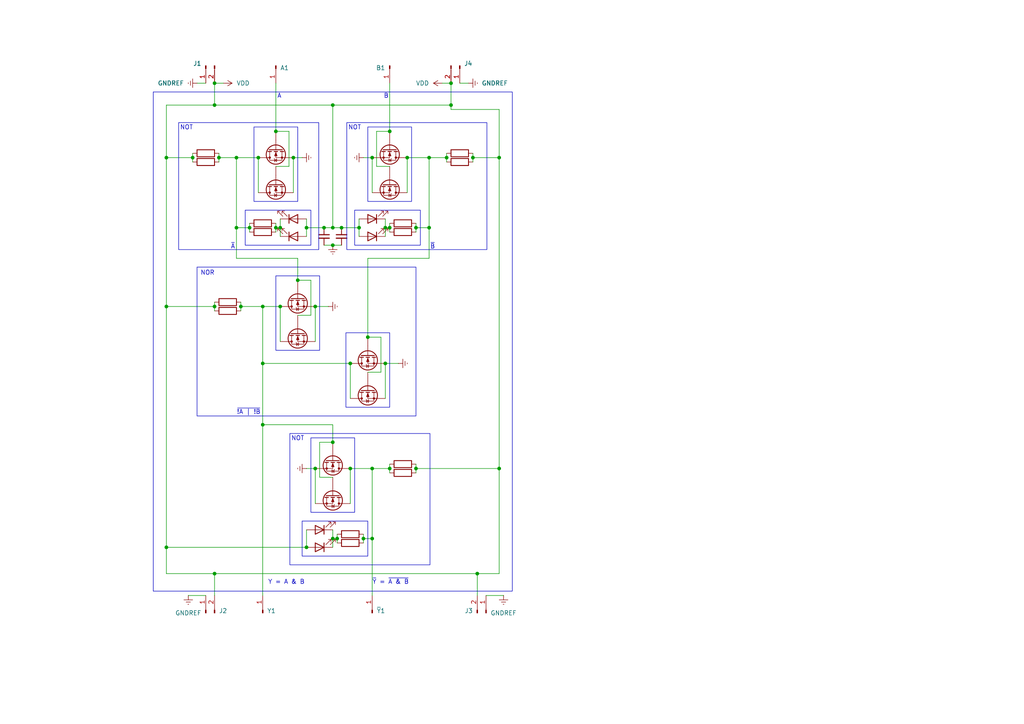
<source format=kicad_sch>
(kicad_sch
	(version 20250114)
	(generator "eeschema")
	(generator_version "9.0")
	(uuid "38b61d3a-980d-41e9-90d9-6607b9c2b652")
	(paper "A4")
	(title_block
		(title "XOR w/ LEDs")
		(rev "1.0")
		(company "Cyborg Systems")
		(comment 1 "BlueChip")
	)
	(lib_symbols
		(symbol "2N7000_1"
			(pin_numbers
				(hide yes)
			)
			(pin_names
				(hide yes)
			)
			(exclude_from_sim no)
			(in_bom yes)
			(on_board yes)
			(property "Reference" "Q"
				(at 5.08 1.905 0)
				(effects
					(font
						(size 1.27 1.27)
					)
					(justify left)
				)
			)
			(property "Value" "2N7000"
				(at 5.08 0 0)
				(effects
					(font
						(size 1.27 1.27)
					)
					(justify left)
				)
			)
			(property "Footprint" "Package_TO_SOT_THT:TO-92_Inline"
				(at 5.08 -1.905 0)
				(effects
					(font
						(size 1.27 1.27)
						(italic yes)
					)
					(justify left)
					(hide yes)
				)
			)
			(property "Datasheet" "https://www.vishay.com/docs/70226/70226.pdf"
				(at 5.08 -3.81 0)
				(effects
					(font
						(size 1.27 1.27)
					)
					(justify left)
					(hide yes)
				)
			)
			(property "Description" "0.2A Id, 200V Vds, N-Channel MOSFET, 2.6V Logic Level, TO-92"
				(at 0 0 0)
				(effects
					(font
						(size 1.27 1.27)
					)
					(hide yes)
				)
			)
			(property "ki_keywords" "N-Channel MOSFET Logic-Level"
				(at 0 0 0)
				(effects
					(font
						(size 1.27 1.27)
					)
					(hide yes)
				)
			)
			(property "ki_fp_filters" "TO?92*"
				(at 0 0 0)
				(effects
					(font
						(size 1.27 1.27)
					)
					(hide yes)
				)
			)
			(symbol "2N7000_1_0_1"
				(polyline
					(pts
						(xy 0.254 1.905) (xy 0.254 -1.905)
					)
					(stroke
						(width 0.254)
						(type default)
					)
					(fill
						(type none)
					)
				)
				(polyline
					(pts
						(xy 0.254 0) (xy -2.54 0)
					)
					(stroke
						(width 0)
						(type default)
					)
					(fill
						(type none)
					)
				)
				(polyline
					(pts
						(xy 0.762 2.286) (xy 0.762 1.27)
					)
					(stroke
						(width 0.254)
						(type default)
					)
					(fill
						(type none)
					)
				)
				(polyline
					(pts
						(xy 0.762 0.508) (xy 0.762 -0.508)
					)
					(stroke
						(width 0.254)
						(type default)
					)
					(fill
						(type none)
					)
				)
				(polyline
					(pts
						(xy 0.762 -1.27) (xy 0.762 -2.286)
					)
					(stroke
						(width 0.254)
						(type default)
					)
					(fill
						(type none)
					)
				)
				(polyline
					(pts
						(xy 0.762 -1.778) (xy 3.302 -1.778) (xy 3.302 1.778) (xy 0.762 1.778)
					)
					(stroke
						(width 0)
						(type default)
					)
					(fill
						(type none)
					)
				)
				(polyline
					(pts
						(xy 1.016 0) (xy 2.032 0.381) (xy 2.032 -0.381) (xy 1.016 0)
					)
					(stroke
						(width 0)
						(type default)
					)
					(fill
						(type outline)
					)
				)
				(circle
					(center 1.651 0)
					(radius 2.794)
					(stroke
						(width 0.254)
						(type default)
					)
					(fill
						(type none)
					)
				)
				(polyline
					(pts
						(xy 2.54 2.54) (xy 2.54 1.778)
					)
					(stroke
						(width 0)
						(type default)
					)
					(fill
						(type none)
					)
				)
				(circle
					(center 2.54 1.778)
					(radius 0.254)
					(stroke
						(width 0)
						(type default)
					)
					(fill
						(type outline)
					)
				)
				(circle
					(center 2.54 -1.778)
					(radius 0.254)
					(stroke
						(width 0)
						(type default)
					)
					(fill
						(type outline)
					)
				)
				(polyline
					(pts
						(xy 2.54 -2.54) (xy 2.54 0) (xy 0.762 0)
					)
					(stroke
						(width 0)
						(type default)
					)
					(fill
						(type none)
					)
				)
				(polyline
					(pts
						(xy 2.794 0.508) (xy 2.921 0.381) (xy 3.683 0.381) (xy 3.81 0.254)
					)
					(stroke
						(width 0)
						(type default)
					)
					(fill
						(type none)
					)
				)
				(polyline
					(pts
						(xy 3.302 0.381) (xy 2.921 -0.254) (xy 3.683 -0.254) (xy 3.302 0.381)
					)
					(stroke
						(width 0)
						(type default)
					)
					(fill
						(type none)
					)
				)
			)
			(symbol "2N7000_1_1_1"
				(pin input line
					(at -5.08 0 0)
					(length 2.54)
					(name "G"
						(effects
							(font
								(size 1.27 1.27)
							)
						)
					)
					(number "2"
						(effects
							(font
								(size 1.27 1.27)
							)
						)
					)
				)
				(pin passive line
					(at 2.54 5.08 270)
					(length 2.54)
					(name "D"
						(effects
							(font
								(size 1.27 1.27)
							)
						)
					)
					(number "3"
						(effects
							(font
								(size 1.27 1.27)
							)
						)
					)
				)
				(pin passive line
					(at 2.54 -5.08 90)
					(length 2.54)
					(name "S"
						(effects
							(font
								(size 1.27 1.27)
							)
						)
					)
					(number "1"
						(effects
							(font
								(size 1.27 1.27)
							)
						)
					)
				)
			)
			(embedded_fonts no)
		)
		(symbol "2N7000_11"
			(pin_numbers
				(hide yes)
			)
			(pin_names
				(hide yes)
			)
			(exclude_from_sim no)
			(in_bom yes)
			(on_board yes)
			(property "Reference" "Q"
				(at 5.08 1.905 0)
				(effects
					(font
						(size 1.27 1.27)
					)
					(justify left)
				)
			)
			(property "Value" "2N7000"
				(at 5.08 0 0)
				(effects
					(font
						(size 1.27 1.27)
					)
					(justify left)
				)
			)
			(property "Footprint" "Package_TO_SOT_THT:TO-92_Inline"
				(at 5.08 -1.905 0)
				(effects
					(font
						(size 1.27 1.27)
						(italic yes)
					)
					(justify left)
					(hide yes)
				)
			)
			(property "Datasheet" "https://www.vishay.com/docs/70226/70226.pdf"
				(at 5.08 -3.81 0)
				(effects
					(font
						(size 1.27 1.27)
					)
					(justify left)
					(hide yes)
				)
			)
			(property "Description" "0.2A Id, 200V Vds, N-Channel MOSFET, 2.6V Logic Level, TO-92"
				(at 0 0 0)
				(effects
					(font
						(size 1.27 1.27)
					)
					(hide yes)
				)
			)
			(property "ki_keywords" "N-Channel MOSFET Logic-Level"
				(at 0 0 0)
				(effects
					(font
						(size 1.27 1.27)
					)
					(hide yes)
				)
			)
			(property "ki_fp_filters" "TO?92*"
				(at 0 0 0)
				(effects
					(font
						(size 1.27 1.27)
					)
					(hide yes)
				)
			)
			(symbol "2N7000_11_0_1"
				(polyline
					(pts
						(xy 0.254 1.905) (xy 0.254 -1.905)
					)
					(stroke
						(width 0.254)
						(type default)
					)
					(fill
						(type none)
					)
				)
				(polyline
					(pts
						(xy 0.254 0) (xy -2.54 0)
					)
					(stroke
						(width 0)
						(type default)
					)
					(fill
						(type none)
					)
				)
				(polyline
					(pts
						(xy 0.762 2.286) (xy 0.762 1.27)
					)
					(stroke
						(width 0.254)
						(type default)
					)
					(fill
						(type none)
					)
				)
				(polyline
					(pts
						(xy 0.762 0.508) (xy 0.762 -0.508)
					)
					(stroke
						(width 0.254)
						(type default)
					)
					(fill
						(type none)
					)
				)
				(polyline
					(pts
						(xy 0.762 -1.27) (xy 0.762 -2.286)
					)
					(stroke
						(width 0.254)
						(type default)
					)
					(fill
						(type none)
					)
				)
				(polyline
					(pts
						(xy 0.762 -1.778) (xy 3.302 -1.778) (xy 3.302 1.778) (xy 0.762 1.778)
					)
					(stroke
						(width 0)
						(type default)
					)
					(fill
						(type none)
					)
				)
				(polyline
					(pts
						(xy 1.016 0) (xy 2.032 0.381) (xy 2.032 -0.381) (xy 1.016 0)
					)
					(stroke
						(width 0)
						(type default)
					)
					(fill
						(type outline)
					)
				)
				(circle
					(center 1.651 0)
					(radius 2.794)
					(stroke
						(width 0.254)
						(type default)
					)
					(fill
						(type none)
					)
				)
				(polyline
					(pts
						(xy 2.54 2.54) (xy 2.54 1.778)
					)
					(stroke
						(width 0)
						(type default)
					)
					(fill
						(type none)
					)
				)
				(circle
					(center 2.54 1.778)
					(radius 0.254)
					(stroke
						(width 0)
						(type default)
					)
					(fill
						(type outline)
					)
				)
				(circle
					(center 2.54 -1.778)
					(radius 0.254)
					(stroke
						(width 0)
						(type default)
					)
					(fill
						(type outline)
					)
				)
				(polyline
					(pts
						(xy 2.54 -2.54) (xy 2.54 0) (xy 0.762 0)
					)
					(stroke
						(width 0)
						(type default)
					)
					(fill
						(type none)
					)
				)
				(polyline
					(pts
						(xy 2.794 0.508) (xy 2.921 0.381) (xy 3.683 0.381) (xy 3.81 0.254)
					)
					(stroke
						(width 0)
						(type default)
					)
					(fill
						(type none)
					)
				)
				(polyline
					(pts
						(xy 3.302 0.381) (xy 2.921 -0.254) (xy 3.683 -0.254) (xy 3.302 0.381)
					)
					(stroke
						(width 0)
						(type default)
					)
					(fill
						(type none)
					)
				)
			)
			(symbol "2N7000_11_1_1"
				(pin input line
					(at -5.08 0 0)
					(length 2.54)
					(name "G"
						(effects
							(font
								(size 1.27 1.27)
							)
						)
					)
					(number "2"
						(effects
							(font
								(size 1.27 1.27)
							)
						)
					)
				)
				(pin passive line
					(at 2.54 5.08 270)
					(length 2.54)
					(name "D"
						(effects
							(font
								(size 1.27 1.27)
							)
						)
					)
					(number "3"
						(effects
							(font
								(size 1.27 1.27)
							)
						)
					)
				)
				(pin passive line
					(at 2.54 -5.08 90)
					(length 2.54)
					(name "S"
						(effects
							(font
								(size 1.27 1.27)
							)
						)
					)
					(number "1"
						(effects
							(font
								(size 1.27 1.27)
							)
						)
					)
				)
			)
			(embedded_fonts no)
		)
		(symbol "2N7000_12"
			(pin_numbers
				(hide yes)
			)
			(pin_names
				(hide yes)
			)
			(exclude_from_sim no)
			(in_bom yes)
			(on_board yes)
			(property "Reference" "Q"
				(at 5.08 1.905 0)
				(effects
					(font
						(size 1.27 1.27)
					)
					(justify left)
				)
			)
			(property "Value" "2N7000"
				(at 5.08 0 0)
				(effects
					(font
						(size 1.27 1.27)
					)
					(justify left)
				)
			)
			(property "Footprint" "Package_TO_SOT_THT:TO-92_Inline"
				(at 5.08 -1.905 0)
				(effects
					(font
						(size 1.27 1.27)
						(italic yes)
					)
					(justify left)
					(hide yes)
				)
			)
			(property "Datasheet" "https://www.vishay.com/docs/70226/70226.pdf"
				(at 5.08 -3.81 0)
				(effects
					(font
						(size 1.27 1.27)
					)
					(justify left)
					(hide yes)
				)
			)
			(property "Description" "0.2A Id, 200V Vds, N-Channel MOSFET, 2.6V Logic Level, TO-92"
				(at 0 0 0)
				(effects
					(font
						(size 1.27 1.27)
					)
					(hide yes)
				)
			)
			(property "ki_keywords" "N-Channel MOSFET Logic-Level"
				(at 0 0 0)
				(effects
					(font
						(size 1.27 1.27)
					)
					(hide yes)
				)
			)
			(property "ki_fp_filters" "TO?92*"
				(at 0 0 0)
				(effects
					(font
						(size 1.27 1.27)
					)
					(hide yes)
				)
			)
			(symbol "2N7000_12_0_1"
				(polyline
					(pts
						(xy 0.254 1.905) (xy 0.254 -1.905)
					)
					(stroke
						(width 0.254)
						(type default)
					)
					(fill
						(type none)
					)
				)
				(polyline
					(pts
						(xy 0.254 0) (xy -2.54 0)
					)
					(stroke
						(width 0)
						(type default)
					)
					(fill
						(type none)
					)
				)
				(polyline
					(pts
						(xy 0.762 2.286) (xy 0.762 1.27)
					)
					(stroke
						(width 0.254)
						(type default)
					)
					(fill
						(type none)
					)
				)
				(polyline
					(pts
						(xy 0.762 0.508) (xy 0.762 -0.508)
					)
					(stroke
						(width 0.254)
						(type default)
					)
					(fill
						(type none)
					)
				)
				(polyline
					(pts
						(xy 0.762 -1.27) (xy 0.762 -2.286)
					)
					(stroke
						(width 0.254)
						(type default)
					)
					(fill
						(type none)
					)
				)
				(polyline
					(pts
						(xy 0.762 -1.778) (xy 3.302 -1.778) (xy 3.302 1.778) (xy 0.762 1.778)
					)
					(stroke
						(width 0)
						(type default)
					)
					(fill
						(type none)
					)
				)
				(polyline
					(pts
						(xy 1.016 0) (xy 2.032 0.381) (xy 2.032 -0.381) (xy 1.016 0)
					)
					(stroke
						(width 0)
						(type default)
					)
					(fill
						(type outline)
					)
				)
				(circle
					(center 1.651 0)
					(radius 2.794)
					(stroke
						(width 0.254)
						(type default)
					)
					(fill
						(type none)
					)
				)
				(polyline
					(pts
						(xy 2.54 2.54) (xy 2.54 1.778)
					)
					(stroke
						(width 0)
						(type default)
					)
					(fill
						(type none)
					)
				)
				(circle
					(center 2.54 1.778)
					(radius 0.254)
					(stroke
						(width 0)
						(type default)
					)
					(fill
						(type outline)
					)
				)
				(circle
					(center 2.54 -1.778)
					(radius 0.254)
					(stroke
						(width 0)
						(type default)
					)
					(fill
						(type outline)
					)
				)
				(polyline
					(pts
						(xy 2.54 -2.54) (xy 2.54 0) (xy 0.762 0)
					)
					(stroke
						(width 0)
						(type default)
					)
					(fill
						(type none)
					)
				)
				(polyline
					(pts
						(xy 2.794 0.508) (xy 2.921 0.381) (xy 3.683 0.381) (xy 3.81 0.254)
					)
					(stroke
						(width 0)
						(type default)
					)
					(fill
						(type none)
					)
				)
				(polyline
					(pts
						(xy 3.302 0.381) (xy 2.921 -0.254) (xy 3.683 -0.254) (xy 3.302 0.381)
					)
					(stroke
						(width 0)
						(type default)
					)
					(fill
						(type none)
					)
				)
			)
			(symbol "2N7000_12_1_1"
				(pin input line
					(at -5.08 0 0)
					(length 2.54)
					(name "G"
						(effects
							(font
								(size 1.27 1.27)
							)
						)
					)
					(number "2"
						(effects
							(font
								(size 1.27 1.27)
							)
						)
					)
				)
				(pin passive line
					(at 2.54 5.08 270)
					(length 2.54)
					(name "D"
						(effects
							(font
								(size 1.27 1.27)
							)
						)
					)
					(number "3"
						(effects
							(font
								(size 1.27 1.27)
							)
						)
					)
				)
				(pin passive line
					(at 2.54 -5.08 90)
					(length 2.54)
					(name "S"
						(effects
							(font
								(size 1.27 1.27)
							)
						)
					)
					(number "1"
						(effects
							(font
								(size 1.27 1.27)
							)
						)
					)
				)
			)
			(embedded_fonts no)
		)
		(symbol "2N7000_2"
			(pin_numbers
				(hide yes)
			)
			(pin_names
				(hide yes)
			)
			(exclude_from_sim no)
			(in_bom yes)
			(on_board yes)
			(property "Reference" "Q"
				(at 5.08 1.905 0)
				(effects
					(font
						(size 1.27 1.27)
					)
					(justify left)
				)
			)
			(property "Value" "2N7000"
				(at 5.08 0 0)
				(effects
					(font
						(size 1.27 1.27)
					)
					(justify left)
				)
			)
			(property "Footprint" "Package_TO_SOT_THT:TO-92_Inline"
				(at 5.08 -1.905 0)
				(effects
					(font
						(size 1.27 1.27)
						(italic yes)
					)
					(justify left)
					(hide yes)
				)
			)
			(property "Datasheet" "https://www.vishay.com/docs/70226/70226.pdf"
				(at 5.08 -3.81 0)
				(effects
					(font
						(size 1.27 1.27)
					)
					(justify left)
					(hide yes)
				)
			)
			(property "Description" "0.2A Id, 200V Vds, N-Channel MOSFET, 2.6V Logic Level, TO-92"
				(at 0 0 0)
				(effects
					(font
						(size 1.27 1.27)
					)
					(hide yes)
				)
			)
			(property "ki_keywords" "N-Channel MOSFET Logic-Level"
				(at 0 0 0)
				(effects
					(font
						(size 1.27 1.27)
					)
					(hide yes)
				)
			)
			(property "ki_fp_filters" "TO?92*"
				(at 0 0 0)
				(effects
					(font
						(size 1.27 1.27)
					)
					(hide yes)
				)
			)
			(symbol "2N7000_2_0_1"
				(polyline
					(pts
						(xy 0.254 1.905) (xy 0.254 -1.905)
					)
					(stroke
						(width 0.254)
						(type default)
					)
					(fill
						(type none)
					)
				)
				(polyline
					(pts
						(xy 0.254 0) (xy -2.54 0)
					)
					(stroke
						(width 0)
						(type default)
					)
					(fill
						(type none)
					)
				)
				(polyline
					(pts
						(xy 0.762 2.286) (xy 0.762 1.27)
					)
					(stroke
						(width 0.254)
						(type default)
					)
					(fill
						(type none)
					)
				)
				(polyline
					(pts
						(xy 0.762 0.508) (xy 0.762 -0.508)
					)
					(stroke
						(width 0.254)
						(type default)
					)
					(fill
						(type none)
					)
				)
				(polyline
					(pts
						(xy 0.762 -1.27) (xy 0.762 -2.286)
					)
					(stroke
						(width 0.254)
						(type default)
					)
					(fill
						(type none)
					)
				)
				(polyline
					(pts
						(xy 0.762 -1.778) (xy 3.302 -1.778) (xy 3.302 1.778) (xy 0.762 1.778)
					)
					(stroke
						(width 0)
						(type default)
					)
					(fill
						(type none)
					)
				)
				(polyline
					(pts
						(xy 1.016 0) (xy 2.032 0.381) (xy 2.032 -0.381) (xy 1.016 0)
					)
					(stroke
						(width 0)
						(type default)
					)
					(fill
						(type outline)
					)
				)
				(circle
					(center 1.651 0)
					(radius 2.794)
					(stroke
						(width 0.254)
						(type default)
					)
					(fill
						(type none)
					)
				)
				(polyline
					(pts
						(xy 2.54 2.54) (xy 2.54 1.778)
					)
					(stroke
						(width 0)
						(type default)
					)
					(fill
						(type none)
					)
				)
				(circle
					(center 2.54 1.778)
					(radius 0.254)
					(stroke
						(width 0)
						(type default)
					)
					(fill
						(type outline)
					)
				)
				(circle
					(center 2.54 -1.778)
					(radius 0.254)
					(stroke
						(width 0)
						(type default)
					)
					(fill
						(type outline)
					)
				)
				(polyline
					(pts
						(xy 2.54 -2.54) (xy 2.54 0) (xy 0.762 0)
					)
					(stroke
						(width 0)
						(type default)
					)
					(fill
						(type none)
					)
				)
				(polyline
					(pts
						(xy 2.794 0.508) (xy 2.921 0.381) (xy 3.683 0.381) (xy 3.81 0.254)
					)
					(stroke
						(width 0)
						(type default)
					)
					(fill
						(type none)
					)
				)
				(polyline
					(pts
						(xy 3.302 0.381) (xy 2.921 -0.254) (xy 3.683 -0.254) (xy 3.302 0.381)
					)
					(stroke
						(width 0)
						(type default)
					)
					(fill
						(type none)
					)
				)
			)
			(symbol "2N7000_2_1_1"
				(pin input line
					(at -5.08 0 0)
					(length 2.54)
					(name "G"
						(effects
							(font
								(size 1.27 1.27)
							)
						)
					)
					(number "2"
						(effects
							(font
								(size 1.27 1.27)
							)
						)
					)
				)
				(pin passive line
					(at 2.54 5.08 270)
					(length 2.54)
					(name "D"
						(effects
							(font
								(size 1.27 1.27)
							)
						)
					)
					(number "3"
						(effects
							(font
								(size 1.27 1.27)
							)
						)
					)
				)
				(pin passive line
					(at 2.54 -5.08 90)
					(length 2.54)
					(name "S"
						(effects
							(font
								(size 1.27 1.27)
							)
						)
					)
					(number "1"
						(effects
							(font
								(size 1.27 1.27)
							)
						)
					)
				)
			)
			(embedded_fonts no)
		)
		(symbol "2N7000_3"
			(pin_numbers
				(hide yes)
			)
			(pin_names
				(hide yes)
			)
			(exclude_from_sim no)
			(in_bom yes)
			(on_board yes)
			(property "Reference" "Q"
				(at 5.08 1.905 0)
				(effects
					(font
						(size 1.27 1.27)
					)
					(justify left)
				)
			)
			(property "Value" "2N7000"
				(at 5.08 0 0)
				(effects
					(font
						(size 1.27 1.27)
					)
					(justify left)
				)
			)
			(property "Footprint" "Package_TO_SOT_THT:TO-92_Inline"
				(at 5.08 -1.905 0)
				(effects
					(font
						(size 1.27 1.27)
						(italic yes)
					)
					(justify left)
					(hide yes)
				)
			)
			(property "Datasheet" "https://www.vishay.com/docs/70226/70226.pdf"
				(at 5.08 -3.81 0)
				(effects
					(font
						(size 1.27 1.27)
					)
					(justify left)
					(hide yes)
				)
			)
			(property "Description" "0.2A Id, 200V Vds, N-Channel MOSFET, 2.6V Logic Level, TO-92"
				(at 0 0 0)
				(effects
					(font
						(size 1.27 1.27)
					)
					(hide yes)
				)
			)
			(property "ki_keywords" "N-Channel MOSFET Logic-Level"
				(at 0 0 0)
				(effects
					(font
						(size 1.27 1.27)
					)
					(hide yes)
				)
			)
			(property "ki_fp_filters" "TO?92*"
				(at 0 0 0)
				(effects
					(font
						(size 1.27 1.27)
					)
					(hide yes)
				)
			)
			(symbol "2N7000_3_0_1"
				(polyline
					(pts
						(xy 0.254 1.905) (xy 0.254 -1.905)
					)
					(stroke
						(width 0.254)
						(type default)
					)
					(fill
						(type none)
					)
				)
				(polyline
					(pts
						(xy 0.254 0) (xy -2.54 0)
					)
					(stroke
						(width 0)
						(type default)
					)
					(fill
						(type none)
					)
				)
				(polyline
					(pts
						(xy 0.762 2.286) (xy 0.762 1.27)
					)
					(stroke
						(width 0.254)
						(type default)
					)
					(fill
						(type none)
					)
				)
				(polyline
					(pts
						(xy 0.762 0.508) (xy 0.762 -0.508)
					)
					(stroke
						(width 0.254)
						(type default)
					)
					(fill
						(type none)
					)
				)
				(polyline
					(pts
						(xy 0.762 -1.27) (xy 0.762 -2.286)
					)
					(stroke
						(width 0.254)
						(type default)
					)
					(fill
						(type none)
					)
				)
				(polyline
					(pts
						(xy 0.762 -1.778) (xy 3.302 -1.778) (xy 3.302 1.778) (xy 0.762 1.778)
					)
					(stroke
						(width 0)
						(type default)
					)
					(fill
						(type none)
					)
				)
				(polyline
					(pts
						(xy 1.016 0) (xy 2.032 0.381) (xy 2.032 -0.381) (xy 1.016 0)
					)
					(stroke
						(width 0)
						(type default)
					)
					(fill
						(type outline)
					)
				)
				(circle
					(center 1.651 0)
					(radius 2.794)
					(stroke
						(width 0.254)
						(type default)
					)
					(fill
						(type none)
					)
				)
				(polyline
					(pts
						(xy 2.54 2.54) (xy 2.54 1.778)
					)
					(stroke
						(width 0)
						(type default)
					)
					(fill
						(type none)
					)
				)
				(circle
					(center 2.54 1.778)
					(radius 0.254)
					(stroke
						(width 0)
						(type default)
					)
					(fill
						(type outline)
					)
				)
				(circle
					(center 2.54 -1.778)
					(radius 0.254)
					(stroke
						(width 0)
						(type default)
					)
					(fill
						(type outline)
					)
				)
				(polyline
					(pts
						(xy 2.54 -2.54) (xy 2.54 0) (xy 0.762 0)
					)
					(stroke
						(width 0)
						(type default)
					)
					(fill
						(type none)
					)
				)
				(polyline
					(pts
						(xy 2.794 0.508) (xy 2.921 0.381) (xy 3.683 0.381) (xy 3.81 0.254)
					)
					(stroke
						(width 0)
						(type default)
					)
					(fill
						(type none)
					)
				)
				(polyline
					(pts
						(xy 3.302 0.381) (xy 2.921 -0.254) (xy 3.683 -0.254) (xy 3.302 0.381)
					)
					(stroke
						(width 0)
						(type default)
					)
					(fill
						(type none)
					)
				)
			)
			(symbol "2N7000_3_1_1"
				(pin input line
					(at -5.08 0 0)
					(length 2.54)
					(name "G"
						(effects
							(font
								(size 1.27 1.27)
							)
						)
					)
					(number "2"
						(effects
							(font
								(size 1.27 1.27)
							)
						)
					)
				)
				(pin passive line
					(at 2.54 5.08 270)
					(length 2.54)
					(name "D"
						(effects
							(font
								(size 1.27 1.27)
							)
						)
					)
					(number "3"
						(effects
							(font
								(size 1.27 1.27)
							)
						)
					)
				)
				(pin passive line
					(at 2.54 -5.08 90)
					(length 2.54)
					(name "S"
						(effects
							(font
								(size 1.27 1.27)
							)
						)
					)
					(number "1"
						(effects
							(font
								(size 1.27 1.27)
							)
						)
					)
				)
			)
			(embedded_fonts no)
		)
		(symbol "2N7000_4"
			(pin_numbers
				(hide yes)
			)
			(pin_names
				(hide yes)
			)
			(exclude_from_sim no)
			(in_bom yes)
			(on_board yes)
			(property "Reference" "Q"
				(at 5.08 1.905 0)
				(effects
					(font
						(size 1.27 1.27)
					)
					(justify left)
				)
			)
			(property "Value" "2N7000"
				(at 5.08 0 0)
				(effects
					(font
						(size 1.27 1.27)
					)
					(justify left)
				)
			)
			(property "Footprint" "Package_TO_SOT_THT:TO-92_Inline"
				(at 5.08 -1.905 0)
				(effects
					(font
						(size 1.27 1.27)
						(italic yes)
					)
					(justify left)
					(hide yes)
				)
			)
			(property "Datasheet" "https://www.vishay.com/docs/70226/70226.pdf"
				(at 5.08 -3.81 0)
				(effects
					(font
						(size 1.27 1.27)
					)
					(justify left)
					(hide yes)
				)
			)
			(property "Description" "0.2A Id, 200V Vds, N-Channel MOSFET, 2.6V Logic Level, TO-92"
				(at 0 0 0)
				(effects
					(font
						(size 1.27 1.27)
					)
					(hide yes)
				)
			)
			(property "ki_keywords" "N-Channel MOSFET Logic-Level"
				(at 0 0 0)
				(effects
					(font
						(size 1.27 1.27)
					)
					(hide yes)
				)
			)
			(property "ki_fp_filters" "TO?92*"
				(at 0 0 0)
				(effects
					(font
						(size 1.27 1.27)
					)
					(hide yes)
				)
			)
			(symbol "2N7000_4_0_1"
				(polyline
					(pts
						(xy 0.254 1.905) (xy 0.254 -1.905)
					)
					(stroke
						(width 0.254)
						(type default)
					)
					(fill
						(type none)
					)
				)
				(polyline
					(pts
						(xy 0.254 0) (xy -2.54 0)
					)
					(stroke
						(width 0)
						(type default)
					)
					(fill
						(type none)
					)
				)
				(polyline
					(pts
						(xy 0.762 2.286) (xy 0.762 1.27)
					)
					(stroke
						(width 0.254)
						(type default)
					)
					(fill
						(type none)
					)
				)
				(polyline
					(pts
						(xy 0.762 0.508) (xy 0.762 -0.508)
					)
					(stroke
						(width 0.254)
						(type default)
					)
					(fill
						(type none)
					)
				)
				(polyline
					(pts
						(xy 0.762 -1.27) (xy 0.762 -2.286)
					)
					(stroke
						(width 0.254)
						(type default)
					)
					(fill
						(type none)
					)
				)
				(polyline
					(pts
						(xy 0.762 -1.778) (xy 3.302 -1.778) (xy 3.302 1.778) (xy 0.762 1.778)
					)
					(stroke
						(width 0)
						(type default)
					)
					(fill
						(type none)
					)
				)
				(polyline
					(pts
						(xy 1.016 0) (xy 2.032 0.381) (xy 2.032 -0.381) (xy 1.016 0)
					)
					(stroke
						(width 0)
						(type default)
					)
					(fill
						(type outline)
					)
				)
				(circle
					(center 1.651 0)
					(radius 2.794)
					(stroke
						(width 0.254)
						(type default)
					)
					(fill
						(type none)
					)
				)
				(polyline
					(pts
						(xy 2.54 2.54) (xy 2.54 1.778)
					)
					(stroke
						(width 0)
						(type default)
					)
					(fill
						(type none)
					)
				)
				(circle
					(center 2.54 1.778)
					(radius 0.254)
					(stroke
						(width 0)
						(type default)
					)
					(fill
						(type outline)
					)
				)
				(circle
					(center 2.54 -1.778)
					(radius 0.254)
					(stroke
						(width 0)
						(type default)
					)
					(fill
						(type outline)
					)
				)
				(polyline
					(pts
						(xy 2.54 -2.54) (xy 2.54 0) (xy 0.762 0)
					)
					(stroke
						(width 0)
						(type default)
					)
					(fill
						(type none)
					)
				)
				(polyline
					(pts
						(xy 2.794 0.508) (xy 2.921 0.381) (xy 3.683 0.381) (xy 3.81 0.254)
					)
					(stroke
						(width 0)
						(type default)
					)
					(fill
						(type none)
					)
				)
				(polyline
					(pts
						(xy 3.302 0.381) (xy 2.921 -0.254) (xy 3.683 -0.254) (xy 3.302 0.381)
					)
					(stroke
						(width 0)
						(type default)
					)
					(fill
						(type none)
					)
				)
			)
			(symbol "2N7000_4_1_1"
				(pin input line
					(at -5.08 0 0)
					(length 2.54)
					(name "G"
						(effects
							(font
								(size 1.27 1.27)
							)
						)
					)
					(number "2"
						(effects
							(font
								(size 1.27 1.27)
							)
						)
					)
				)
				(pin passive line
					(at 2.54 5.08 270)
					(length 2.54)
					(name "D"
						(effects
							(font
								(size 1.27 1.27)
							)
						)
					)
					(number "3"
						(effects
							(font
								(size 1.27 1.27)
							)
						)
					)
				)
				(pin passive line
					(at 2.54 -5.08 90)
					(length 2.54)
					(name "S"
						(effects
							(font
								(size 1.27 1.27)
							)
						)
					)
					(number "1"
						(effects
							(font
								(size 1.27 1.27)
							)
						)
					)
				)
			)
			(embedded_fonts no)
		)
		(symbol "2N7000_5"
			(pin_numbers
				(hide yes)
			)
			(pin_names
				(hide yes)
			)
			(exclude_from_sim no)
			(in_bom yes)
			(on_board yes)
			(property "Reference" "Q"
				(at 5.08 1.905 0)
				(effects
					(font
						(size 1.27 1.27)
					)
					(justify left)
				)
			)
			(property "Value" "2N7000"
				(at 5.08 0 0)
				(effects
					(font
						(size 1.27 1.27)
					)
					(justify left)
				)
			)
			(property "Footprint" "Package_TO_SOT_THT:TO-92_Inline"
				(at 5.08 -1.905 0)
				(effects
					(font
						(size 1.27 1.27)
						(italic yes)
					)
					(justify left)
					(hide yes)
				)
			)
			(property "Datasheet" "https://www.vishay.com/docs/70226/70226.pdf"
				(at 5.08 -3.81 0)
				(effects
					(font
						(size 1.27 1.27)
					)
					(justify left)
					(hide yes)
				)
			)
			(property "Description" "0.2A Id, 200V Vds, N-Channel MOSFET, 2.6V Logic Level, TO-92"
				(at 0 0 0)
				(effects
					(font
						(size 1.27 1.27)
					)
					(hide yes)
				)
			)
			(property "ki_keywords" "N-Channel MOSFET Logic-Level"
				(at 0 0 0)
				(effects
					(font
						(size 1.27 1.27)
					)
					(hide yes)
				)
			)
			(property "ki_fp_filters" "TO?92*"
				(at 0 0 0)
				(effects
					(font
						(size 1.27 1.27)
					)
					(hide yes)
				)
			)
			(symbol "2N7000_5_0_1"
				(polyline
					(pts
						(xy 0.254 1.905) (xy 0.254 -1.905)
					)
					(stroke
						(width 0.254)
						(type default)
					)
					(fill
						(type none)
					)
				)
				(polyline
					(pts
						(xy 0.254 0) (xy -2.54 0)
					)
					(stroke
						(width 0)
						(type default)
					)
					(fill
						(type none)
					)
				)
				(polyline
					(pts
						(xy 0.762 2.286) (xy 0.762 1.27)
					)
					(stroke
						(width 0.254)
						(type default)
					)
					(fill
						(type none)
					)
				)
				(polyline
					(pts
						(xy 0.762 0.508) (xy 0.762 -0.508)
					)
					(stroke
						(width 0.254)
						(type default)
					)
					(fill
						(type none)
					)
				)
				(polyline
					(pts
						(xy 0.762 -1.27) (xy 0.762 -2.286)
					)
					(stroke
						(width 0.254)
						(type default)
					)
					(fill
						(type none)
					)
				)
				(polyline
					(pts
						(xy 0.762 -1.778) (xy 3.302 -1.778) (xy 3.302 1.778) (xy 0.762 1.778)
					)
					(stroke
						(width 0)
						(type default)
					)
					(fill
						(type none)
					)
				)
				(polyline
					(pts
						(xy 1.016 0) (xy 2.032 0.381) (xy 2.032 -0.381) (xy 1.016 0)
					)
					(stroke
						(width 0)
						(type default)
					)
					(fill
						(type outline)
					)
				)
				(circle
					(center 1.651 0)
					(radius 2.794)
					(stroke
						(width 0.254)
						(type default)
					)
					(fill
						(type none)
					)
				)
				(polyline
					(pts
						(xy 2.54 2.54) (xy 2.54 1.778)
					)
					(stroke
						(width 0)
						(type default)
					)
					(fill
						(type none)
					)
				)
				(circle
					(center 2.54 1.778)
					(radius 0.254)
					(stroke
						(width 0)
						(type default)
					)
					(fill
						(type outline)
					)
				)
				(circle
					(center 2.54 -1.778)
					(radius 0.254)
					(stroke
						(width 0)
						(type default)
					)
					(fill
						(type outline)
					)
				)
				(polyline
					(pts
						(xy 2.54 -2.54) (xy 2.54 0) (xy 0.762 0)
					)
					(stroke
						(width 0)
						(type default)
					)
					(fill
						(type none)
					)
				)
				(polyline
					(pts
						(xy 2.794 0.508) (xy 2.921 0.381) (xy 3.683 0.381) (xy 3.81 0.254)
					)
					(stroke
						(width 0)
						(type default)
					)
					(fill
						(type none)
					)
				)
				(polyline
					(pts
						(xy 3.302 0.381) (xy 2.921 -0.254) (xy 3.683 -0.254) (xy 3.302 0.381)
					)
					(stroke
						(width 0)
						(type default)
					)
					(fill
						(type none)
					)
				)
			)
			(symbol "2N7000_5_1_1"
				(pin input line
					(at -5.08 0 0)
					(length 2.54)
					(name "G"
						(effects
							(font
								(size 1.27 1.27)
							)
						)
					)
					(number "2"
						(effects
							(font
								(size 1.27 1.27)
							)
						)
					)
				)
				(pin passive line
					(at 2.54 5.08 270)
					(length 2.54)
					(name "D"
						(effects
							(font
								(size 1.27 1.27)
							)
						)
					)
					(number "3"
						(effects
							(font
								(size 1.27 1.27)
							)
						)
					)
				)
				(pin passive line
					(at 2.54 -5.08 90)
					(length 2.54)
					(name "S"
						(effects
							(font
								(size 1.27 1.27)
							)
						)
					)
					(number "1"
						(effects
							(font
								(size 1.27 1.27)
							)
						)
					)
				)
			)
			(embedded_fonts no)
		)
		(symbol "2N7000_6"
			(pin_numbers
				(hide yes)
			)
			(pin_names
				(hide yes)
			)
			(exclude_from_sim no)
			(in_bom yes)
			(on_board yes)
			(property "Reference" "Q"
				(at 5.08 1.905 0)
				(effects
					(font
						(size 1.27 1.27)
					)
					(justify left)
				)
			)
			(property "Value" "2N7000"
				(at 5.08 0 0)
				(effects
					(font
						(size 1.27 1.27)
					)
					(justify left)
				)
			)
			(property "Footprint" "Package_TO_SOT_THT:TO-92_Inline"
				(at 5.08 -1.905 0)
				(effects
					(font
						(size 1.27 1.27)
						(italic yes)
					)
					(justify left)
					(hide yes)
				)
			)
			(property "Datasheet" "https://www.vishay.com/docs/70226/70226.pdf"
				(at 5.08 -3.81 0)
				(effects
					(font
						(size 1.27 1.27)
					)
					(justify left)
					(hide yes)
				)
			)
			(property "Description" "0.2A Id, 200V Vds, N-Channel MOSFET, 2.6V Logic Level, TO-92"
				(at 0 0 0)
				(effects
					(font
						(size 1.27 1.27)
					)
					(hide yes)
				)
			)
			(property "ki_keywords" "N-Channel MOSFET Logic-Level"
				(at 0 0 0)
				(effects
					(font
						(size 1.27 1.27)
					)
					(hide yes)
				)
			)
			(property "ki_fp_filters" "TO?92*"
				(at 0 0 0)
				(effects
					(font
						(size 1.27 1.27)
					)
					(hide yes)
				)
			)
			(symbol "2N7000_6_0_1"
				(polyline
					(pts
						(xy 0.254 1.905) (xy 0.254 -1.905)
					)
					(stroke
						(width 0.254)
						(type default)
					)
					(fill
						(type none)
					)
				)
				(polyline
					(pts
						(xy 0.254 0) (xy -2.54 0)
					)
					(stroke
						(width 0)
						(type default)
					)
					(fill
						(type none)
					)
				)
				(polyline
					(pts
						(xy 0.762 2.286) (xy 0.762 1.27)
					)
					(stroke
						(width 0.254)
						(type default)
					)
					(fill
						(type none)
					)
				)
				(polyline
					(pts
						(xy 0.762 0.508) (xy 0.762 -0.508)
					)
					(stroke
						(width 0.254)
						(type default)
					)
					(fill
						(type none)
					)
				)
				(polyline
					(pts
						(xy 0.762 -1.27) (xy 0.762 -2.286)
					)
					(stroke
						(width 0.254)
						(type default)
					)
					(fill
						(type none)
					)
				)
				(polyline
					(pts
						(xy 0.762 -1.778) (xy 3.302 -1.778) (xy 3.302 1.778) (xy 0.762 1.778)
					)
					(stroke
						(width 0)
						(type default)
					)
					(fill
						(type none)
					)
				)
				(polyline
					(pts
						(xy 1.016 0) (xy 2.032 0.381) (xy 2.032 -0.381) (xy 1.016 0)
					)
					(stroke
						(width 0)
						(type default)
					)
					(fill
						(type outline)
					)
				)
				(circle
					(center 1.651 0)
					(radius 2.794)
					(stroke
						(width 0.254)
						(type default)
					)
					(fill
						(type none)
					)
				)
				(polyline
					(pts
						(xy 2.54 2.54) (xy 2.54 1.778)
					)
					(stroke
						(width 0)
						(type default)
					)
					(fill
						(type none)
					)
				)
				(circle
					(center 2.54 1.778)
					(radius 0.254)
					(stroke
						(width 0)
						(type default)
					)
					(fill
						(type outline)
					)
				)
				(circle
					(center 2.54 -1.778)
					(radius 0.254)
					(stroke
						(width 0)
						(type default)
					)
					(fill
						(type outline)
					)
				)
				(polyline
					(pts
						(xy 2.54 -2.54) (xy 2.54 0) (xy 0.762 0)
					)
					(stroke
						(width 0)
						(type default)
					)
					(fill
						(type none)
					)
				)
				(polyline
					(pts
						(xy 2.794 0.508) (xy 2.921 0.381) (xy 3.683 0.381) (xy 3.81 0.254)
					)
					(stroke
						(width 0)
						(type default)
					)
					(fill
						(type none)
					)
				)
				(polyline
					(pts
						(xy 3.302 0.381) (xy 2.921 -0.254) (xy 3.683 -0.254) (xy 3.302 0.381)
					)
					(stroke
						(width 0)
						(type default)
					)
					(fill
						(type none)
					)
				)
			)
			(symbol "2N7000_6_1_1"
				(pin input line
					(at -5.08 0 0)
					(length 2.54)
					(name "G"
						(effects
							(font
								(size 1.27 1.27)
							)
						)
					)
					(number "2"
						(effects
							(font
								(size 1.27 1.27)
							)
						)
					)
				)
				(pin passive line
					(at 2.54 5.08 270)
					(length 2.54)
					(name "D"
						(effects
							(font
								(size 1.27 1.27)
							)
						)
					)
					(number "3"
						(effects
							(font
								(size 1.27 1.27)
							)
						)
					)
				)
				(pin passive line
					(at 2.54 -5.08 90)
					(length 2.54)
					(name "S"
						(effects
							(font
								(size 1.27 1.27)
							)
						)
					)
					(number "1"
						(effects
							(font
								(size 1.27 1.27)
							)
						)
					)
				)
			)
			(embedded_fonts no)
		)
		(symbol "2N7000_7"
			(pin_numbers
				(hide yes)
			)
			(pin_names
				(hide yes)
			)
			(exclude_from_sim no)
			(in_bom yes)
			(on_board yes)
			(property "Reference" "Q"
				(at 5.08 1.905 0)
				(effects
					(font
						(size 1.27 1.27)
					)
					(justify left)
				)
			)
			(property "Value" "2N7000"
				(at 5.08 0 0)
				(effects
					(font
						(size 1.27 1.27)
					)
					(justify left)
				)
			)
			(property "Footprint" "Package_TO_SOT_THT:TO-92_Inline"
				(at 5.08 -1.905 0)
				(effects
					(font
						(size 1.27 1.27)
						(italic yes)
					)
					(justify left)
					(hide yes)
				)
			)
			(property "Datasheet" "https://www.vishay.com/docs/70226/70226.pdf"
				(at 5.08 -3.81 0)
				(effects
					(font
						(size 1.27 1.27)
					)
					(justify left)
					(hide yes)
				)
			)
			(property "Description" "0.2A Id, 200V Vds, N-Channel MOSFET, 2.6V Logic Level, TO-92"
				(at 0 0 0)
				(effects
					(font
						(size 1.27 1.27)
					)
					(hide yes)
				)
			)
			(property "ki_keywords" "N-Channel MOSFET Logic-Level"
				(at 0 0 0)
				(effects
					(font
						(size 1.27 1.27)
					)
					(hide yes)
				)
			)
			(property "ki_fp_filters" "TO?92*"
				(at 0 0 0)
				(effects
					(font
						(size 1.27 1.27)
					)
					(hide yes)
				)
			)
			(symbol "2N7000_7_0_1"
				(polyline
					(pts
						(xy 0.254 1.905) (xy 0.254 -1.905)
					)
					(stroke
						(width 0.254)
						(type default)
					)
					(fill
						(type none)
					)
				)
				(polyline
					(pts
						(xy 0.254 0) (xy -2.54 0)
					)
					(stroke
						(width 0)
						(type default)
					)
					(fill
						(type none)
					)
				)
				(polyline
					(pts
						(xy 0.762 2.286) (xy 0.762 1.27)
					)
					(stroke
						(width 0.254)
						(type default)
					)
					(fill
						(type none)
					)
				)
				(polyline
					(pts
						(xy 0.762 0.508) (xy 0.762 -0.508)
					)
					(stroke
						(width 0.254)
						(type default)
					)
					(fill
						(type none)
					)
				)
				(polyline
					(pts
						(xy 0.762 -1.27) (xy 0.762 -2.286)
					)
					(stroke
						(width 0.254)
						(type default)
					)
					(fill
						(type none)
					)
				)
				(polyline
					(pts
						(xy 0.762 -1.778) (xy 3.302 -1.778) (xy 3.302 1.778) (xy 0.762 1.778)
					)
					(stroke
						(width 0)
						(type default)
					)
					(fill
						(type none)
					)
				)
				(polyline
					(pts
						(xy 1.016 0) (xy 2.032 0.381) (xy 2.032 -0.381) (xy 1.016 0)
					)
					(stroke
						(width 0)
						(type default)
					)
					(fill
						(type outline)
					)
				)
				(circle
					(center 1.651 0)
					(radius 2.794)
					(stroke
						(width 0.254)
						(type default)
					)
					(fill
						(type none)
					)
				)
				(polyline
					(pts
						(xy 2.54 2.54) (xy 2.54 1.778)
					)
					(stroke
						(width 0)
						(type default)
					)
					(fill
						(type none)
					)
				)
				(circle
					(center 2.54 1.778)
					(radius 0.254)
					(stroke
						(width 0)
						(type default)
					)
					(fill
						(type outline)
					)
				)
				(circle
					(center 2.54 -1.778)
					(radius 0.254)
					(stroke
						(width 0)
						(type default)
					)
					(fill
						(type outline)
					)
				)
				(polyline
					(pts
						(xy 2.54 -2.54) (xy 2.54 0) (xy 0.762 0)
					)
					(stroke
						(width 0)
						(type default)
					)
					(fill
						(type none)
					)
				)
				(polyline
					(pts
						(xy 2.794 0.508) (xy 2.921 0.381) (xy 3.683 0.381) (xy 3.81 0.254)
					)
					(stroke
						(width 0)
						(type default)
					)
					(fill
						(type none)
					)
				)
				(polyline
					(pts
						(xy 3.302 0.381) (xy 2.921 -0.254) (xy 3.683 -0.254) (xy 3.302 0.381)
					)
					(stroke
						(width 0)
						(type default)
					)
					(fill
						(type none)
					)
				)
			)
			(symbol "2N7000_7_1_1"
				(pin input line
					(at -5.08 0 0)
					(length 2.54)
					(name "G"
						(effects
							(font
								(size 1.27 1.27)
							)
						)
					)
					(number "2"
						(effects
							(font
								(size 1.27 1.27)
							)
						)
					)
				)
				(pin passive line
					(at 2.54 5.08 270)
					(length 2.54)
					(name "D"
						(effects
							(font
								(size 1.27 1.27)
							)
						)
					)
					(number "3"
						(effects
							(font
								(size 1.27 1.27)
							)
						)
					)
				)
				(pin passive line
					(at 2.54 -5.08 90)
					(length 2.54)
					(name "S"
						(effects
							(font
								(size 1.27 1.27)
							)
						)
					)
					(number "1"
						(effects
							(font
								(size 1.27 1.27)
							)
						)
					)
				)
			)
			(embedded_fonts no)
		)
		(symbol "2N7000_8"
			(pin_numbers
				(hide yes)
			)
			(pin_names
				(hide yes)
			)
			(exclude_from_sim no)
			(in_bom yes)
			(on_board yes)
			(property "Reference" "Q"
				(at 5.08 1.905 0)
				(effects
					(font
						(size 1.27 1.27)
					)
					(justify left)
				)
			)
			(property "Value" "2N7000"
				(at 5.08 0 0)
				(effects
					(font
						(size 1.27 1.27)
					)
					(justify left)
				)
			)
			(property "Footprint" "Package_TO_SOT_THT:TO-92_Inline"
				(at 5.08 -1.905 0)
				(effects
					(font
						(size 1.27 1.27)
						(italic yes)
					)
					(justify left)
					(hide yes)
				)
			)
			(property "Datasheet" "https://www.vishay.com/docs/70226/70226.pdf"
				(at 5.08 -3.81 0)
				(effects
					(font
						(size 1.27 1.27)
					)
					(justify left)
					(hide yes)
				)
			)
			(property "Description" "0.2A Id, 200V Vds, N-Channel MOSFET, 2.6V Logic Level, TO-92"
				(at 0 0 0)
				(effects
					(font
						(size 1.27 1.27)
					)
					(hide yes)
				)
			)
			(property "ki_keywords" "N-Channel MOSFET Logic-Level"
				(at 0 0 0)
				(effects
					(font
						(size 1.27 1.27)
					)
					(hide yes)
				)
			)
			(property "ki_fp_filters" "TO?92*"
				(at 0 0 0)
				(effects
					(font
						(size 1.27 1.27)
					)
					(hide yes)
				)
			)
			(symbol "2N7000_8_0_1"
				(polyline
					(pts
						(xy 0.254 1.905) (xy 0.254 -1.905)
					)
					(stroke
						(width 0.254)
						(type default)
					)
					(fill
						(type none)
					)
				)
				(polyline
					(pts
						(xy 0.254 0) (xy -2.54 0)
					)
					(stroke
						(width 0)
						(type default)
					)
					(fill
						(type none)
					)
				)
				(polyline
					(pts
						(xy 0.762 2.286) (xy 0.762 1.27)
					)
					(stroke
						(width 0.254)
						(type default)
					)
					(fill
						(type none)
					)
				)
				(polyline
					(pts
						(xy 0.762 0.508) (xy 0.762 -0.508)
					)
					(stroke
						(width 0.254)
						(type default)
					)
					(fill
						(type none)
					)
				)
				(polyline
					(pts
						(xy 0.762 -1.27) (xy 0.762 -2.286)
					)
					(stroke
						(width 0.254)
						(type default)
					)
					(fill
						(type none)
					)
				)
				(polyline
					(pts
						(xy 0.762 -1.778) (xy 3.302 -1.778) (xy 3.302 1.778) (xy 0.762 1.778)
					)
					(stroke
						(width 0)
						(type default)
					)
					(fill
						(type none)
					)
				)
				(polyline
					(pts
						(xy 1.016 0) (xy 2.032 0.381) (xy 2.032 -0.381) (xy 1.016 0)
					)
					(stroke
						(width 0)
						(type default)
					)
					(fill
						(type outline)
					)
				)
				(circle
					(center 1.651 0)
					(radius 2.794)
					(stroke
						(width 0.254)
						(type default)
					)
					(fill
						(type none)
					)
				)
				(polyline
					(pts
						(xy 2.54 2.54) (xy 2.54 1.778)
					)
					(stroke
						(width 0)
						(type default)
					)
					(fill
						(type none)
					)
				)
				(circle
					(center 2.54 1.778)
					(radius 0.254)
					(stroke
						(width 0)
						(type default)
					)
					(fill
						(type outline)
					)
				)
				(circle
					(center 2.54 -1.778)
					(radius 0.254)
					(stroke
						(width 0)
						(type default)
					)
					(fill
						(type outline)
					)
				)
				(polyline
					(pts
						(xy 2.54 -2.54) (xy 2.54 0) (xy 0.762 0)
					)
					(stroke
						(width 0)
						(type default)
					)
					(fill
						(type none)
					)
				)
				(polyline
					(pts
						(xy 2.794 0.508) (xy 2.921 0.381) (xy 3.683 0.381) (xy 3.81 0.254)
					)
					(stroke
						(width 0)
						(type default)
					)
					(fill
						(type none)
					)
				)
				(polyline
					(pts
						(xy 3.302 0.381) (xy 2.921 -0.254) (xy 3.683 -0.254) (xy 3.302 0.381)
					)
					(stroke
						(width 0)
						(type default)
					)
					(fill
						(type none)
					)
				)
			)
			(symbol "2N7000_8_1_1"
				(pin input line
					(at -5.08 0 0)
					(length 2.54)
					(name "G"
						(effects
							(font
								(size 1.27 1.27)
							)
						)
					)
					(number "2"
						(effects
							(font
								(size 1.27 1.27)
							)
						)
					)
				)
				(pin passive line
					(at 2.54 5.08 270)
					(length 2.54)
					(name "D"
						(effects
							(font
								(size 1.27 1.27)
							)
						)
					)
					(number "3"
						(effects
							(font
								(size 1.27 1.27)
							)
						)
					)
				)
				(pin passive line
					(at 2.54 -5.08 90)
					(length 2.54)
					(name "S"
						(effects
							(font
								(size 1.27 1.27)
							)
						)
					)
					(number "1"
						(effects
							(font
								(size 1.27 1.27)
							)
						)
					)
				)
			)
			(embedded_fonts no)
		)
		(symbol "Connector:Conn_01x01_Pin"
			(pin_names
				(offset 1.016)
				(hide yes)
			)
			(exclude_from_sim no)
			(in_bom yes)
			(on_board yes)
			(property "Reference" "J"
				(at 0 2.54 0)
				(effects
					(font
						(size 1.27 1.27)
					)
				)
			)
			(property "Value" "Conn_01x01_Pin"
				(at 0 -2.54 0)
				(effects
					(font
						(size 1.27 1.27)
					)
				)
			)
			(property "Footprint" ""
				(at 0 0 0)
				(effects
					(font
						(size 1.27 1.27)
					)
					(hide yes)
				)
			)
			(property "Datasheet" "~"
				(at 0 0 0)
				(effects
					(font
						(size 1.27 1.27)
					)
					(hide yes)
				)
			)
			(property "Description" "Generic connector, single row, 01x01, script generated"
				(at 0 0 0)
				(effects
					(font
						(size 1.27 1.27)
					)
					(hide yes)
				)
			)
			(property "ki_locked" ""
				(at 0 0 0)
				(effects
					(font
						(size 1.27 1.27)
					)
				)
			)
			(property "ki_keywords" "connector"
				(at 0 0 0)
				(effects
					(font
						(size 1.27 1.27)
					)
					(hide yes)
				)
			)
			(property "ki_fp_filters" "Connector*:*_1x??_*"
				(at 0 0 0)
				(effects
					(font
						(size 1.27 1.27)
					)
					(hide yes)
				)
			)
			(symbol "Conn_01x01_Pin_1_1"
				(rectangle
					(start 0.8636 0.127)
					(end 0 -0.127)
					(stroke
						(width 0.1524)
						(type default)
					)
					(fill
						(type outline)
					)
				)
				(polyline
					(pts
						(xy 1.27 0) (xy 0.8636 0)
					)
					(stroke
						(width 0.1524)
						(type default)
					)
					(fill
						(type none)
					)
				)
				(pin passive line
					(at 5.08 0 180)
					(length 3.81)
					(name "Pin_1"
						(effects
							(font
								(size 1.27 1.27)
							)
						)
					)
					(number "1"
						(effects
							(font
								(size 1.27 1.27)
							)
						)
					)
				)
			)
			(embedded_fonts no)
		)
		(symbol "Connector:Conn_01x02_Pin"
			(pin_names
				(offset 1.016)
				(hide yes)
			)
			(exclude_from_sim no)
			(in_bom yes)
			(on_board yes)
			(property "Reference" "J"
				(at 0 2.54 0)
				(effects
					(font
						(size 1.27 1.27)
					)
				)
			)
			(property "Value" "Conn_01x02_Pin"
				(at 0 -5.08 0)
				(effects
					(font
						(size 1.27 1.27)
					)
				)
			)
			(property "Footprint" ""
				(at 0 0 0)
				(effects
					(font
						(size 1.27 1.27)
					)
					(hide yes)
				)
			)
			(property "Datasheet" "~"
				(at 0 0 0)
				(effects
					(font
						(size 1.27 1.27)
					)
					(hide yes)
				)
			)
			(property "Description" "Generic connector, single row, 01x02, script generated"
				(at 0 0 0)
				(effects
					(font
						(size 1.27 1.27)
					)
					(hide yes)
				)
			)
			(property "ki_locked" ""
				(at 0 0 0)
				(effects
					(font
						(size 1.27 1.27)
					)
				)
			)
			(property "ki_keywords" "connector"
				(at 0 0 0)
				(effects
					(font
						(size 1.27 1.27)
					)
					(hide yes)
				)
			)
			(property "ki_fp_filters" "Connector*:*_1x??_*"
				(at 0 0 0)
				(effects
					(font
						(size 1.27 1.27)
					)
					(hide yes)
				)
			)
			(symbol "Conn_01x02_Pin_1_1"
				(rectangle
					(start 0.8636 0.127)
					(end 0 -0.127)
					(stroke
						(width 0.1524)
						(type default)
					)
					(fill
						(type outline)
					)
				)
				(rectangle
					(start 0.8636 -2.413)
					(end 0 -2.667)
					(stroke
						(width 0.1524)
						(type default)
					)
					(fill
						(type outline)
					)
				)
				(polyline
					(pts
						(xy 1.27 0) (xy 0.8636 0)
					)
					(stroke
						(width 0.1524)
						(type default)
					)
					(fill
						(type none)
					)
				)
				(polyline
					(pts
						(xy 1.27 -2.54) (xy 0.8636 -2.54)
					)
					(stroke
						(width 0.1524)
						(type default)
					)
					(fill
						(type none)
					)
				)
				(pin passive line
					(at 5.08 0 180)
					(length 3.81)
					(name "Pin_1"
						(effects
							(font
								(size 1.27 1.27)
							)
						)
					)
					(number "1"
						(effects
							(font
								(size 1.27 1.27)
							)
						)
					)
				)
				(pin passive line
					(at 5.08 -2.54 180)
					(length 3.81)
					(name "Pin_2"
						(effects
							(font
								(size 1.27 1.27)
							)
						)
					)
					(number "2"
						(effects
							(font
								(size 1.27 1.27)
							)
						)
					)
				)
			)
			(embedded_fonts no)
		)
		(symbol "Device:C_Small"
			(pin_numbers
				(hide yes)
			)
			(pin_names
				(offset 0.254)
				(hide yes)
			)
			(exclude_from_sim no)
			(in_bom yes)
			(on_board yes)
			(property "Reference" "C"
				(at 0.254 1.778 0)
				(effects
					(font
						(size 1.27 1.27)
					)
					(justify left)
				)
			)
			(property "Value" "C_Small"
				(at 0.254 -2.032 0)
				(effects
					(font
						(size 1.27 1.27)
					)
					(justify left)
				)
			)
			(property "Footprint" ""
				(at 0 0 0)
				(effects
					(font
						(size 1.27 1.27)
					)
					(hide yes)
				)
			)
			(property "Datasheet" "~"
				(at 0 0 0)
				(effects
					(font
						(size 1.27 1.27)
					)
					(hide yes)
				)
			)
			(property "Description" "Unpolarized capacitor, small symbol"
				(at 0 0 0)
				(effects
					(font
						(size 1.27 1.27)
					)
					(hide yes)
				)
			)
			(property "ki_keywords" "capacitor cap"
				(at 0 0 0)
				(effects
					(font
						(size 1.27 1.27)
					)
					(hide yes)
				)
			)
			(property "ki_fp_filters" "C_*"
				(at 0 0 0)
				(effects
					(font
						(size 1.27 1.27)
					)
					(hide yes)
				)
			)
			(symbol "C_Small_0_1"
				(polyline
					(pts
						(xy -1.524 0.508) (xy 1.524 0.508)
					)
					(stroke
						(width 0.3048)
						(type default)
					)
					(fill
						(type none)
					)
				)
				(polyline
					(pts
						(xy -1.524 -0.508) (xy 1.524 -0.508)
					)
					(stroke
						(width 0.3302)
						(type default)
					)
					(fill
						(type none)
					)
				)
			)
			(symbol "C_Small_1_1"
				(pin passive line
					(at 0 2.54 270)
					(length 2.032)
					(name "~"
						(effects
							(font
								(size 1.27 1.27)
							)
						)
					)
					(number "1"
						(effects
							(font
								(size 1.27 1.27)
							)
						)
					)
				)
				(pin passive line
					(at 0 -2.54 90)
					(length 2.032)
					(name "~"
						(effects
							(font
								(size 1.27 1.27)
							)
						)
					)
					(number "2"
						(effects
							(font
								(size 1.27 1.27)
							)
						)
					)
				)
			)
			(embedded_fonts no)
		)
		(symbol "Device:LED"
			(pin_numbers
				(hide yes)
			)
			(pin_names
				(offset 1.016)
				(hide yes)
			)
			(exclude_from_sim no)
			(in_bom yes)
			(on_board yes)
			(property "Reference" "D"
				(at 0 2.54 0)
				(effects
					(font
						(size 1.27 1.27)
					)
				)
			)
			(property "Value" "LED"
				(at 0 -2.54 0)
				(effects
					(font
						(size 1.27 1.27)
					)
				)
			)
			(property "Footprint" ""
				(at 0 0 0)
				(effects
					(font
						(size 1.27 1.27)
					)
					(hide yes)
				)
			)
			(property "Datasheet" "~"
				(at 0 0 0)
				(effects
					(font
						(size 1.27 1.27)
					)
					(hide yes)
				)
			)
			(property "Description" "Light emitting diode"
				(at 0 0 0)
				(effects
					(font
						(size 1.27 1.27)
					)
					(hide yes)
				)
			)
			(property "Sim.Pins" "1=K 2=A"
				(at 0 0 0)
				(effects
					(font
						(size 1.27 1.27)
					)
					(hide yes)
				)
			)
			(property "ki_keywords" "LED diode"
				(at 0 0 0)
				(effects
					(font
						(size 1.27 1.27)
					)
					(hide yes)
				)
			)
			(property "ki_fp_filters" "LED* LED_SMD:* LED_THT:*"
				(at 0 0 0)
				(effects
					(font
						(size 1.27 1.27)
					)
					(hide yes)
				)
			)
			(symbol "LED_0_1"
				(polyline
					(pts
						(xy -3.048 -0.762) (xy -4.572 -2.286) (xy -3.81 -2.286) (xy -4.572 -2.286) (xy -4.572 -1.524)
					)
					(stroke
						(width 0)
						(type default)
					)
					(fill
						(type none)
					)
				)
				(polyline
					(pts
						(xy -1.778 -0.762) (xy -3.302 -2.286) (xy -2.54 -2.286) (xy -3.302 -2.286) (xy -3.302 -1.524)
					)
					(stroke
						(width 0)
						(type default)
					)
					(fill
						(type none)
					)
				)
				(polyline
					(pts
						(xy -1.27 0) (xy 1.27 0)
					)
					(stroke
						(width 0)
						(type default)
					)
					(fill
						(type none)
					)
				)
				(polyline
					(pts
						(xy -1.27 -1.27) (xy -1.27 1.27)
					)
					(stroke
						(width 0.254)
						(type default)
					)
					(fill
						(type none)
					)
				)
				(polyline
					(pts
						(xy 1.27 -1.27) (xy 1.27 1.27) (xy -1.27 0) (xy 1.27 -1.27)
					)
					(stroke
						(width 0.254)
						(type default)
					)
					(fill
						(type none)
					)
				)
			)
			(symbol "LED_1_1"
				(pin passive line
					(at -3.81 0 0)
					(length 2.54)
					(name "K"
						(effects
							(font
								(size 1.27 1.27)
							)
						)
					)
					(number "1"
						(effects
							(font
								(size 1.27 1.27)
							)
						)
					)
				)
				(pin passive line
					(at 3.81 0 180)
					(length 2.54)
					(name "A"
						(effects
							(font
								(size 1.27 1.27)
							)
						)
					)
					(number "2"
						(effects
							(font
								(size 1.27 1.27)
							)
						)
					)
				)
			)
			(embedded_fonts no)
		)
		(symbol "Device:R"
			(pin_numbers
				(hide yes)
			)
			(pin_names
				(offset 0)
			)
			(exclude_from_sim no)
			(in_bom yes)
			(on_board yes)
			(property "Reference" "R"
				(at 2.032 0 90)
				(effects
					(font
						(size 1.27 1.27)
					)
				)
			)
			(property "Value" "R"
				(at 0 0 90)
				(effects
					(font
						(size 1.27 1.27)
					)
				)
			)
			(property "Footprint" ""
				(at -1.778 0 90)
				(effects
					(font
						(size 1.27 1.27)
					)
					(hide yes)
				)
			)
			(property "Datasheet" "~"
				(at 0 0 0)
				(effects
					(font
						(size 1.27 1.27)
					)
					(hide yes)
				)
			)
			(property "Description" "Resistor"
				(at 0 0 0)
				(effects
					(font
						(size 1.27 1.27)
					)
					(hide yes)
				)
			)
			(property "ki_keywords" "R res resistor"
				(at 0 0 0)
				(effects
					(font
						(size 1.27 1.27)
					)
					(hide yes)
				)
			)
			(property "ki_fp_filters" "R_*"
				(at 0 0 0)
				(effects
					(font
						(size 1.27 1.27)
					)
					(hide yes)
				)
			)
			(symbol "R_0_1"
				(rectangle
					(start -1.016 -2.54)
					(end 1.016 2.54)
					(stroke
						(width 0.254)
						(type default)
					)
					(fill
						(type none)
					)
				)
			)
			(symbol "R_1_1"
				(pin passive line
					(at 0 3.81 270)
					(length 1.27)
					(name "~"
						(effects
							(font
								(size 1.27 1.27)
							)
						)
					)
					(number "1"
						(effects
							(font
								(size 1.27 1.27)
							)
						)
					)
				)
				(pin passive line
					(at 0 -3.81 90)
					(length 1.27)
					(name "~"
						(effects
							(font
								(size 1.27 1.27)
							)
						)
					)
					(number "2"
						(effects
							(font
								(size 1.27 1.27)
							)
						)
					)
				)
			)
			(embedded_fonts no)
		)
		(symbol "R_1"
			(pin_numbers
				(hide yes)
			)
			(pin_names
				(offset 0)
			)
			(exclude_from_sim no)
			(in_bom yes)
			(on_board yes)
			(property "Reference" "R"
				(at 2.032 0 90)
				(effects
					(font
						(size 1.27 1.27)
					)
				)
			)
			(property "Value" "R"
				(at 0 0 90)
				(effects
					(font
						(size 1.27 1.27)
					)
				)
			)
			(property "Footprint" ""
				(at -1.778 0 90)
				(effects
					(font
						(size 1.27 1.27)
					)
					(hide yes)
				)
			)
			(property "Datasheet" "~"
				(at 0 0 0)
				(effects
					(font
						(size 1.27 1.27)
					)
					(hide yes)
				)
			)
			(property "Description" "Resistor"
				(at 0 0 0)
				(effects
					(font
						(size 1.27 1.27)
					)
					(hide yes)
				)
			)
			(property "ki_keywords" "R res resistor"
				(at 0 0 0)
				(effects
					(font
						(size 1.27 1.27)
					)
					(hide yes)
				)
			)
			(property "ki_fp_filters" "R_*"
				(at 0 0 0)
				(effects
					(font
						(size 1.27 1.27)
					)
					(hide yes)
				)
			)
			(symbol "R_1_0_1"
				(rectangle
					(start -1.016 -2.54)
					(end 1.016 2.54)
					(stroke
						(width 0.254)
						(type default)
					)
					(fill
						(type none)
					)
				)
			)
			(symbol "R_1_1_1"
				(pin passive line
					(at 0 3.81 270)
					(length 1.27)
					(name "~"
						(effects
							(font
								(size 1.27 1.27)
							)
						)
					)
					(number "1"
						(effects
							(font
								(size 1.27 1.27)
							)
						)
					)
				)
				(pin passive line
					(at 0 -3.81 90)
					(length 1.27)
					(name "~"
						(effects
							(font
								(size 1.27 1.27)
							)
						)
					)
					(number "2"
						(effects
							(font
								(size 1.27 1.27)
							)
						)
					)
				)
			)
			(embedded_fonts no)
		)
		(symbol "power:GNDREF"
			(power)
			(pin_numbers
				(hide yes)
			)
			(pin_names
				(offset 0)
				(hide yes)
			)
			(exclude_from_sim no)
			(in_bom yes)
			(on_board yes)
			(property "Reference" "#PWR"
				(at 0 -6.35 0)
				(effects
					(font
						(size 1.27 1.27)
					)
					(hide yes)
				)
			)
			(property "Value" "GNDREF"
				(at 0 -3.81 0)
				(effects
					(font
						(size 1.27 1.27)
					)
				)
			)
			(property "Footprint" ""
				(at 0 0 0)
				(effects
					(font
						(size 1.27 1.27)
					)
					(hide yes)
				)
			)
			(property "Datasheet" ""
				(at 0 0 0)
				(effects
					(font
						(size 1.27 1.27)
					)
					(hide yes)
				)
			)
			(property "Description" "Power symbol creates a global label with name \"GNDREF\" , reference supply ground"
				(at 0 0 0)
				(effects
					(font
						(size 1.27 1.27)
					)
					(hide yes)
				)
			)
			(property "ki_keywords" "global power"
				(at 0 0 0)
				(effects
					(font
						(size 1.27 1.27)
					)
					(hide yes)
				)
			)
			(symbol "GNDREF_0_1"
				(polyline
					(pts
						(xy -0.635 -1.905) (xy 0.635 -1.905)
					)
					(stroke
						(width 0)
						(type default)
					)
					(fill
						(type none)
					)
				)
				(polyline
					(pts
						(xy -0.127 -2.54) (xy 0.127 -2.54)
					)
					(stroke
						(width 0)
						(type default)
					)
					(fill
						(type none)
					)
				)
				(polyline
					(pts
						(xy 0 -1.27) (xy 0 0)
					)
					(stroke
						(width 0)
						(type default)
					)
					(fill
						(type none)
					)
				)
				(polyline
					(pts
						(xy 1.27 -1.27) (xy -1.27 -1.27)
					)
					(stroke
						(width 0)
						(type default)
					)
					(fill
						(type none)
					)
				)
			)
			(symbol "GNDREF_1_1"
				(pin power_in line
					(at 0 0 270)
					(length 0)
					(name "~"
						(effects
							(font
								(size 1.27 1.27)
							)
						)
					)
					(number "1"
						(effects
							(font
								(size 1.27 1.27)
							)
						)
					)
				)
			)
			(embedded_fonts no)
		)
		(symbol "power:VDD"
			(power)
			(pin_numbers
				(hide yes)
			)
			(pin_names
				(offset 0)
				(hide yes)
			)
			(exclude_from_sim no)
			(in_bom yes)
			(on_board yes)
			(property "Reference" "#PWR"
				(at 0 -3.81 0)
				(effects
					(font
						(size 1.27 1.27)
					)
					(hide yes)
				)
			)
			(property "Value" "VDD"
				(at 0 3.556 0)
				(effects
					(font
						(size 1.27 1.27)
					)
				)
			)
			(property "Footprint" ""
				(at 0 0 0)
				(effects
					(font
						(size 1.27 1.27)
					)
					(hide yes)
				)
			)
			(property "Datasheet" ""
				(at 0 0 0)
				(effects
					(font
						(size 1.27 1.27)
					)
					(hide yes)
				)
			)
			(property "Description" "Power symbol creates a global label with name \"VDD\""
				(at 0 0 0)
				(effects
					(font
						(size 1.27 1.27)
					)
					(hide yes)
				)
			)
			(property "ki_keywords" "global power"
				(at 0 0 0)
				(effects
					(font
						(size 1.27 1.27)
					)
					(hide yes)
				)
			)
			(symbol "VDD_0_1"
				(polyline
					(pts
						(xy -0.762 1.27) (xy 0 2.54)
					)
					(stroke
						(width 0)
						(type default)
					)
					(fill
						(type none)
					)
				)
				(polyline
					(pts
						(xy 0 2.54) (xy 0.762 1.27)
					)
					(stroke
						(width 0)
						(type default)
					)
					(fill
						(type none)
					)
				)
				(polyline
					(pts
						(xy 0 0) (xy 0 2.54)
					)
					(stroke
						(width 0)
						(type default)
					)
					(fill
						(type none)
					)
				)
			)
			(symbol "VDD_1_1"
				(pin power_in line
					(at 0 0 90)
					(length 0)
					(name "~"
						(effects
							(font
								(size 1.27 1.27)
							)
						)
					)
					(number "1"
						(effects
							(font
								(size 1.27 1.27)
							)
						)
					)
				)
			)
			(embedded_fonts no)
		)
	)
	(rectangle
		(start 106.68 151.13)
		(end 87.63 161.29)
		(stroke
			(width 0)
			(type default)
		)
		(fill
			(type none)
		)
		(uuid 10f738b1-7bca-4146-a793-f66eeb2b3bcf)
	)
	(rectangle
		(start 121.92 60.96)
		(end 102.87 71.12)
		(stroke
			(width 0)
			(type default)
		)
		(fill
			(type none)
		)
		(uuid 117c2f42-ff90-4118-beb3-8476f7eb9362)
	)
	(rectangle
		(start 80.01 80.01)
		(end 92.71 101.6)
		(stroke
			(width 0)
			(type default)
		)
		(fill
			(type none)
		)
		(uuid 498f5288-4282-46f4-83d2-c9c644a6f1bf)
	)
	(rectangle
		(start 57.15 77.47)
		(end 120.65 120.65)
		(stroke
			(width 0)
			(type default)
		)
		(fill
			(type none)
		)
		(uuid 4ceca541-fa94-4968-8bc0-399489f3ce92)
	)
	(rectangle
		(start 71.12 60.96)
		(end 90.17 71.12)
		(stroke
			(width 0)
			(type default)
		)
		(fill
			(type none)
		)
		(uuid 673fdc8f-ed95-4466-a4a5-5d148ce1eed0)
	)
	(rectangle
		(start 51.816 35.56)
		(end 92.456 72.39)
		(stroke
			(width 0)
			(type default)
		)
		(fill
			(type none)
		)
		(uuid 6b9e9a52-f993-401e-bfe3-d4f525b35f44)
	)
	(rectangle
		(start 100.584 35.56)
		(end 141.224 72.39)
		(stroke
			(width 0)
			(type default)
		)
		(fill
			(type none)
		)
		(uuid 7cb2b8f4-8ac7-4a8d-891f-5d247c8d3323)
	)
	(rectangle
		(start 119.38 36.83)
		(end 106.68 58.42)
		(stroke
			(width 0)
			(type default)
		)
		(fill
			(type none)
		)
		(uuid 86827024-7f64-4d4d-8be8-41d50483c47e)
	)
	(rectangle
		(start 44.45 26.67)
		(end 148.59 171.45)
		(stroke
			(width 0)
			(type default)
		)
		(fill
			(type none)
		)
		(uuid 8b1dac30-e36d-4433-b38c-8b66fb64ca56)
	)
	(rectangle
		(start 100.33 96.52)
		(end 113.03 118.11)
		(stroke
			(width 0)
			(type default)
		)
		(fill
			(type none)
		)
		(uuid 91cb3159-b3e9-4852-b091-d70162fdf7f7)
	)
	(rectangle
		(start 84.074 125.73)
		(end 124.714 163.83)
		(stroke
			(width 0)
			(type default)
		)
		(fill
			(type none)
		)
		(uuid 943cdc1d-7760-44f2-86c9-ed2225e52b5f)
	)
	(rectangle
		(start 102.87 127)
		(end 90.17 148.59)
		(stroke
			(width 0)
			(type default)
		)
		(fill
			(type none)
		)
		(uuid def0d1a6-1ca2-408a-b9f0-8a55a9207efc)
	)
	(rectangle
		(start 73.66 36.83)
		(end 86.36 58.42)
		(stroke
			(width 0)
			(type default)
		)
		(fill
			(type none)
		)
		(uuid e537be45-35e3-4329-8597-f4d860922201)
	)
	(text "NOT"
		(exclude_from_sim no)
		(at 54.102 37.084 0)
		(effects
			(font
				(size 1.27 1.27)
			)
		)
		(uuid "0d08f857-81e4-4c63-9c24-26a27185d50b")
	)
	(text "~{Y} = ~{A & B}"
		(exclude_from_sim no)
		(at 113.284 168.91 0)
		(effects
			(font
				(size 1.27 1.27)
			)
		)
		(uuid "26d4812a-ab57-47a1-a439-80879919dca1")
	)
	(text "NOT"
		(exclude_from_sim no)
		(at 102.87 37.084 0)
		(effects
			(font
				(size 1.27 1.27)
			)
		)
		(uuid "6f7a6dec-7453-467b-9fa3-94f5a3bfca99")
	)
	(text "~{A}"
		(exclude_from_sim no)
		(at 67.564 71.628 0)
		(effects
			(font
				(size 1.27 1.27)
			)
		)
		(uuid "716307b3-1695-460f-96f6-a1dfd242016d")
	)
	(text "~{!A | !B}"
		(exclude_from_sim no)
		(at 72.136 119.634 0)
		(effects
			(font
				(size 1.27 1.27)
			)
		)
		(uuid "9d215df9-bd44-4112-9990-47d3bd92ef8a")
	)
	(text "A"
		(exclude_from_sim no)
		(at 81.026 27.94 0)
		(effects
			(font
				(size 1.27 1.27)
			)
		)
		(uuid "a4616ef1-eb33-4252-bca3-2f7ec1b2df3b")
	)
	(text "Y = A & B"
		(exclude_from_sim no)
		(at 83.058 168.91 0)
		(effects
			(font
				(size 1.27 1.27)
			)
		)
		(uuid "b0775b5b-d1dd-4409-8655-82c43022a4c7")
	)
	(text "~{B}"
		(exclude_from_sim no)
		(at 125.476 71.628 0)
		(effects
			(font
				(size 1.27 1.27)
			)
		)
		(uuid "b18a20ff-b0f9-4478-aa34-65d337a24e20")
	)
	(text "NOR"
		(exclude_from_sim no)
		(at 60.198 79.248 0)
		(effects
			(font
				(size 1.27 1.27)
			)
		)
		(uuid "b8dedc73-4e2a-4cfb-8f4f-2cdff9a84519")
	)
	(text "NOT"
		(exclude_from_sim no)
		(at 86.36 127.254 0)
		(effects
			(font
				(size 1.27 1.27)
			)
		)
		(uuid "d41ce10d-2511-4dcd-933c-bbbb093ebf39")
	)
	(text "B"
		(exclude_from_sim no)
		(at 112.014 27.94 0)
		(effects
			(font
				(size 1.27 1.27)
			)
		)
		(uuid "efda905a-d636-4224-b94a-21ab9621bfcf")
	)
	(junction
		(at 88.9 158.75)
		(diameter 0)
		(color 0 0 0 0)
		(uuid "01c8da96-2c0a-47bb-9726-22aa7565b476")
	)
	(junction
		(at 68.58 66.04)
		(diameter 0)
		(color 0 0 0 0)
		(uuid "057f7859-c5e9-428b-9429-02f78e544c77")
	)
	(junction
		(at 113.03 135.89)
		(diameter 0)
		(color 0 0 0 0)
		(uuid "07292185-01ef-4756-8e3d-606bc7e68b2b")
	)
	(junction
		(at 62.23 24.13)
		(diameter 0)
		(color 0 0 0 0)
		(uuid "125e6b5e-084c-4575-af11-5bd7f7016d63")
	)
	(junction
		(at 111.76 105.41)
		(diameter 0)
		(color 0 0 0 0)
		(uuid "1420cbf9-0908-458f-b27a-bc11df9b7efc")
	)
	(junction
		(at 85.09 45.72)
		(diameter 0)
		(color 0 0 0 0)
		(uuid "19ab3557-3447-418c-a186-14ae8753cd3c")
	)
	(junction
		(at 130.81 30.48)
		(diameter 0)
		(color 0 0 0 0)
		(uuid "21b2856a-9874-4e0c-8964-c497b4f78220")
	)
	(junction
		(at 62.23 88.9)
		(diameter 0)
		(color 0 0 0 0)
		(uuid "220d2811-5958-4aff-aa0a-d94438e62a0f")
	)
	(junction
		(at 69.85 88.9)
		(diameter 0)
		(color 0 0 0 0)
		(uuid "2796aac5-d613-4c9e-becc-c209be3d61ea")
	)
	(junction
		(at 144.78 135.89)
		(diameter 0)
		(color 0 0 0 0)
		(uuid "27c5d89e-0ebf-4225-9d63-8c24298fcb77")
	)
	(junction
		(at 124.46 45.72)
		(diameter 0)
		(color 0 0 0 0)
		(uuid "3017fabd-240b-4f8d-8107-290619aaabcf")
	)
	(junction
		(at 76.2 105.41)
		(diameter 0)
		(color 0 0 0 0)
		(uuid "38a58267-8cc0-4ff5-b0b5-66c05cd7d18d")
	)
	(junction
		(at 86.36 81.28)
		(diameter 0)
		(color 0 0 0 0)
		(uuid "39a66b68-6852-407a-a0b3-14b727280d98")
	)
	(junction
		(at 96.52 66.04)
		(diameter 0)
		(color 0 0 0 0)
		(uuid "39fdf36c-d0ec-4f7d-9c09-1ae95f320d39")
	)
	(junction
		(at 107.95 156.21)
		(diameter 0)
		(color 0 0 0 0)
		(uuid "3a2b2bbc-e3fb-4da8-97ce-ea872b3da870")
	)
	(junction
		(at 113.03 66.04)
		(diameter 0)
		(color 0 0 0 0)
		(uuid "4d8fabd9-bc2a-4e91-8aad-b5a3ff884b7f")
	)
	(junction
		(at 138.43 166.37)
		(diameter 0)
		(color 0 0 0 0)
		(uuid "51d1ca86-b30a-4901-9986-b97ed05224aa")
	)
	(junction
		(at 107.95 135.89)
		(diameter 0)
		(color 0 0 0 0)
		(uuid "52c88e5b-49e1-446d-9bb8-2c2f51c8f55e")
	)
	(junction
		(at 88.9 66.04)
		(diameter 0)
		(color 0 0 0 0)
		(uuid "55be832c-c1c1-4bc1-9b61-d5e93bc1ad1f")
	)
	(junction
		(at 124.46 66.04)
		(diameter 0)
		(color 0 0 0 0)
		(uuid "574b99d9-9bd7-4dd2-81b0-aaec0f641135")
	)
	(junction
		(at 48.26 158.75)
		(diameter 0)
		(color 0 0 0 0)
		(uuid "58ea50f2-743e-4b68-a279-62a809afdb78")
	)
	(junction
		(at 76.2 123.19)
		(diameter 0)
		(color 0 0 0 0)
		(uuid "5949cd3d-387e-4ff7-9277-c9630291d9cf")
	)
	(junction
		(at 105.41 156.21)
		(diameter 0)
		(color 0 0 0 0)
		(uuid "607fdefb-b0cd-498a-80bf-72424ce03db3")
	)
	(junction
		(at 48.26 45.72)
		(diameter 0)
		(color 0 0 0 0)
		(uuid "63ff3414-165f-4e85-90ca-410b7500f22e")
	)
	(junction
		(at 76.2 88.9)
		(diameter 0)
		(color 0 0 0 0)
		(uuid "69a24742-0333-4c25-a930-3a06a5d8bd10")
	)
	(junction
		(at 81.28 88.9)
		(diameter 0)
		(color 0 0 0 0)
		(uuid "76ab2393-64c0-48b0-b124-d340021edb1c")
	)
	(junction
		(at 68.58 45.72)
		(diameter 0)
		(color 0 0 0 0)
		(uuid "77ac2ea1-a98f-4dc7-bb20-331f634cf455")
	)
	(junction
		(at 96.52 71.12)
		(diameter 0)
		(color 0 0 0 0)
		(uuid "837084b9-afc5-4343-b3bd-f337e7e88593")
	)
	(junction
		(at 129.54 45.72)
		(diameter 0)
		(color 0 0 0 0)
		(uuid "85d89965-fae6-4ce7-b1a5-d923920f568c")
	)
	(junction
		(at 72.39 66.04)
		(diameter 0)
		(color 0 0 0 0)
		(uuid "877c0626-f6a1-40a8-8abf-f2effc1bd2a0")
	)
	(junction
		(at 80.01 66.04)
		(diameter 0)
		(color 0 0 0 0)
		(uuid "891e31f9-78e8-4095-978d-57e77a8f41b2")
	)
	(junction
		(at 91.44 135.89)
		(diameter 0)
		(color 0 0 0 0)
		(uuid "9b12f2ce-234a-4f71-8015-114187ef1f09")
	)
	(junction
		(at 118.11 45.72)
		(diameter 0)
		(color 0 0 0 0)
		(uuid "9d6da339-f141-44d5-b8c3-d1aed9ac2cf8")
	)
	(junction
		(at 99.06 66.04)
		(diameter 0)
		(color 0 0 0 0)
		(uuid "a0b24fb3-21d3-4d38-b888-35a4f6b09d33")
	)
	(junction
		(at 107.95 45.72)
		(diameter 0)
		(color 0 0 0 0)
		(uuid "ac92cee7-63ce-44a5-b1a8-f5f3c4f1268b")
	)
	(junction
		(at 96.52 156.21)
		(diameter 0)
		(color 0 0 0 0)
		(uuid "b6307c8b-2e35-4867-b2ab-028a0f8985d4")
	)
	(junction
		(at 93.98 66.04)
		(diameter 0)
		(color 0 0 0 0)
		(uuid "b635e416-6e6c-46bb-b035-bc396eb285d8")
	)
	(junction
		(at 111.76 66.04)
		(diameter 0)
		(color 0 0 0 0)
		(uuid "bcc344bf-b078-4f93-9118-b28475881739")
	)
	(junction
		(at 104.14 66.04)
		(diameter 0)
		(color 0 0 0 0)
		(uuid "bf17dfaf-a82a-400e-9396-dffb51b0db87")
	)
	(junction
		(at 130.81 24.13)
		(diameter 0)
		(color 0 0 0 0)
		(uuid "bfce5cd7-2f54-452a-a8c3-278c0967d35a")
	)
	(junction
		(at 101.6 135.89)
		(diameter 0)
		(color 0 0 0 0)
		(uuid "c5d2c20e-e70b-4b6e-bbfe-5fe8fbed04fe")
	)
	(junction
		(at 48.26 88.9)
		(diameter 0)
		(color 0 0 0 0)
		(uuid "c68cac0d-e315-402d-ba44-94abf86b5f31")
	)
	(junction
		(at 63.5 45.72)
		(diameter 0)
		(color 0 0 0 0)
		(uuid "c7cc0aaf-6f70-4337-bed0-c8346e4e78ca")
	)
	(junction
		(at 80.01 38.1)
		(diameter 0)
		(color 0 0 0 0)
		(uuid "c7fa032e-1605-4e91-a5f7-5292430e00ad")
	)
	(junction
		(at 74.93 45.72)
		(diameter 0)
		(color 0 0 0 0)
		(uuid "ce303ef3-ad37-43ab-95fe-f9950e77df56")
	)
	(junction
		(at 120.65 135.89)
		(diameter 0)
		(color 0 0 0 0)
		(uuid "d05b7797-ba85-4ebd-8620-5e4c33c8865e")
	)
	(junction
		(at 120.65 66.04)
		(diameter 0)
		(color 0 0 0 0)
		(uuid "d2544279-36ae-4c66-aa4b-18daaaac0a40")
	)
	(junction
		(at 101.6 105.41)
		(diameter 0)
		(color 0 0 0 0)
		(uuid "d3be8dfe-bd69-4326-af20-ce81f391ce39")
	)
	(junction
		(at 62.23 30.48)
		(diameter 0)
		(color 0 0 0 0)
		(uuid "db58a195-2153-4c9d-9d51-00ff543ccef1")
	)
	(junction
		(at 106.68 97.79)
		(diameter 0)
		(color 0 0 0 0)
		(uuid "dd531789-bb41-44f5-9db6-a2a22e37ebfc")
	)
	(junction
		(at 144.78 45.72)
		(diameter 0)
		(color 0 0 0 0)
		(uuid "df7974ce-6a62-44c6-92f5-ed641113355d")
	)
	(junction
		(at 55.88 45.72)
		(diameter 0)
		(color 0 0 0 0)
		(uuid "e492f1e2-deaf-4665-9c3f-1581fa067521")
	)
	(junction
		(at 81.28 66.04)
		(diameter 0)
		(color 0 0 0 0)
		(uuid "e495c76d-f2b0-4031-96d6-3e708780c9a2")
	)
	(junction
		(at 113.03 38.1)
		(diameter 0)
		(color 0 0 0 0)
		(uuid "e4ae282d-c791-4281-87db-bd42bc0570b1")
	)
	(junction
		(at 91.44 88.9)
		(diameter 0)
		(color 0 0 0 0)
		(uuid "f141c431-4e1c-4175-8924-d1084cdfdd83")
	)
	(junction
		(at 96.52 30.48)
		(diameter 0)
		(color 0 0 0 0)
		(uuid "f36b765f-d5f5-4698-ae2a-7cbcc3b523e1")
	)
	(junction
		(at 96.52 128.27)
		(diameter 0)
		(color 0 0 0 0)
		(uuid "f6be45a6-744f-48f7-8245-7e4ce5a373aa")
	)
	(junction
		(at 97.79 156.21)
		(diameter 0)
		(color 0 0 0 0)
		(uuid "f7261414-ec7f-4ad2-a55c-d42c7cd21781")
	)
	(junction
		(at 62.23 166.37)
		(diameter 0)
		(color 0 0 0 0)
		(uuid "fbb6615d-f556-4eca-9fe5-d13abce95103")
	)
	(junction
		(at 137.16 45.72)
		(diameter 0)
		(color 0 0 0 0)
		(uuid "fbfcc63d-5232-4943-94d9-8ffec08d41b6")
	)
	(wire
		(pts
			(xy 96.52 30.48) (xy 96.52 66.04)
		)
		(stroke
			(width 0)
			(type default)
		)
		(uuid "018a0254-9f4b-49f9-be86-6853e688f9a8")
	)
	(wire
		(pts
			(xy 74.93 45.72) (xy 74.93 55.88)
		)
		(stroke
			(width 0)
			(type default)
		)
		(uuid "02ada07b-6568-4ef8-aed1-d4c0b12e6fb0")
	)
	(wire
		(pts
			(xy 120.65 134.62) (xy 120.65 135.89)
		)
		(stroke
			(width 0)
			(type default)
		)
		(uuid "04853d27-56be-4a14-9f2a-6ac0fe3b6797")
	)
	(wire
		(pts
			(xy 144.78 135.89) (xy 144.78 166.37)
		)
		(stroke
			(width 0)
			(type default)
		)
		(uuid "04b0684e-78b4-4153-8e76-bf65ce357868")
	)
	(wire
		(pts
			(xy 88.9 66.04) (xy 88.9 68.58)
		)
		(stroke
			(width 0)
			(type default)
		)
		(uuid "08820bb3-77f6-4083-8b15-6001a09bcda0")
	)
	(wire
		(pts
			(xy 113.03 134.62) (xy 113.03 135.89)
		)
		(stroke
			(width 0)
			(type default)
		)
		(uuid "0ad34228-9ebe-4d87-8eec-50d7f5ac7a91")
	)
	(wire
		(pts
			(xy 69.85 88.9) (xy 76.2 88.9)
		)
		(stroke
			(width 0)
			(type default)
		)
		(uuid "0d875061-b4a1-4554-8ae2-b5716420c751")
	)
	(wire
		(pts
			(xy 88.9 63.5) (xy 88.9 66.04)
		)
		(stroke
			(width 0)
			(type default)
		)
		(uuid "0e0d2ff7-5939-4b8e-85b8-5dfef4f2d7ee")
	)
	(wire
		(pts
			(xy 81.28 88.9) (xy 81.28 99.06)
		)
		(stroke
			(width 0)
			(type default)
		)
		(uuid "0f94888b-5c9f-4c87-9daf-b588b4b22d6b")
	)
	(wire
		(pts
			(xy 83.82 48.26) (xy 83.82 38.1)
		)
		(stroke
			(width 0)
			(type default)
		)
		(uuid "1016d5b6-0f78-4db5-b709-12df8e94d6df")
	)
	(wire
		(pts
			(xy 120.65 135.89) (xy 120.65 137.16)
		)
		(stroke
			(width 0)
			(type default)
		)
		(uuid "13f70867-e98e-49c0-ac78-44e9848f0442")
	)
	(wire
		(pts
			(xy 124.46 66.04) (xy 124.46 74.93)
		)
		(stroke
			(width 0)
			(type default)
		)
		(uuid "140960c6-9379-41b3-898b-eda26673f5f0")
	)
	(wire
		(pts
			(xy 48.26 158.75) (xy 88.9 158.75)
		)
		(stroke
			(width 0)
			(type default)
		)
		(uuid "142270d1-385e-4d0b-829b-c563ddadc52b")
	)
	(wire
		(pts
			(xy 80.01 38.1) (xy 83.82 38.1)
		)
		(stroke
			(width 0)
			(type default)
		)
		(uuid "1c5c28ce-6c18-4170-8059-45f702a3ab2a")
	)
	(wire
		(pts
			(xy 86.36 74.93) (xy 86.36 81.28)
		)
		(stroke
			(width 0)
			(type default)
		)
		(uuid "1d4609fb-bba1-4c34-85c6-b160c13c697b")
	)
	(wire
		(pts
			(xy 128.27 24.13) (xy 130.81 24.13)
		)
		(stroke
			(width 0)
			(type default)
		)
		(uuid "1db40c3d-92cd-4f13-a9d1-a66c0079117e")
	)
	(wire
		(pts
			(xy 111.76 105.41) (xy 111.76 115.57)
		)
		(stroke
			(width 0)
			(type default)
		)
		(uuid "1df0e538-f565-4929-af9a-ec8a6e8772b4")
	)
	(wire
		(pts
			(xy 99.06 66.04) (xy 104.14 66.04)
		)
		(stroke
			(width 0)
			(type default)
		)
		(uuid "1f4ab27b-5334-496a-a836-6f5f8eec518d")
	)
	(wire
		(pts
			(xy 129.54 45.72) (xy 129.54 46.99)
		)
		(stroke
			(width 0)
			(type default)
		)
		(uuid "1fb59947-b8c2-46be-94d9-d7b24f485e40")
	)
	(wire
		(pts
			(xy 113.03 48.26) (xy 109.22 48.26)
		)
		(stroke
			(width 0)
			(type default)
		)
		(uuid "1fe05dee-c376-450e-86fb-6c95485788a9")
	)
	(wire
		(pts
			(xy 137.16 44.45) (xy 137.16 45.72)
		)
		(stroke
			(width 0)
			(type default)
		)
		(uuid "20270c29-8a71-482b-bda1-2ae60c489869")
	)
	(wire
		(pts
			(xy 48.26 158.75) (xy 48.26 166.37)
		)
		(stroke
			(width 0)
			(type default)
		)
		(uuid "20fe4e92-8bc6-440e-bf0b-0a0952252ac4")
	)
	(wire
		(pts
			(xy 113.03 66.04) (xy 113.03 67.31)
		)
		(stroke
			(width 0)
			(type default)
		)
		(uuid "249e0a87-f5a2-407f-a498-cb69cc732fc9")
	)
	(wire
		(pts
			(xy 135.89 24.13) (xy 133.35 24.13)
		)
		(stroke
			(width 0)
			(type default)
		)
		(uuid "24d46502-f0a4-4fa4-8839-8eab6899982e")
	)
	(wire
		(pts
			(xy 96.52 66.04) (xy 99.06 66.04)
		)
		(stroke
			(width 0)
			(type default)
		)
		(uuid "258c8ed0-9973-4abd-833a-dcb55b0b0e3a")
	)
	(wire
		(pts
			(xy 76.2 123.19) (xy 76.2 172.72)
		)
		(stroke
			(width 0)
			(type default)
		)
		(uuid "267b9eeb-fa7b-43dd-a316-242a2190e4c2")
	)
	(wire
		(pts
			(xy 80.01 64.77) (xy 80.01 66.04)
		)
		(stroke
			(width 0)
			(type default)
		)
		(uuid "27836664-2180-4c1e-9164-30d00213be55")
	)
	(wire
		(pts
			(xy 91.44 99.06) (xy 91.44 88.9)
		)
		(stroke
			(width 0)
			(type default)
		)
		(uuid "313333b5-ec71-4cbc-8604-dbef26d55686")
	)
	(wire
		(pts
			(xy 109.22 48.26) (xy 109.22 38.1)
		)
		(stroke
			(width 0)
			(type default)
		)
		(uuid "3a835f7d-3259-499e-b554-c02688653b06")
	)
	(wire
		(pts
			(xy 55.88 45.72) (xy 55.88 46.99)
		)
		(stroke
			(width 0)
			(type default)
		)
		(uuid "3c944bac-9454-417c-b345-7a22291b0a3f")
	)
	(wire
		(pts
			(xy 104.14 66.04) (xy 104.14 68.58)
		)
		(stroke
			(width 0)
			(type default)
		)
		(uuid "3da45426-6c76-46f5-871b-4f310713f9e9")
	)
	(wire
		(pts
			(xy 111.76 68.58) (xy 111.76 66.04)
		)
		(stroke
			(width 0)
			(type default)
		)
		(uuid "3f0690db-82ee-4885-b97e-96e590e4462f")
	)
	(wire
		(pts
			(xy 68.58 45.72) (xy 68.58 66.04)
		)
		(stroke
			(width 0)
			(type default)
		)
		(uuid "3f568b86-5b96-400a-87f8-4bf9d1eeb749")
	)
	(wire
		(pts
			(xy 64.77 24.13) (xy 62.23 24.13)
		)
		(stroke
			(width 0)
			(type default)
		)
		(uuid "41fc1afa-06cd-4995-a357-797b778da37d")
	)
	(wire
		(pts
			(xy 104.14 63.5) (xy 104.14 66.04)
		)
		(stroke
			(width 0)
			(type default)
		)
		(uuid "41fcb32d-8857-42fd-a6cc-67825b3b628f")
	)
	(wire
		(pts
			(xy 62.23 87.63) (xy 62.23 88.9)
		)
		(stroke
			(width 0)
			(type default)
		)
		(uuid "4284d28e-924f-43c3-b48a-e905c5303c05")
	)
	(wire
		(pts
			(xy 113.03 38.1) (xy 109.22 38.1)
		)
		(stroke
			(width 0)
			(type default)
		)
		(uuid "4568f4ed-adac-4fb0-974b-8b31e2657b9b")
	)
	(wire
		(pts
			(xy 81.28 63.5) (xy 81.28 66.04)
		)
		(stroke
			(width 0)
			(type default)
		)
		(uuid "45e9e9c2-f295-48fc-af31-af2342f53533")
	)
	(wire
		(pts
			(xy 48.26 88.9) (xy 48.26 158.75)
		)
		(stroke
			(width 0)
			(type default)
		)
		(uuid "47693be6-e540-45f7-9321-65128f98ab6e")
	)
	(wire
		(pts
			(xy 113.03 64.77) (xy 113.03 66.04)
		)
		(stroke
			(width 0)
			(type default)
		)
		(uuid "495dfafa-054f-49dc-b1c9-b0f36cc26ebc")
	)
	(wire
		(pts
			(xy 93.98 71.12) (xy 96.52 71.12)
		)
		(stroke
			(width 0)
			(type default)
		)
		(uuid "4b12b075-d8c4-4c6e-aec7-a2119b3003c0")
	)
	(wire
		(pts
			(xy 144.78 45.72) (xy 144.78 135.89)
		)
		(stroke
			(width 0)
			(type default)
		)
		(uuid "4be4f846-77d6-4ee9-8d23-b70dfdc3340e")
	)
	(wire
		(pts
			(xy 113.03 135.89) (xy 113.03 137.16)
		)
		(stroke
			(width 0)
			(type default)
		)
		(uuid "4de85c53-d832-405f-866a-3e5cf5854462")
	)
	(wire
		(pts
			(xy 90.17 91.44) (xy 90.17 81.28)
		)
		(stroke
			(width 0)
			(type default)
		)
		(uuid "561f0286-63ab-4088-92b6-f1160743f2cb")
	)
	(wire
		(pts
			(xy 55.88 44.45) (xy 55.88 45.72)
		)
		(stroke
			(width 0)
			(type default)
		)
		(uuid "58e2f391-feb2-4388-9c63-95a8e1c73695")
	)
	(wire
		(pts
			(xy 107.95 135.89) (xy 107.95 156.21)
		)
		(stroke
			(width 0)
			(type default)
		)
		(uuid "591aa564-9d0c-4616-9485-965570d653d1")
	)
	(wire
		(pts
			(xy 80.01 48.26) (xy 83.82 48.26)
		)
		(stroke
			(width 0)
			(type default)
		)
		(uuid "5bd1be31-6c72-4834-bea6-c0e446ce93db")
	)
	(wire
		(pts
			(xy 81.28 66.04) (xy 81.28 68.58)
		)
		(stroke
			(width 0)
			(type default)
		)
		(uuid "5d69d396-6728-4588-b3a9-eec61833ee4e")
	)
	(wire
		(pts
			(xy 88.9 153.67) (xy 88.9 158.75)
		)
		(stroke
			(width 0)
			(type default)
		)
		(uuid "5d769b59-0bcd-44ca-bb58-37b7be24eecb")
	)
	(wire
		(pts
			(xy 107.95 135.89) (xy 101.6 135.89)
		)
		(stroke
			(width 0)
			(type default)
		)
		(uuid "5e06ea1d-5742-4567-a67d-e1337113a645")
	)
	(wire
		(pts
			(xy 146.05 172.72) (xy 140.97 172.72)
		)
		(stroke
			(width 0)
			(type default)
		)
		(uuid "5fc12dac-8e34-494b-89c0-e5124df1d2e8")
	)
	(wire
		(pts
			(xy 76.2 105.41) (xy 76.2 123.19)
		)
		(stroke
			(width 0)
			(type default)
		)
		(uuid "60e5e2c5-af08-44d0-85c9-de9ec218aeeb")
	)
	(wire
		(pts
			(xy 62.23 30.48) (xy 96.52 30.48)
		)
		(stroke
			(width 0)
			(type default)
		)
		(uuid "610faac7-32f9-4e10-95f8-cc62f7f252b7")
	)
	(wire
		(pts
			(xy 107.95 45.72) (xy 105.41 45.72)
		)
		(stroke
			(width 0)
			(type default)
		)
		(uuid "63282374-cc1b-4d1f-a447-66982beb3c99")
	)
	(wire
		(pts
			(xy 106.68 97.79) (xy 110.49 97.79)
		)
		(stroke
			(width 0)
			(type default)
		)
		(uuid "63c01412-c6a2-40d7-85bd-087e4d2f4e7d")
	)
	(wire
		(pts
			(xy 105.41 156.21) (xy 105.41 157.48)
		)
		(stroke
			(width 0)
			(type default)
		)
		(uuid "6528e0a6-1d26-46bf-80dd-3643dedab386")
	)
	(wire
		(pts
			(xy 96.52 156.21) (xy 96.52 158.75)
		)
		(stroke
			(width 0)
			(type default)
		)
		(uuid "68b969fe-a45f-4b12-be1f-fb289ad0d5a0")
	)
	(wire
		(pts
			(xy 120.65 66.04) (xy 120.65 67.31)
		)
		(stroke
			(width 0)
			(type default)
		)
		(uuid "693532cc-e794-445b-acf5-0ef7d4da0272")
	)
	(wire
		(pts
			(xy 48.26 30.48) (xy 62.23 30.48)
		)
		(stroke
			(width 0)
			(type default)
		)
		(uuid "6ac0ea27-0855-49ad-b7bf-85a1141db791")
	)
	(wire
		(pts
			(xy 80.01 24.13) (xy 80.01 38.1)
		)
		(stroke
			(width 0)
			(type default)
		)
		(uuid "6c095ae4-d149-4b7b-8789-576823a188a0")
	)
	(wire
		(pts
			(xy 105.41 154.94) (xy 105.41 156.21)
		)
		(stroke
			(width 0)
			(type default)
		)
		(uuid "6df9e918-4e67-4679-b9b7-7b88650e47c3")
	)
	(wire
		(pts
			(xy 97.79 156.21) (xy 97.79 157.48)
		)
		(stroke
			(width 0)
			(type default)
		)
		(uuid "6f012030-e992-451b-bbfd-349ae3df26a5")
	)
	(wire
		(pts
			(xy 111.76 63.5) (xy 111.76 66.04)
		)
		(stroke
			(width 0)
			(type default)
		)
		(uuid "6f63ebb5-8295-4a72-b079-89e846c9fd29")
	)
	(wire
		(pts
			(xy 107.95 156.21) (xy 107.95 172.72)
		)
		(stroke
			(width 0)
			(type default)
		)
		(uuid "750514a6-544d-4be7-bc7e-abffe4efdd21")
	)
	(wire
		(pts
			(xy 85.09 45.72) (xy 87.63 45.72)
		)
		(stroke
			(width 0)
			(type default)
		)
		(uuid "7916ae75-011e-40b4-a7db-b1ad092b8ade")
	)
	(wire
		(pts
			(xy 106.68 74.93) (xy 106.68 97.79)
		)
		(stroke
			(width 0)
			(type default)
		)
		(uuid "7a172436-5527-4bdb-9aa0-3e0cc204c56c")
	)
	(wire
		(pts
			(xy 130.81 31.75) (xy 130.81 30.48)
		)
		(stroke
			(width 0)
			(type default)
		)
		(uuid "7ab46793-26a4-4ba7-bc51-72945c8b5247")
	)
	(wire
		(pts
			(xy 96.52 30.48) (xy 130.81 30.48)
		)
		(stroke
			(width 0)
			(type default)
		)
		(uuid "7aca59d5-0576-4ac5-8c85-73a9a584fca3")
	)
	(wire
		(pts
			(xy 96.52 128.27) (xy 96.52 123.19)
		)
		(stroke
			(width 0)
			(type default)
		)
		(uuid "7b2dfe29-7d50-46ea-af77-8216773cf95b")
	)
	(wire
		(pts
			(xy 120.65 66.04) (xy 124.46 66.04)
		)
		(stroke
			(width 0)
			(type default)
		)
		(uuid "7c3c4e79-9eda-4c25-b507-dea054b4c626")
	)
	(wire
		(pts
			(xy 86.36 91.44) (xy 90.17 91.44)
		)
		(stroke
			(width 0)
			(type default)
		)
		(uuid "7d10330b-9950-4b87-b688-e559b62b9650")
	)
	(wire
		(pts
			(xy 72.39 66.04) (xy 72.39 67.31)
		)
		(stroke
			(width 0)
			(type default)
		)
		(uuid "7d577366-8065-4cf6-b557-6bebb2c25a45")
	)
	(wire
		(pts
			(xy 63.5 45.72) (xy 63.5 46.99)
		)
		(stroke
			(width 0)
			(type default)
		)
		(uuid "7ff044f5-d3c9-4a2f-a986-bc2fc8db565e")
	)
	(wire
		(pts
			(xy 48.26 45.72) (xy 55.88 45.72)
		)
		(stroke
			(width 0)
			(type default)
		)
		(uuid "81bda610-6fc6-473d-90d7-4d2884174bb7")
	)
	(wire
		(pts
			(xy 62.23 88.9) (xy 62.23 90.17)
		)
		(stroke
			(width 0)
			(type default)
		)
		(uuid "856f753c-8c0c-4c82-b1ff-7061257e8818")
	)
	(wire
		(pts
			(xy 96.52 156.21) (xy 97.79 156.21)
		)
		(stroke
			(width 0)
			(type default)
		)
		(uuid "85e7b04c-c4f7-4cad-898e-3893c2306a03")
	)
	(wire
		(pts
			(xy 107.95 45.72) (xy 107.95 55.88)
		)
		(stroke
			(width 0)
			(type default)
		)
		(uuid "87d59755-fd02-453e-ab37-2e558e1dd93d")
	)
	(wire
		(pts
			(xy 113.03 24.13) (xy 113.03 38.1)
		)
		(stroke
			(width 0)
			(type default)
		)
		(uuid "8921dfa2-d75f-47b8-b61f-6bae03ecb31b")
	)
	(wire
		(pts
			(xy 48.26 45.72) (xy 48.26 88.9)
		)
		(stroke
			(width 0)
			(type default)
		)
		(uuid "8ab628c5-2a50-46ed-a43c-0d52246b5ae8")
	)
	(wire
		(pts
			(xy 72.39 64.77) (xy 72.39 66.04)
		)
		(stroke
			(width 0)
			(type default)
		)
		(uuid "8bec046e-66f1-4cf6-a402-f069f6a7e0a0")
	)
	(wire
		(pts
			(xy 106.68 74.93) (xy 124.46 74.93)
		)
		(stroke
			(width 0)
			(type default)
		)
		(uuid "8d53ca4a-b793-45f1-b092-a918764123b8")
	)
	(wire
		(pts
			(xy 124.46 45.72) (xy 124.46 66.04)
		)
		(stroke
			(width 0)
			(type default)
		)
		(uuid "901a3849-1580-4565-a56b-c7e3bb77c6a9")
	)
	(wire
		(pts
			(xy 86.36 81.28) (xy 90.17 81.28)
		)
		(stroke
			(width 0)
			(type default)
		)
		(uuid "90347ac8-74bd-4841-890b-36af7bf8c54a")
	)
	(wire
		(pts
			(xy 101.6 105.41) (xy 101.6 115.57)
		)
		(stroke
			(width 0)
			(type default)
		)
		(uuid "93755cb3-855d-4010-b545-b119db2812b0")
	)
	(wire
		(pts
			(xy 144.78 166.37) (xy 138.43 166.37)
		)
		(stroke
			(width 0)
			(type default)
		)
		(uuid "96e1f94a-52c1-4188-9b67-30f23630ee28")
	)
	(wire
		(pts
			(xy 85.09 45.72) (xy 85.09 55.88)
		)
		(stroke
			(width 0)
			(type default)
		)
		(uuid "9cd27024-5b9f-41c5-a148-b69c7205860e")
	)
	(wire
		(pts
			(xy 118.11 45.72) (xy 118.11 55.88)
		)
		(stroke
			(width 0)
			(type default)
		)
		(uuid "9f3d504d-a4b2-4e7e-96e2-fe3cf4f8d05c")
	)
	(wire
		(pts
			(xy 113.03 135.89) (xy 107.95 135.89)
		)
		(stroke
			(width 0)
			(type default)
		)
		(uuid "a18bc35e-ef4e-4e2c-9922-bbe270f39ef4")
	)
	(wire
		(pts
			(xy 91.44 88.9) (xy 95.25 88.9)
		)
		(stroke
			(width 0)
			(type default)
		)
		(uuid "a22f0721-1d72-4fc0-85da-a1a34e48e1f1")
	)
	(wire
		(pts
			(xy 69.85 87.63) (xy 69.85 88.9)
		)
		(stroke
			(width 0)
			(type default)
		)
		(uuid "a54fdbb7-ab6b-4b2f-97df-67e1fb44a670")
	)
	(wire
		(pts
			(xy 96.52 153.67) (xy 96.52 156.21)
		)
		(stroke
			(width 0)
			(type default)
		)
		(uuid "a60830af-e6c0-4c90-8d7f-23da9ca7ff9e")
	)
	(wire
		(pts
			(xy 129.54 45.72) (xy 124.46 45.72)
		)
		(stroke
			(width 0)
			(type default)
		)
		(uuid "a7fe7654-79c8-4b62-b76b-9f6bc58af701")
	)
	(wire
		(pts
			(xy 111.76 66.04) (xy 113.03 66.04)
		)
		(stroke
			(width 0)
			(type default)
		)
		(uuid "a9e94262-e4db-45c5-b0d9-8497da0a19e9")
	)
	(wire
		(pts
			(xy 93.98 66.04) (xy 96.52 66.04)
		)
		(stroke
			(width 0)
			(type default)
		)
		(uuid "ac83a5bd-21e4-4a45-9a60-1d114825e564")
	)
	(wire
		(pts
			(xy 63.5 45.72) (xy 68.58 45.72)
		)
		(stroke
			(width 0)
			(type default)
		)
		(uuid "aee47bfc-f73d-4393-a532-f9938f507e78")
	)
	(wire
		(pts
			(xy 62.23 166.37) (xy 62.23 172.72)
		)
		(stroke
			(width 0)
			(type default)
		)
		(uuid "b1904a61-c955-432b-8595-fc8f498e3cec")
	)
	(wire
		(pts
			(xy 88.9 66.04) (xy 93.98 66.04)
		)
		(stroke
			(width 0)
			(type default)
		)
		(uuid "b36d3d22-e4fa-456c-bd6f-0895890e7cb0")
	)
	(wire
		(pts
			(xy 91.44 135.89) (xy 91.44 146.05)
		)
		(stroke
			(width 0)
			(type default)
		)
		(uuid "b39c3209-b06b-4706-a0bc-4c452663b146")
	)
	(wire
		(pts
			(xy 48.26 88.9) (xy 62.23 88.9)
		)
		(stroke
			(width 0)
			(type default)
		)
		(uuid "b466296c-642e-404b-9d97-e6dd0e9aca49")
	)
	(wire
		(pts
			(xy 91.44 135.89) (xy 88.9 135.89)
		)
		(stroke
			(width 0)
			(type default)
		)
		(uuid "b91950fe-a501-4884-8c3c-825866ee0641")
	)
	(wire
		(pts
			(xy 96.52 71.12) (xy 99.06 71.12)
		)
		(stroke
			(width 0)
			(type default)
		)
		(uuid "b9dcbe65-d68d-4c85-88c9-7f59c48b1ad4")
	)
	(wire
		(pts
			(xy 92.71 138.43) (xy 92.71 128.27)
		)
		(stroke
			(width 0)
			(type default)
		)
		(uuid "baa21bfe-5c64-45c3-95fc-6bf8d9854875")
	)
	(wire
		(pts
			(xy 80.01 66.04) (xy 81.28 66.04)
		)
		(stroke
			(width 0)
			(type default)
		)
		(uuid "c344d457-25c4-4942-b847-b041e49aa8e5")
	)
	(wire
		(pts
			(xy 68.58 66.04) (xy 72.39 66.04)
		)
		(stroke
			(width 0)
			(type default)
		)
		(uuid "c463bbe1-f6cd-44fb-bd60-6288769b5c0d")
	)
	(wire
		(pts
			(xy 138.43 166.37) (xy 138.43 172.72)
		)
		(stroke
			(width 0)
			(type default)
		)
		(uuid "c580cfd5-794f-4ad5-a5ad-95471a4446e9")
	)
	(wire
		(pts
			(xy 137.16 45.72) (xy 144.78 45.72)
		)
		(stroke
			(width 0)
			(type default)
		)
		(uuid "c5d266b5-c40f-4050-b792-fc6b62659b97")
	)
	(wire
		(pts
			(xy 57.15 24.13) (xy 59.69 24.13)
		)
		(stroke
			(width 0)
			(type default)
		)
		(uuid "c75db0dc-37ef-49ac-8341-1817c705072c")
	)
	(wire
		(pts
			(xy 97.79 154.94) (xy 97.79 156.21)
		)
		(stroke
			(width 0)
			(type default)
		)
		(uuid "c7faab90-e230-445c-85a9-dd188fb25586")
	)
	(wire
		(pts
			(xy 144.78 31.75) (xy 144.78 45.72)
		)
		(stroke
			(width 0)
			(type default)
		)
		(uuid "cddba060-a2fb-4989-ba7d-a7bb2d6f98b0")
	)
	(wire
		(pts
			(xy 68.58 66.04) (xy 68.58 74.93)
		)
		(stroke
			(width 0)
			(type default)
		)
		(uuid "ce7edd7b-6a87-4247-a7da-4442e63049d9")
	)
	(wire
		(pts
			(xy 110.49 107.95) (xy 110.49 97.79)
		)
		(stroke
			(width 0)
			(type default)
		)
		(uuid "cf9e1341-17c8-4ea5-9ee0-fe746d1e111a")
	)
	(wire
		(pts
			(xy 76.2 88.9) (xy 81.28 88.9)
		)
		(stroke
			(width 0)
			(type default)
		)
		(uuid "d38cde8a-5dce-4908-b84f-acb31bd150cd")
	)
	(wire
		(pts
			(xy 86.36 74.93) (xy 68.58 74.93)
		)
		(stroke
			(width 0)
			(type default)
		)
		(uuid "d63bad65-82d1-46bb-8fae-3e2eb11c81ef")
	)
	(wire
		(pts
			(xy 124.46 45.72) (xy 118.11 45.72)
		)
		(stroke
			(width 0)
			(type default)
		)
		(uuid "d7f2bd7a-3ae0-4c69-b026-485daf585b87")
	)
	(wire
		(pts
			(xy 105.41 156.21) (xy 107.95 156.21)
		)
		(stroke
			(width 0)
			(type default)
		)
		(uuid "d99b42f0-d558-44c7-ab0a-31928454ed6d")
	)
	(wire
		(pts
			(xy 76.2 105.41) (xy 101.6 105.41)
		)
		(stroke
			(width 0)
			(type default)
		)
		(uuid "da36e2c9-e55c-4441-8ae0-fefc1ff7463e")
	)
	(wire
		(pts
			(xy 96.52 128.27) (xy 92.71 128.27)
		)
		(stroke
			(width 0)
			(type default)
		)
		(uuid "da5dc240-7cd6-4444-a661-5c6c732d4e98")
	)
	(wire
		(pts
			(xy 137.16 45.72) (xy 137.16 46.99)
		)
		(stroke
			(width 0)
			(type default)
		)
		(uuid "da955f88-a916-410c-ae9d-248157d6e689")
	)
	(wire
		(pts
			(xy 69.85 88.9) (xy 69.85 90.17)
		)
		(stroke
			(width 0)
			(type default)
		)
		(uuid "e08681b4-d153-406f-87e0-b5d0819e300d")
	)
	(wire
		(pts
			(xy 130.81 31.75) (xy 144.78 31.75)
		)
		(stroke
			(width 0)
			(type default)
		)
		(uuid "e2289b98-a15f-433c-acdd-abe5436ce765")
	)
	(wire
		(pts
			(xy 96.52 138.43) (xy 92.71 138.43)
		)
		(stroke
			(width 0)
			(type default)
		)
		(uuid "e679aa36-a271-4b3b-ae5d-0a401404a9d5")
	)
	(wire
		(pts
			(xy 54.61 172.72) (xy 59.69 172.72)
		)
		(stroke
			(width 0)
			(type default)
		)
		(uuid "e8403dcf-d6a3-49e9-b63b-1a09c991c3eb")
	)
	(wire
		(pts
			(xy 106.68 107.95) (xy 110.49 107.95)
		)
		(stroke
			(width 0)
			(type default)
		)
		(uuid "e91bbb04-cd14-4564-8abe-d06ce04866b4")
	)
	(wire
		(pts
			(xy 48.26 166.37) (xy 62.23 166.37)
		)
		(stroke
			(width 0)
			(type default)
		)
		(uuid "eaaa5320-c5d6-4f3f-b7a2-903a8744cd68")
	)
	(wire
		(pts
			(xy 101.6 135.89) (xy 101.6 146.05)
		)
		(stroke
			(width 0)
			(type default)
		)
		(uuid "f0135df9-3496-4799-9475-92ceac8288d0")
	)
	(wire
		(pts
			(xy 96.52 123.19) (xy 76.2 123.19)
		)
		(stroke
			(width 0)
			(type default)
		)
		(uuid "f0aa2aca-f654-4868-b6f5-2191b2b759a5")
	)
	(wire
		(pts
			(xy 62.23 24.13) (xy 62.23 30.48)
		)
		(stroke
			(width 0)
			(type default)
		)
		(uuid "f0b930cb-78b1-484e-8ae5-0506258508e8")
	)
	(wire
		(pts
			(xy 62.23 166.37) (xy 138.43 166.37)
		)
		(stroke
			(width 0)
			(type default)
		)
		(uuid "f366422d-1092-4d7f-ad03-7a0390543b0f")
	)
	(wire
		(pts
			(xy 48.26 30.48) (xy 48.26 45.72)
		)
		(stroke
			(width 0)
			(type default)
		)
		(uuid "f49d9130-a973-404c-834f-fdaa08bd6943")
	)
	(wire
		(pts
			(xy 130.81 24.13) (xy 130.81 30.48)
		)
		(stroke
			(width 0)
			(type default)
		)
		(uuid "f4cbc696-72dd-4706-a729-2a56ba6e42e6")
	)
	(wire
		(pts
			(xy 76.2 88.9) (xy 76.2 105.41)
		)
		(stroke
			(width 0)
			(type default)
		)
		(uuid "f76dd58c-3001-446a-8235-58c9a19466f1")
	)
	(wire
		(pts
			(xy 120.65 64.77) (xy 120.65 66.04)
		)
		(stroke
			(width 0)
			(type default)
		)
		(uuid "f80d09ad-579c-4500-8056-18a8040a7a78")
	)
	(wire
		(pts
			(xy 144.78 135.89) (xy 120.65 135.89)
		)
		(stroke
			(width 0)
			(type default)
		)
		(uuid "f9aa857a-0a3a-426d-97b1-e3bf94205948")
	)
	(wire
		(pts
			(xy 80.01 66.04) (xy 80.01 67.31)
		)
		(stroke
			(width 0)
			(type default)
		)
		(uuid "fad682d3-b061-4b75-a230-d3cb9c1ec6dc")
	)
	(wire
		(pts
			(xy 111.76 105.41) (xy 115.57 105.41)
		)
		(stroke
			(width 0)
			(type default)
		)
		(uuid "fc32f065-9213-4326-a150-37aeb5a37442")
	)
	(wire
		(pts
			(xy 63.5 44.45) (xy 63.5 45.72)
		)
		(stroke
			(width 0)
			(type default)
		)
		(uuid "fcd26b65-7bb9-4374-a04f-c7dab9ac0233")
	)
	(wire
		(pts
			(xy 129.54 44.45) (xy 129.54 45.72)
		)
		(stroke
			(width 0)
			(type default)
		)
		(uuid "fdd61aac-8bf0-4e61-a7d6-90aab5798570")
	)
	(wire
		(pts
			(xy 68.58 45.72) (xy 74.93 45.72)
		)
		(stroke
			(width 0)
			(type default)
		)
		(uuid "fdda6bbd-8085-4743-a45e-9d5b6ae2efa7")
	)
	(symbol
		(lib_id "power:GNDREF")
		(at 135.89 24.13 90)
		(mirror x)
		(unit 1)
		(exclude_from_sim no)
		(in_bom yes)
		(on_board yes)
		(dnp no)
		(fields_autoplaced yes)
		(uuid "0d166b29-f18f-457c-9762-a6f4af2fc0f6")
		(property "Reference" "#PWR05"
			(at 142.24 24.13 0)
			(effects
				(font
					(size 1.27 1.27)
				)
				(hide yes)
			)
		)
		(property "Value" "GNDREF"
			(at 139.7 24.1299 90)
			(effects
				(font
					(size 1.27 1.27)
				)
				(justify right)
			)
		)
		(property "Footprint" ""
			(at 135.89 24.13 0)
			(effects
				(font
					(size 1.27 1.27)
				)
				(hide yes)
			)
		)
		(property "Datasheet" ""
			(at 135.89 24.13 0)
			(effects
				(font
					(size 1.27 1.27)
				)
				(hide yes)
			)
		)
		(property "Description" "Power symbol creates a global label with name \"GNDREF\" , reference supply ground"
			(at 135.89 24.13 0)
			(effects
				(font
					(size 1.27 1.27)
				)
				(hide yes)
			)
		)
		(pin "1"
			(uuid "0a573a52-75ff-4213-aa49-520d90586718")
		)
		(instances
			(project "XOR_LED"
				(path "/38b61d3a-980d-41e9-90d9-6607b9c2b652"
					(reference "#PWR05")
					(unit 1)
				)
			)
		)
	)
	(symbol
		(lib_id "Device:R")
		(at 66.04 87.63 90)
		(unit 1)
		(exclude_from_sim no)
		(in_bom yes)
		(on_board yes)
		(dnp no)
		(fields_autoplaced yes)
		(uuid "12ad597e-e7b9-49a7-a0b1-733c83f5a452")
		(property "Reference" "R5"
			(at 64.7699 85.09 0)
			(effects
				(font
					(size 1.27 1.27)
				)
				(justify left)
				(hide yes)
			)
		)
		(property "Value" "R"
			(at 67.3099 85.09 0)
			(effects
				(font
					(size 1.27 1.27)
				)
				(justify left)
				(hide yes)
			)
		)
		(property "Footprint" "Resistor_THT:R_Axial_DIN0207_L6.3mm_D2.5mm_P10.16mm_Horizontal"
			(at 66.04 89.408 90)
			(effects
				(font
					(size 1.27 1.27)
				)
				(hide yes)
			)
		)
		(property "Datasheet" "~"
			(at 66.04 87.63 0)
			(effects
				(font
					(size 1.27 1.27)
				)
				(hide yes)
			)
		)
		(property "Description" "Resistor"
			(at 66.04 87.63 0)
			(effects
				(font
					(size 1.27 1.27)
				)
				(hide yes)
			)
		)
		(pin "1"
			(uuid "30ce2ac5-0f10-4d49-a65b-1624f0da4039")
		)
		(pin "2"
			(uuid "e030266b-188b-4b80-91f1-1710e9115fe9")
		)
		(instances
			(project "XOR_LED"
				(path "/38b61d3a-980d-41e9-90d9-6607b9c2b652"
					(reference "R5")
					(unit 1)
				)
			)
		)
	)
	(symbol
		(lib_id "Device:R")
		(at 116.84 137.16 90)
		(unit 1)
		(exclude_from_sim no)
		(in_bom yes)
		(on_board yes)
		(dnp no)
		(fields_autoplaced yes)
		(uuid "137e5f29-70d1-49ee-b71f-85bc54b8a826")
		(property "Reference" "R16"
			(at 115.5699 134.62 0)
			(effects
				(font
					(size 1.27 1.27)
				)
				(justify left)
				(hide yes)
			)
		)
		(property "Value" "R"
			(at 118.1099 134.62 0)
			(effects
				(font
					(size 1.27 1.27)
				)
				(justify left)
				(hide yes)
			)
		)
		(property "Footprint" "Resistor_SMD:R_1206_3216Metric"
			(at 116.84 138.938 90)
			(effects
				(font
					(size 1.27 1.27)
				)
				(hide yes)
			)
		)
		(property "Datasheet" "~"
			(at 116.84 137.16 0)
			(effects
				(font
					(size 1.27 1.27)
				)
				(hide yes)
			)
		)
		(property "Description" "Resistor"
			(at 116.84 137.16 0)
			(effects
				(font
					(size 1.27 1.27)
				)
				(hide yes)
			)
		)
		(pin "1"
			(uuid "e5da5b21-1bf4-4504-ba92-e6ccd1bb1f05")
		)
		(pin "2"
			(uuid "43719ad7-8b6d-4f17-8dc6-cf481232aa59")
		)
		(instances
			(project "XOR_LED"
				(path "/38b61d3a-980d-41e9-90d9-6607b9c2b652"
					(reference "R16")
					(unit 1)
				)
			)
		)
	)
	(symbol
		(lib_id "Device:R")
		(at 133.35 44.45 90)
		(unit 1)
		(exclude_from_sim no)
		(in_bom yes)
		(on_board yes)
		(dnp no)
		(fields_autoplaced yes)
		(uuid "18a325ab-249a-425c-a706-f59ede72e824")
		(property "Reference" "R2"
			(at 132.0799 41.91 0)
			(effects
				(font
					(size 1.27 1.27)
				)
				(justify left)
				(hide yes)
			)
		)
		(property "Value" "R"
			(at 134.6199 41.91 0)
			(effects
				(font
					(size 1.27 1.27)
				)
				(justify left)
				(hide yes)
			)
		)
		(property "Footprint" "Resistor_THT:R_Axial_DIN0207_L6.3mm_D2.5mm_P10.16mm_Horizontal"
			(at 133.35 46.228 90)
			(effects
				(font
					(size 1.27 1.27)
				)
				(hide yes)
			)
		)
		(property "Datasheet" "~"
			(at 133.35 44.45 0)
			(effects
				(font
					(size 1.27 1.27)
				)
				(hide yes)
			)
		)
		(property "Description" "Resistor"
			(at 133.35 44.45 0)
			(effects
				(font
					(size 1.27 1.27)
				)
				(hide yes)
			)
		)
		(pin "1"
			(uuid "7ae3920c-1cfc-4a1b-8e10-9077cca28df6")
		)
		(pin "2"
			(uuid "fffed9c5-b762-4256-820a-f4e8222e3ff1")
		)
		(instances
			(project "XOR_LED"
				(path "/38b61d3a-980d-41e9-90d9-6607b9c2b652"
					(reference "R2")
					(unit 1)
				)
			)
		)
	)
	(symbol
		(lib_id "Device:LED")
		(at 85.09 63.5 0)
		(mirror x)
		(unit 1)
		(exclude_from_sim no)
		(in_bom yes)
		(on_board yes)
		(dnp no)
		(uuid "1ad11843-6d86-4f7f-801b-5d082c0ccfa6")
		(property "Reference" "D1"
			(at 83.5025 69.85 0)
			(effects
				(font
					(size 1.27 1.27)
				)
				(hide yes)
			)
		)
		(property "Value" "LED"
			(at 83.5025 67.31 0)
			(effects
				(font
					(size 1.27 1.27)
				)
				(hide yes)
			)
		)
		(property "Footprint" "LED_THT:LED_D1.8mm_W3.3mm_H2.4mm"
			(at 85.09 63.5 0)
			(effects
				(font
					(size 1.27 1.27)
				)
				(hide yes)
			)
		)
		(property "Datasheet" "~"
			(at 85.09 63.5 0)
			(effects
				(font
					(size 1.27 1.27)
				)
				(hide yes)
			)
		)
		(property "Description" "Light emitting diode"
			(at 85.09 63.5 0)
			(effects
				(font
					(size 1.27 1.27)
				)
				(hide yes)
			)
		)
		(property "Sim.Pins" "1=K 2=A"
			(at 85.09 63.5 0)
			(effects
				(font
					(size 1.27 1.27)
				)
				(hide yes)
			)
		)
		(pin "1"
			(uuid "2629257b-b916-4db7-a101-0a4b14618a54")
		)
		(pin "2"
			(uuid "5c7ecd10-f36e-4d9b-b3b7-99f020ec9f0e")
		)
		(instances
			(project "XOR_LED"
				(path "/38b61d3a-980d-41e9-90d9-6607b9c2b652"
					(reference "D1")
					(unit 1)
				)
			)
		)
	)
	(symbol
		(lib_id "power:GNDREF")
		(at 54.61 172.72 0)
		(mirror y)
		(unit 1)
		(exclude_from_sim no)
		(in_bom yes)
		(on_board yes)
		(dnp no)
		(uuid "1d08a1a4-afdf-4434-909a-d297ac79d659")
		(property "Reference" "#PWR03"
			(at 54.61 179.07 0)
			(effects
				(font
					(size 1.27 1.27)
				)
				(hide yes)
			)
		)
		(property "Value" "GNDREF"
			(at 54.61 177.8 0)
			(effects
				(font
					(size 1.27 1.27)
				)
			)
		)
		(property "Footprint" ""
			(at 54.61 172.72 0)
			(effects
				(font
					(size 1.27 1.27)
				)
				(hide yes)
			)
		)
		(property "Datasheet" ""
			(at 54.61 172.72 0)
			(effects
				(font
					(size 1.27 1.27)
				)
				(hide yes)
			)
		)
		(property "Description" "Power symbol creates a global label with name \"GNDREF\" , reference supply ground"
			(at 54.61 172.72 0)
			(effects
				(font
					(size 1.27 1.27)
				)
				(hide yes)
			)
		)
		(pin "1"
			(uuid "bea31384-466d-4972-9431-1347b09a9156")
		)
		(instances
			(project "XOR_LED"
				(path "/38b61d3a-980d-41e9-90d9-6607b9c2b652"
					(reference "#PWR03")
					(unit 1)
				)
			)
		)
	)
	(symbol
		(lib_name "2N7000_12")
		(lib_id "Transistor_FET:2N7000")
		(at 96.52 143.51 270)
		(unit 1)
		(exclude_from_sim no)
		(in_bom yes)
		(on_board yes)
		(dnp no)
		(uuid "1eb38b3f-713e-42f6-b2ff-683c14ce111e")
		(property "Reference" "Q17"
			(at 96.52 152.4 90)
			(effects
				(font
					(size 1.27 1.27)
				)
				(hide yes)
			)
		)
		(property "Value" "2N7000"
			(at 96.52 149.86 90)
			(effects
				(font
					(size 1.27 1.27)
				)
				(hide yes)
			)
		)
		(property "Footprint" "Package_TO_SOT_SMD:SOT-23"
			(at 94.615 148.59 0)
			(effects
				(font
					(size 1.27 1.27)
					(italic yes)
				)
				(justify left)
				(hide yes)
			)
		)
		(property "Datasheet" "https://www.vishay.com/docs/70226/70226.pdf"
			(at 92.71 148.59 0)
			(effects
				(font
					(size 1.27 1.27)
				)
				(justify left)
				(hide yes)
			)
		)
		(property "Description" "0.2A Id, 200V Vds, N-Channel MOSFET, 2.6V Logic Level, TO-92"
			(at 96.52 143.51 0)
			(effects
				(font
					(size 1.27 1.27)
				)
				(hide yes)
			)
		)
		(pin "1"
			(uuid "d22d7d15-d294-4576-9204-654dabe82256")
		)
		(pin "2"
			(uuid "5ef83e2a-487e-4e87-a183-63a5f9ad10e2")
		)
		(pin "3"
			(uuid "6ef07f0f-d9d6-4c7e-a5ec-c09d9d72fdc5")
		)
		(instances
			(project "XOR_LED"
				(path "/38b61d3a-980d-41e9-90d9-6607b9c2b652"
					(reference "Q17")
					(unit 1)
				)
			)
		)
	)
	(symbol
		(lib_id "Device:R")
		(at 133.35 46.99 90)
		(unit 1)
		(exclude_from_sim no)
		(in_bom yes)
		(on_board yes)
		(dnp no)
		(fields_autoplaced yes)
		(uuid "28edc185-a1a5-4c86-9201-7f26034bfcb1")
		(property "Reference" "R12"
			(at 132.0799 44.45 0)
			(effects
				(font
					(size 1.27 1.27)
				)
				(justify left)
				(hide yes)
			)
		)
		(property "Value" "R"
			(at 134.6199 44.45 0)
			(effects
				(font
					(size 1.27 1.27)
				)
				(justify left)
				(hide yes)
			)
		)
		(property "Footprint" "Resistor_SMD:R_1206_3216Metric"
			(at 133.35 48.768 90)
			(effects
				(font
					(size 1.27 1.27)
				)
				(hide yes)
			)
		)
		(property "Datasheet" "~"
			(at 133.35 46.99 0)
			(effects
				(font
					(size 1.27 1.27)
				)
				(hide yes)
			)
		)
		(property "Description" "Resistor"
			(at 133.35 46.99 0)
			(effects
				(font
					(size 1.27 1.27)
				)
				(hide yes)
			)
		)
		(pin "1"
			(uuid "3b7eaa41-055e-4d43-aa74-881c2a03c457")
		)
		(pin "2"
			(uuid "ccd2e6d0-97d9-4db8-bb88-6afcb40bbe55")
		)
		(instances
			(project "XOR_LED"
				(path "/38b61d3a-980d-41e9-90d9-6607b9c2b652"
					(reference "R12")
					(unit 1)
				)
			)
		)
	)
	(symbol
		(lib_name "2N7000_11")
		(lib_id "Transistor_FET:2N7000")
		(at 96.52 133.35 270)
		(unit 1)
		(exclude_from_sim no)
		(in_bom yes)
		(on_board yes)
		(dnp no)
		(uuid "300105c9-eba5-41e6-ac8b-36fe1d32de94")
		(property "Reference" "Q7"
			(at 96.52 142.24 90)
			(effects
				(font
					(size 1.27 1.27)
				)
				(hide yes)
			)
		)
		(property "Value" "2N7000"
			(at 96.52 139.7 90)
			(effects
				(font
					(size 1.27 1.27)
				)
				(hide yes)
			)
		)
		(property "Footprint" "Package_TO_SOT_THT:TO-92_Inline"
			(at 94.615 138.43 0)
			(effects
				(font
					(size 1.27 1.27)
					(italic yes)
				)
				(justify left)
				(hide yes)
			)
		)
		(property "Datasheet" "https://www.vishay.com/docs/70226/70226.pdf"
			(at 92.71 138.43 0)
			(effects
				(font
					(size 1.27 1.27)
				)
				(justify left)
				(hide yes)
			)
		)
		(property "Description" "0.2A Id, 200V Vds, N-Channel MOSFET, 2.6V Logic Level, TO-92"
			(at 96.52 133.35 0)
			(effects
				(font
					(size 1.27 1.27)
				)
				(hide yes)
			)
		)
		(pin "1"
			(uuid "b24581cf-a85e-4c93-ba98-0d1b54193425")
		)
		(pin "2"
			(uuid "3ebc7a27-38eb-4862-be88-e56b08c19d12")
		)
		(pin "3"
			(uuid "9c24aa67-a12c-4ede-a1c9-73c149f565f1")
		)
		(instances
			(project "XOR_LED"
				(path "/38b61d3a-980d-41e9-90d9-6607b9c2b652"
					(reference "Q7")
					(unit 1)
				)
			)
		)
	)
	(symbol
		(lib_id "Device:R")
		(at 101.6 157.48 270)
		(mirror x)
		(unit 1)
		(exclude_from_sim no)
		(in_bom yes)
		(on_board yes)
		(dnp no)
		(fields_autoplaced yes)
		(uuid "30501262-89b8-4ec8-bb21-da71181ab627")
		(property "Reference" "R17"
			(at 102.8701 154.94 0)
			(effects
				(font
					(size 1.27 1.27)
				)
				(justify left)
				(hide yes)
			)
		)
		(property "Value" "R"
			(at 100.3301 154.94 0)
			(effects
				(font
					(size 1.27 1.27)
				)
				(justify left)
				(hide yes)
			)
		)
		(property "Footprint" "Resistor_SMD:R_1206_3216Metric"
			(at 101.6 159.258 90)
			(effects
				(font
					(size 1.27 1.27)
				)
				(hide yes)
			)
		)
		(property "Datasheet" "~"
			(at 101.6 157.48 0)
			(effects
				(font
					(size 1.27 1.27)
				)
				(hide yes)
			)
		)
		(property "Description" "Resistor"
			(at 101.6 157.48 0)
			(effects
				(font
					(size 1.27 1.27)
				)
				(hide yes)
			)
		)
		(pin "1"
			(uuid "20342ad1-10eb-44a8-bcb4-d60ddd151e6d")
		)
		(pin "2"
			(uuid "399af6b4-cd61-4d2b-baf3-cdc61356d1cc")
		)
		(instances
			(project "XOR_LED"
				(path "/38b61d3a-980d-41e9-90d9-6607b9c2b652"
					(reference "R17")
					(unit 1)
				)
			)
		)
	)
	(symbol
		(lib_id "power:GNDREF")
		(at 96.52 71.12 0)
		(mirror y)
		(unit 1)
		(exclude_from_sim no)
		(in_bom yes)
		(on_board yes)
		(dnp no)
		(fields_autoplaced yes)
		(uuid "307fdae5-3b92-4c8f-b818-55ad45e125cc")
		(property "Reference" "#PWR010"
			(at 96.52 77.47 0)
			(effects
				(font
					(size 1.27 1.27)
				)
				(hide yes)
			)
		)
		(property "Value" "GNDREF"
			(at 96.52 76.2 0)
			(effects
				(font
					(size 1.27 1.27)
				)
				(hide yes)
			)
		)
		(property "Footprint" ""
			(at 96.52 71.12 0)
			(effects
				(font
					(size 1.27 1.27)
				)
				(hide yes)
			)
		)
		(property "Datasheet" ""
			(at 96.52 71.12 0)
			(effects
				(font
					(size 1.27 1.27)
				)
				(hide yes)
			)
		)
		(property "Description" "Power symbol creates a global label with name \"GNDREF\" , reference supply ground"
			(at 96.52 71.12 0)
			(effects
				(font
					(size 1.27 1.27)
				)
				(hide yes)
			)
		)
		(pin "1"
			(uuid "803f7f2d-6c61-4e5d-93f9-f6310d660dda")
		)
		(instances
			(project "XOR_LED"
				(path "/38b61d3a-980d-41e9-90d9-6607b9c2b652"
					(reference "#PWR010")
					(unit 1)
				)
			)
		)
	)
	(symbol
		(lib_id "Device:R")
		(at 116.84 64.77 270)
		(mirror x)
		(unit 1)
		(exclude_from_sim no)
		(in_bom yes)
		(on_board yes)
		(dnp no)
		(fields_autoplaced yes)
		(uuid "48f22eb2-7e39-4093-8a8b-e686b6f99d85")
		(property "Reference" "R4"
			(at 118.1101 62.23 0)
			(effects
				(font
					(size 1.27 1.27)
				)
				(justify left)
				(hide yes)
			)
		)
		(property "Value" "R"
			(at 115.5701 62.23 0)
			(effects
				(font
					(size 1.27 1.27)
				)
				(justify left)
				(hide yes)
			)
		)
		(property "Footprint" "Resistor_THT:R_Axial_DIN0207_L6.3mm_D2.5mm_P10.16mm_Horizontal"
			(at 116.84 66.548 90)
			(effects
				(font
					(size 1.27 1.27)
				)
				(hide yes)
			)
		)
		(property "Datasheet" "~"
			(at 116.84 64.77 0)
			(effects
				(font
					(size 1.27 1.27)
				)
				(hide yes)
			)
		)
		(property "Description" "Resistor"
			(at 116.84 64.77 0)
			(effects
				(font
					(size 1.27 1.27)
				)
				(hide yes)
			)
		)
		(pin "1"
			(uuid "a435340f-4907-47ec-a989-deb5ec6bc809")
		)
		(pin "2"
			(uuid "82a7fd0c-7d8e-445f-93e5-b0260b292666")
		)
		(instances
			(project "XOR_LED"
				(path "/38b61d3a-980d-41e9-90d9-6607b9c2b652"
					(reference "R4")
					(unit 1)
				)
			)
		)
	)
	(symbol
		(lib_id "Device:R")
		(at 101.6 154.94 270)
		(mirror x)
		(unit 1)
		(exclude_from_sim no)
		(in_bom yes)
		(on_board yes)
		(dnp no)
		(fields_autoplaced yes)
		(uuid "493c4318-16c8-4fe4-a71e-4a7ff5ec6a18")
		(property "Reference" "R7"
			(at 102.8701 152.4 0)
			(effects
				(font
					(size 1.27 1.27)
				)
				(justify left)
				(hide yes)
			)
		)
		(property "Value" "R"
			(at 100.3301 152.4 0)
			(effects
				(font
					(size 1.27 1.27)
				)
				(justify left)
				(hide yes)
			)
		)
		(property "Footprint" "Resistor_THT:R_Axial_DIN0207_L6.3mm_D2.5mm_P10.16mm_Horizontal"
			(at 101.6 156.718 90)
			(effects
				(font
					(size 1.27 1.27)
				)
				(hide yes)
			)
		)
		(property "Datasheet" "~"
			(at 101.6 154.94 0)
			(effects
				(font
					(size 1.27 1.27)
				)
				(hide yes)
			)
		)
		(property "Description" "Resistor"
			(at 101.6 154.94 0)
			(effects
				(font
					(size 1.27 1.27)
				)
				(hide yes)
			)
		)
		(pin "1"
			(uuid "35fe50d1-bae1-4b99-849a-b2ba4f3049e2")
		)
		(pin "2"
			(uuid "d1113945-8a2f-465f-966c-708485ce7fd7")
		)
		(instances
			(project "XOR_LED"
				(path "/38b61d3a-980d-41e9-90d9-6607b9c2b652"
					(reference "R7")
					(unit 1)
				)
			)
		)
	)
	(symbol
		(lib_id "Device:LED")
		(at 107.95 63.5 180)
		(unit 1)
		(exclude_from_sim no)
		(in_bom yes)
		(on_board yes)
		(dnp no)
		(uuid "4b27971c-c593-4091-a764-fb9ce12415ad")
		(property "Reference" "D2"
			(at 109.5375 69.85 0)
			(effects
				(font
					(size 1.27 1.27)
				)
				(hide yes)
			)
		)
		(property "Value" "LED"
			(at 109.5375 67.31 0)
			(effects
				(font
					(size 1.27 1.27)
				)
				(hide yes)
			)
		)
		(property "Footprint" "LED_THT:LED_D1.8mm_W3.3mm_H2.4mm"
			(at 107.95 63.5 0)
			(effects
				(font
					(size 1.27 1.27)
				)
				(hide yes)
			)
		)
		(property "Datasheet" "~"
			(at 107.95 63.5 0)
			(effects
				(font
					(size 1.27 1.27)
				)
				(hide yes)
			)
		)
		(property "Description" "Light emitting diode"
			(at 107.95 63.5 0)
			(effects
				(font
					(size 1.27 1.27)
				)
				(hide yes)
			)
		)
		(property "Sim.Pins" "1=K 2=A"
			(at 107.95 63.5 0)
			(effects
				(font
					(size 1.27 1.27)
				)
				(hide yes)
			)
		)
		(pin "1"
			(uuid "9f672d85-6727-4bab-9213-42566a41ca37")
		)
		(pin "2"
			(uuid "9d52d431-d2f3-4a6b-8dac-07d5dfaccf47")
		)
		(instances
			(project "XOR_LED"
				(path "/38b61d3a-980d-41e9-90d9-6607b9c2b652"
					(reference "D2")
					(unit 1)
				)
			)
		)
	)
	(symbol
		(lib_id "Device:LED")
		(at 92.71 158.75 180)
		(unit 1)
		(exclude_from_sim no)
		(in_bom yes)
		(on_board yes)
		(dnp no)
		(uuid "4ea77372-5cba-4eb6-be98-aa7835e2cb8d")
		(property "Reference" "D13"
			(at 94.2975 165.1 0)
			(effects
				(font
					(size 1.27 1.27)
				)
				(hide yes)
			)
		)
		(property "Value" "LED"
			(at 94.2975 162.56 0)
			(effects
				(font
					(size 1.27 1.27)
				)
				(hide yes)
			)
		)
		(property "Footprint" "LED_SMD:LED_1206_3216Metric"
			(at 92.71 158.75 0)
			(effects
				(font
					(size 1.27 1.27)
				)
				(hide yes)
			)
		)
		(property "Datasheet" "~"
			(at 92.71 158.75 0)
			(effects
				(font
					(size 1.27 1.27)
				)
				(hide yes)
			)
		)
		(property "Description" "Light emitting diode"
			(at 92.71 158.75 0)
			(effects
				(font
					(size 1.27 1.27)
				)
				(hide yes)
			)
		)
		(property "Sim.Pins" "1=K 2=A"
			(at 92.71 158.75 0)
			(effects
				(font
					(size 1.27 1.27)
				)
				(hide yes)
			)
		)
		(pin "1"
			(uuid "e9707ab3-035a-400c-98b8-a88662bab0db")
		)
		(pin "2"
			(uuid "0d00ab74-ee50-4e71-9bc0-219892bfcb64")
		)
		(instances
			(project "XOR_LED"
				(path "/38b61d3a-980d-41e9-90d9-6607b9c2b652"
					(reference "D13")
					(unit 1)
				)
			)
		)
	)
	(symbol
		(lib_name "R_1")
		(lib_id "Device:R")
		(at 59.69 44.45 90)
		(unit 1)
		(exclude_from_sim no)
		(in_bom yes)
		(on_board yes)
		(dnp no)
		(fields_autoplaced yes)
		(uuid "5214ff23-4041-402a-bb3d-801e6ea40d5e")
		(property "Reference" "R1"
			(at 58.4199 41.91 0)
			(effects
				(font
					(size 1.27 1.27)
				)
				(justify left)
				(hide yes)
			)
		)
		(property "Value" "R"
			(at 60.9599 41.91 0)
			(effects
				(font
					(size 1.27 1.27)
				)
				(justify left)
				(hide yes)
			)
		)
		(property "Footprint" "Resistor_THT:R_Axial_DIN0207_L6.3mm_D2.5mm_P10.16mm_Horizontal"
			(at 59.69 46.228 90)
			(effects
				(font
					(size 1.27 1.27)
				)
				(hide yes)
			)
		)
		(property "Datasheet" "~"
			(at 59.69 44.45 0)
			(effects
				(font
					(size 1.27 1.27)
				)
				(hide yes)
			)
		)
		(property "Description" "Resistor"
			(at 59.69 44.45 0)
			(effects
				(font
					(size 1.27 1.27)
				)
				(hide yes)
			)
		)
		(pin "1"
			(uuid "1da08279-5cec-4527-a715-29374af87840")
		)
		(pin "2"
			(uuid "51bc22e2-8369-460e-afb0-3d5e513d8a9f")
		)
		(instances
			(project "XOR_LED"
				(path "/38b61d3a-980d-41e9-90d9-6607b9c2b652"
					(reference "R1")
					(unit 1)
				)
			)
		)
	)
	(symbol
		(lib_id "Connector:Conn_01x02_Pin")
		(at 140.97 177.8 270)
		(mirror x)
		(unit 1)
		(exclude_from_sim no)
		(in_bom yes)
		(on_board yes)
		(dnp no)
		(fields_autoplaced yes)
		(uuid "5fe689e1-59e4-4723-bca5-209462cc518d")
		(property "Reference" "J3"
			(at 137.16 177.1649 90)
			(effects
				(font
					(size 1.27 1.27)
				)
				(justify right)
			)
		)
		(property "Value" "Conn_01x02_Pin"
			(at 142.24 175.8951 90)
			(effects
				(font
					(size 1.27 1.27)
				)
				(justify left)
				(hide yes)
			)
		)
		(property "Footprint" "Connector_PinSocket_2.54mm:PinSocket_1x02_P2.54mm_Vertical"
			(at 140.97 177.8 0)
			(effects
				(font
					(size 1.27 1.27)
				)
				(hide yes)
			)
		)
		(property "Datasheet" "~"
			(at 140.97 177.8 0)
			(effects
				(font
					(size 1.27 1.27)
				)
				(hide yes)
			)
		)
		(property "Description" "Generic connector, single row, 01x02, script generated"
			(at 140.97 177.8 0)
			(effects
				(font
					(size 1.27 1.27)
				)
				(hide yes)
			)
		)
		(pin "2"
			(uuid "c2ca9be7-d468-487b-bb39-05048d05da43")
		)
		(pin "1"
			(uuid "3b2dfa27-cf4d-4c6a-a10b-4b4d596fa45f")
		)
		(instances
			(project "XOR_LED"
				(path "/38b61d3a-980d-41e9-90d9-6607b9c2b652"
					(reference "J3")
					(unit 1)
				)
			)
		)
	)
	(symbol
		(lib_id "Device:R")
		(at 66.04 90.17 90)
		(unit 1)
		(exclude_from_sim no)
		(in_bom yes)
		(on_board yes)
		(dnp no)
		(fields_autoplaced yes)
		(uuid "6b099490-a6f0-4b64-b612-dacc7ba5d858")
		(property "Reference" "R15"
			(at 64.7699 87.63 0)
			(effects
				(font
					(size 1.27 1.27)
				)
				(justify left)
				(hide yes)
			)
		)
		(property "Value" "R"
			(at 67.3099 87.63 0)
			(effects
				(font
					(size 1.27 1.27)
				)
				(justify left)
				(hide yes)
			)
		)
		(property "Footprint" "Resistor_SMD:R_1206_3216Metric"
			(at 66.04 91.948 90)
			(effects
				(font
					(size 1.27 1.27)
				)
				(hide yes)
			)
		)
		(property "Datasheet" "~"
			(at 66.04 90.17 0)
			(effects
				(font
					(size 1.27 1.27)
				)
				(hide yes)
			)
		)
		(property "Description" "Resistor"
			(at 66.04 90.17 0)
			(effects
				(font
					(size 1.27 1.27)
				)
				(hide yes)
			)
		)
		(pin "1"
			(uuid "4a1f2a8c-068b-44f2-a47a-bc7d89259df1")
		)
		(pin "2"
			(uuid "56d93557-1d6a-43d2-a26f-834090b5e65a")
		)
		(instances
			(project "XOR_LED"
				(path "/38b61d3a-980d-41e9-90d9-6607b9c2b652"
					(reference "R15")
					(unit 1)
				)
			)
		)
	)
	(symbol
		(lib_id "Device:R")
		(at 76.2 64.77 90)
		(unit 1)
		(exclude_from_sim no)
		(in_bom yes)
		(on_board yes)
		(dnp no)
		(fields_autoplaced yes)
		(uuid "6c54a1ad-58c6-410a-a19d-a6e26f9909cc")
		(property "Reference" "R3"
			(at 74.9299 62.23 0)
			(effects
				(font
					(size 1.27 1.27)
				)
				(justify left)
				(hide yes)
			)
		)
		(property "Value" "R"
			(at 77.4699 62.23 0)
			(effects
				(font
					(size 1.27 1.27)
				)
				(justify left)
				(hide yes)
			)
		)
		(property "Footprint" "Resistor_THT:R_Axial_DIN0207_L6.3mm_D2.5mm_P10.16mm_Horizontal"
			(at 76.2 66.548 90)
			(effects
				(font
					(size 1.27 1.27)
				)
				(hide yes)
			)
		)
		(property "Datasheet" "~"
			(at 76.2 64.77 0)
			(effects
				(font
					(size 1.27 1.27)
				)
				(hide yes)
			)
		)
		(property "Description" "Resistor"
			(at 76.2 64.77 0)
			(effects
				(font
					(size 1.27 1.27)
				)
				(hide yes)
			)
		)
		(pin "1"
			(uuid "a82b2a56-22ba-45a0-b3c8-3963b43311c4")
		)
		(pin "2"
			(uuid "27d254b1-8d67-4323-b7a9-755f0eb6abfe")
		)
		(instances
			(project "XOR_LED"
				(path "/38b61d3a-980d-41e9-90d9-6607b9c2b652"
					(reference "R3")
					(unit 1)
				)
			)
		)
	)
	(symbol
		(lib_id "Device:R")
		(at 116.84 67.31 270)
		(mirror x)
		(unit 1)
		(exclude_from_sim no)
		(in_bom yes)
		(on_board yes)
		(dnp no)
		(fields_autoplaced yes)
		(uuid "6d29864a-94ef-49cb-b2b3-e144d3a2751a")
		(property "Reference" "R14"
			(at 118.1101 64.77 0)
			(effects
				(font
					(size 1.27 1.27)
				)
				(justify left)
				(hide yes)
			)
		)
		(property "Value" "R"
			(at 115.5701 64.77 0)
			(effects
				(font
					(size 1.27 1.27)
				)
				(justify left)
				(hide yes)
			)
		)
		(property "Footprint" "Resistor_SMD:R_1206_3216Metric"
			(at 116.84 69.088 90)
			(effects
				(font
					(size 1.27 1.27)
				)
				(hide yes)
			)
		)
		(property "Datasheet" "~"
			(at 116.84 67.31 0)
			(effects
				(font
					(size 1.27 1.27)
				)
				(hide yes)
			)
		)
		(property "Description" "Resistor"
			(at 116.84 67.31 0)
			(effects
				(font
					(size 1.27 1.27)
				)
				(hide yes)
			)
		)
		(pin "1"
			(uuid "9059f5cf-728e-42bb-bdfb-a1909fad753c")
		)
		(pin "2"
			(uuid "24a0ca74-eaa1-4ffd-a069-69901894cdb9")
		)
		(instances
			(project "XOR_LED"
				(path "/38b61d3a-980d-41e9-90d9-6607b9c2b652"
					(reference "R14")
					(unit 1)
				)
			)
		)
	)
	(symbol
		(lib_id "power:GNDREF")
		(at 95.25 88.9 90)
		(unit 1)
		(exclude_from_sim no)
		(in_bom yes)
		(on_board yes)
		(dnp no)
		(fields_autoplaced yes)
		(uuid "6ea74a5e-18ec-4cd5-ad6b-25add2e791a2")
		(property "Reference" "#PWR025"
			(at 101.6 88.9 0)
			(effects
				(font
					(size 1.27 1.27)
				)
				(hide yes)
			)
		)
		(property "Value" "GNDREF"
			(at 100.33 88.9 0)
			(effects
				(font
					(size 1.27 1.27)
				)
				(hide yes)
			)
		)
		(property "Footprint" ""
			(at 95.25 88.9 0)
			(effects
				(font
					(size 1.27 1.27)
				)
				(hide yes)
			)
		)
		(property "Datasheet" ""
			(at 95.25 88.9 0)
			(effects
				(font
					(size 1.27 1.27)
				)
				(hide yes)
			)
		)
		(property "Description" "Power symbol creates a global label with name \"GNDREF\" , reference supply ground"
			(at 95.25 88.9 0)
			(effects
				(font
					(size 1.27 1.27)
				)
				(hide yes)
			)
		)
		(pin "1"
			(uuid "2ab71503-bb8e-4aea-8dfc-786f4e09a714")
		)
		(instances
			(project "(N)AND_LED"
				(path "/38b61d3a-980d-41e9-90d9-6607b9c2b652"
					(reference "#PWR025")
					(unit 1)
				)
			)
		)
	)
	(symbol
		(lib_id "power:GNDREF")
		(at 88.9 135.89 270)
		(mirror x)
		(unit 1)
		(exclude_from_sim no)
		(in_bom yes)
		(on_board yes)
		(dnp no)
		(fields_autoplaced yes)
		(uuid "6ee584f9-e395-4411-9d6e-45afc9e7d32c")
		(property "Reference" "#PWR08"
			(at 82.55 135.89 0)
			(effects
				(font
					(size 1.27 1.27)
				)
				(hide yes)
			)
		)
		(property "Value" "GNDREF"
			(at 83.82 135.89 0)
			(effects
				(font
					(size 1.27 1.27)
				)
				(hide yes)
			)
		)
		(property "Footprint" ""
			(at 88.9 135.89 0)
			(effects
				(font
					(size 1.27 1.27)
				)
				(hide yes)
			)
		)
		(property "Datasheet" ""
			(at 88.9 135.89 0)
			(effects
				(font
					(size 1.27 1.27)
				)
				(hide yes)
			)
		)
		(property "Description" "Power symbol creates a global label with name \"GNDREF\" , reference supply ground"
			(at 88.9 135.89 0)
			(effects
				(font
					(size 1.27 1.27)
				)
				(hide yes)
			)
		)
		(pin "1"
			(uuid "c3e6d2cf-546c-43dd-8cf4-a14088f5d8b3")
		)
		(instances
			(project "XOR_LED"
				(path "/38b61d3a-980d-41e9-90d9-6607b9c2b652"
					(reference "#PWR08")
					(unit 1)
				)
			)
		)
	)
	(symbol
		(lib_id "Device:C_Small")
		(at 99.06 68.58 0)
		(unit 1)
		(exclude_from_sim no)
		(in_bom yes)
		(on_board yes)
		(dnp no)
		(fields_autoplaced yes)
		(uuid "6f5cb587-5d4a-441d-b941-76faa1dca22b")
		(property "Reference" "C2"
			(at 101.6 67.3162 0)
			(effects
				(font
					(size 1.27 1.27)
				)
				(justify left)
				(hide yes)
			)
		)
		(property "Value" "C_Small"
			(at 101.6 69.8562 0)
			(effects
				(font
					(size 1.27 1.27)
				)
				(justify left)
				(hide yes)
			)
		)
		(property "Footprint" "Capacitor_SMD:C_1206_3216Metric_Pad1.33x1.80mm_HandSolder"
			(at 99.06 68.58 0)
			(effects
				(font
					(size 1.27 1.27)
				)
				(hide yes)
			)
		)
		(property "Datasheet" "~"
			(at 99.06 68.58 0)
			(effects
				(font
					(size 1.27 1.27)
				)
				(hide yes)
			)
		)
		(property "Description" "Unpolarized capacitor, small symbol"
			(at 99.06 68.58 0)
			(effects
				(font
					(size 1.27 1.27)
				)
				(hide yes)
			)
		)
		(pin "2"
			(uuid "9e48f42d-cfbb-465e-be7c-ada43ee0c588")
		)
		(pin "1"
			(uuid "ccaad9e8-b2de-4598-8d0d-4127c4e755ac")
		)
		(instances
			(project "XOR_LED"
				(path "/38b61d3a-980d-41e9-90d9-6607b9c2b652"
					(reference "C2")
					(unit 1)
				)
			)
		)
	)
	(symbol
		(lib_id "power:GNDREF")
		(at 105.41 45.72 270)
		(mirror x)
		(unit 1)
		(exclude_from_sim no)
		(in_bom yes)
		(on_board yes)
		(dnp no)
		(fields_autoplaced yes)
		(uuid "7bef68ed-1065-4f2c-80a2-f7f663a83f05")
		(property "Reference" "#PWR07"
			(at 99.06 45.72 0)
			(effects
				(font
					(size 1.27 1.27)
				)
				(hide yes)
			)
		)
		(property "Value" "GNDREF"
			(at 100.33 45.72 0)
			(effects
				(font
					(size 1.27 1.27)
				)
				(hide yes)
			)
		)
		(property "Footprint" ""
			(at 105.41 45.72 0)
			(effects
				(font
					(size 1.27 1.27)
				)
				(hide yes)
			)
		)
		(property "Datasheet" ""
			(at 105.41 45.72 0)
			(effects
				(font
					(size 1.27 1.27)
				)
				(hide yes)
			)
		)
		(property "Description" "Power symbol creates a global label with name \"GNDREF\" , reference supply ground"
			(at 105.41 45.72 0)
			(effects
				(font
					(size 1.27 1.27)
				)
				(hide yes)
			)
		)
		(pin "1"
			(uuid "2dcc9910-daf4-4922-97ea-5f396e56957c")
		)
		(instances
			(project "XOR_LED"
				(path "/38b61d3a-980d-41e9-90d9-6607b9c2b652"
					(reference "#PWR07")
					(unit 1)
				)
			)
		)
	)
	(symbol
		(lib_name "2N7000_1")
		(lib_id "Transistor_FET:2N7000")
		(at 80.01 43.18 90)
		(mirror x)
		(unit 1)
		(exclude_from_sim no)
		(in_bom yes)
		(on_board yes)
		(dnp no)
		(uuid "80774e45-4776-4760-ad9b-747a7f8ed41f")
		(property "Reference" "Q1"
			(at 80.01 52.07 90)
			(effects
				(font
					(size 1.27 1.27)
				)
				(hide yes)
			)
		)
		(property "Value" "2N7000"
			(at 80.01 49.53 90)
			(effects
				(font
					(size 1.27 1.27)
				)
				(hide yes)
			)
		)
		(property "Footprint" "Package_TO_SOT_THT:TO-92_Inline"
			(at 81.915 48.26 0)
			(effects
				(font
					(size 1.27 1.27)
					(italic yes)
				)
				(justify left)
				(hide yes)
			)
		)
		(property "Datasheet" "https://www.vishay.com/docs/70226/70226.pdf"
			(at 83.82 48.26 0)
			(effects
				(font
					(size 1.27 1.27)
				)
				(justify left)
				(hide yes)
			)
		)
		(property "Description" "0.2A Id, 200V Vds, N-Channel MOSFET, 2.6V Logic Level, TO-92"
			(at 80.01 43.18 0)
			(effects
				(font
					(size 1.27 1.27)
				)
				(hide yes)
			)
		)
		(pin "1"
			(uuid "38890eb7-97ad-46c1-be64-553e9c23014f")
		)
		(pin "2"
			(uuid "75125b80-528a-4d0c-b682-f27cce2c8219")
		)
		(pin "3"
			(uuid "cd54e7db-f83a-4ea5-b90d-719688cadd17")
		)
		(instances
			(project "XOR_LED"
				(path "/38b61d3a-980d-41e9-90d9-6607b9c2b652"
					(reference "Q1")
					(unit 1)
				)
			)
		)
	)
	(symbol
		(lib_id "power:GNDREF")
		(at 115.57 105.41 90)
		(unit 1)
		(exclude_from_sim no)
		(in_bom yes)
		(on_board yes)
		(dnp no)
		(fields_autoplaced yes)
		(uuid "829761fe-7c87-4e55-ae17-b5434752ef1a")
		(property "Reference" "#PWR024"
			(at 121.92 105.41 0)
			(effects
				(font
					(size 1.27 1.27)
				)
				(hide yes)
			)
		)
		(property "Value" "GNDREF"
			(at 120.65 105.41 0)
			(effects
				(font
					(size 1.27 1.27)
				)
				(hide yes)
			)
		)
		(property "Footprint" ""
			(at 115.57 105.41 0)
			(effects
				(font
					(size 1.27 1.27)
				)
				(hide yes)
			)
		)
		(property "Datasheet" ""
			(at 115.57 105.41 0)
			(effects
				(font
					(size 1.27 1.27)
				)
				(hide yes)
			)
		)
		(property "Description" "Power symbol creates a global label with name \"GNDREF\" , reference supply ground"
			(at 115.57 105.41 0)
			(effects
				(font
					(size 1.27 1.27)
				)
				(hide yes)
			)
		)
		(pin "1"
			(uuid "9ba5c638-f8bb-456f-a31c-958fb20f120b")
		)
		(instances
			(project "XOR_LED"
				(path "/38b61d3a-980d-41e9-90d9-6607b9c2b652"
					(reference "#PWR024")
					(unit 1)
				)
			)
		)
	)
	(symbol
		(lib_id "Connector:Conn_01x02_Pin")
		(at 59.69 19.05 90)
		(mirror x)
		(unit 1)
		(exclude_from_sim no)
		(in_bom yes)
		(on_board yes)
		(dnp no)
		(uuid "89c722ea-038e-45ce-8620-8d166498fc83")
		(property "Reference" "J1"
			(at 58.42 18.4149 90)
			(effects
				(font
					(size 1.27 1.27)
				)
				(justify left)
			)
		)
		(property "Value" "Conn_01x02_Pin"
			(at 58.42 20.9549 90)
			(effects
				(font
					(size 1.27 1.27)
				)
				(justify left)
				(hide yes)
			)
		)
		(property "Footprint" "Connector_PinSocket_2.54mm:PinSocket_1x02_P2.54mm_Vertical"
			(at 59.69 19.05 0)
			(effects
				(font
					(size 1.27 1.27)
				)
				(hide yes)
			)
		)
		(property "Datasheet" "~"
			(at 59.69 19.05 0)
			(effects
				(font
					(size 1.27 1.27)
				)
				(hide yes)
			)
		)
		(property "Description" "Generic connector, single row, 01x02, script generated"
			(at 59.69 19.05 0)
			(effects
				(font
					(size 1.27 1.27)
				)
				(hide yes)
			)
		)
		(pin "2"
			(uuid "29759959-3ab6-4624-88e8-7dfc82332c75")
		)
		(pin "1"
			(uuid "4521e5ed-edaa-49c6-b952-4fe399bc47ac")
		)
		(instances
			(project "XOR_LED"
				(path "/38b61d3a-980d-41e9-90d9-6607b9c2b652"
					(reference "J1")
					(unit 1)
				)
			)
		)
	)
	(symbol
		(lib_id "Connector:Conn_01x02_Pin")
		(at 133.35 19.05 270)
		(unit 1)
		(exclude_from_sim no)
		(in_bom yes)
		(on_board yes)
		(dnp no)
		(uuid "8aa6be7d-37b0-4ef9-8bc4-c8d64a731762")
		(property "Reference" "J4"
			(at 134.62 18.4149 90)
			(effects
				(font
					(size 1.27 1.27)
				)
				(justify left)
			)
		)
		(property "Value" "Conn_01x02_Pin"
			(at 134.62 20.9549 90)
			(effects
				(font
					(size 1.27 1.27)
				)
				(justify left)
				(hide yes)
			)
		)
		(property "Footprint" "Connector_PinSocket_2.54mm:PinSocket_1x02_P2.54mm_Vertical"
			(at 133.35 19.05 0)
			(effects
				(font
					(size 1.27 1.27)
				)
				(hide yes)
			)
		)
		(property "Datasheet" "~"
			(at 133.35 19.05 0)
			(effects
				(font
					(size 1.27 1.27)
				)
				(hide yes)
			)
		)
		(property "Description" "Generic connector, single row, 01x02, script generated"
			(at 133.35 19.05 0)
			(effects
				(font
					(size 1.27 1.27)
				)
				(hide yes)
			)
		)
		(pin "2"
			(uuid "185aedc0-d302-4b48-8cfb-5938e7fb01f2")
		)
		(pin "1"
			(uuid "fdabb964-f0b5-4a50-9a38-94e1cb9d882e")
		)
		(instances
			(project "XOR_LED"
				(path "/38b61d3a-980d-41e9-90d9-6607b9c2b652"
					(reference "J4")
					(unit 1)
				)
			)
		)
	)
	(symbol
		(lib_id "power:VDD")
		(at 64.77 24.13 270)
		(unit 1)
		(exclude_from_sim no)
		(in_bom yes)
		(on_board yes)
		(dnp no)
		(uuid "95fe54a0-9d1f-4c3a-839b-636892e52d97")
		(property "Reference" "#PWR01"
			(at 60.96 24.13 0)
			(effects
				(font
					(size 1.27 1.27)
				)
				(hide yes)
			)
		)
		(property "Value" "VDD"
			(at 68.58 24.1299 90)
			(effects
				(font
					(size 1.27 1.27)
				)
				(justify left)
			)
		)
		(property "Footprint" ""
			(at 64.77 24.13 0)
			(effects
				(font
					(size 1.27 1.27)
				)
				(hide yes)
			)
		)
		(property "Datasheet" ""
			(at 64.77 24.13 0)
			(effects
				(font
					(size 1.27 1.27)
				)
				(hide yes)
			)
		)
		(property "Description" "Power symbol creates a global label with name \"VDD\""
			(at 64.77 24.13 0)
			(effects
				(font
					(size 1.27 1.27)
				)
				(hide yes)
			)
		)
		(pin "1"
			(uuid "d83fcb21-aa32-414c-8ec1-2f4b00f1e042")
		)
		(instances
			(project "XOR_LED"
				(path "/38b61d3a-980d-41e9-90d9-6607b9c2b652"
					(reference "#PWR01")
					(unit 1)
				)
			)
		)
	)
	(symbol
		(lib_id "Connector:Conn_01x01_Pin")
		(at 107.95 177.8 270)
		(mirror x)
		(unit 1)
		(exclude_from_sim no)
		(in_bom yes)
		(on_board yes)
		(dnp no)
		(fields_autoplaced yes)
		(uuid "97fa8a38-585d-4615-b0bc-fa548c56db30")
		(property "Reference" "~{Y}1"
			(at 109.22 177.1649 90)
			(effects
				(font
					(size 1.27 1.27)
				)
				(justify left)
			)
		)
		(property "Value" "Conn_01x01_Pin"
			(at 110.49 177.165 0)
			(effects
				(font
					(size 1.27 1.27)
				)
				(hide yes)
			)
		)
		(property "Footprint" "Connector_PinHeader_2.54mm:PinHeader_1x01_P2.54mm_Vertical"
			(at 107.95 177.8 0)
			(effects
				(font
					(size 1.27 1.27)
				)
				(hide yes)
			)
		)
		(property "Datasheet" "~"
			(at 107.95 177.8 0)
			(effects
				(font
					(size 1.27 1.27)
				)
				(hide yes)
			)
		)
		(property "Description" "Generic connector, single row, 01x01, script generated"
			(at 107.95 177.8 0)
			(effects
				(font
					(size 1.27 1.27)
				)
				(hide yes)
			)
		)
		(pin "1"
			(uuid "c8ed7bfe-9d69-4c20-9f5f-b3cb7147a249")
		)
		(instances
			(project "XOR_LED"
				(path "/38b61d3a-980d-41e9-90d9-6607b9c2b652"
					(reference "~{Y}1")
					(unit 1)
				)
			)
		)
	)
	(symbol
		(lib_id "Connector:Conn_01x01_Pin")
		(at 80.01 19.05 270)
		(unit 1)
		(exclude_from_sim no)
		(in_bom yes)
		(on_board yes)
		(dnp no)
		(fields_autoplaced yes)
		(uuid "a2749ad2-d7f7-4221-82c3-039f23057df8")
		(property "Reference" "A1"
			(at 81.28 19.6849 90)
			(effects
				(font
					(size 1.27 1.27)
				)
				(justify left)
			)
		)
		(property "Value" "Conn_01x01_Pin"
			(at 82.55 19.685 0)
			(effects
				(font
					(size 1.27 1.27)
				)
				(hide yes)
			)
		)
		(property "Footprint" "Connector_PinHeader_2.54mm:PinHeader_1x01_P2.54mm_Vertical"
			(at 80.01 19.05 0)
			(effects
				(font
					(size 1.27 1.27)
				)
				(hide yes)
			)
		)
		(property "Datasheet" "~"
			(at 80.01 19.05 0)
			(effects
				(font
					(size 1.27 1.27)
				)
				(hide yes)
			)
		)
		(property "Description" "Generic connector, single row, 01x01, script generated"
			(at 80.01 19.05 0)
			(effects
				(font
					(size 1.27 1.27)
				)
				(hide yes)
			)
		)
		(pin "1"
			(uuid "17af8b66-2f13-456b-a55d-39933b72c542")
		)
		(instances
			(project "XOR_LED"
				(path "/38b61d3a-980d-41e9-90d9-6607b9c2b652"
					(reference "A1")
					(unit 1)
				)
			)
		)
	)
	(symbol
		(lib_name "2N7000_7")
		(lib_id "Transistor_FET:2N7000")
		(at 106.68 102.87 90)
		(mirror x)
		(unit 1)
		(exclude_from_sim no)
		(in_bom yes)
		(on_board yes)
		(dnp no)
		(uuid "a3596934-c0df-4590-b66d-d9f5aa0bbfb9")
		(property "Reference" "Q4"
			(at 106.68 111.76 90)
			(effects
				(font
					(size 1.27 1.27)
				)
				(hide yes)
			)
		)
		(property "Value" "2N7000"
			(at 106.68 109.22 90)
			(effects
				(font
					(size 1.27 1.27)
				)
				(hide yes)
			)
		)
		(property "Footprint" "Package_TO_SOT_THT:TO-92_Inline"
			(at 108.585 107.95 0)
			(effects
				(font
					(size 1.27 1.27)
					(italic yes)
				)
				(justify left)
				(hide yes)
			)
		)
		(property "Datasheet" "https://www.vishay.com/docs/70226/70226.pdf"
			(at 110.49 107.95 0)
			(effects
				(font
					(size 1.27 1.27)
				)
				(justify left)
				(hide yes)
			)
		)
		(property "Description" "0.2A Id, 200V Vds, N-Channel MOSFET, 2.6V Logic Level, TO-92"
			(at 106.68 102.87 0)
			(effects
				(font
					(size 1.27 1.27)
				)
				(hide yes)
			)
		)
		(pin "1"
			(uuid "d1bb939d-e54e-496e-97ea-b802bab60e2d")
		)
		(pin "2"
			(uuid "ff163573-764c-4c08-a9af-b42387c533b0")
		)
		(pin "3"
			(uuid "28d6b85a-e35e-4b95-9bac-626cb811a4f6")
		)
		(instances
			(project "XOR_LED"
				(path "/38b61d3a-980d-41e9-90d9-6607b9c2b652"
					(reference "Q4")
					(unit 1)
				)
			)
		)
	)
	(symbol
		(lib_id "Device:LED")
		(at 107.95 68.58 180)
		(unit 1)
		(exclude_from_sim no)
		(in_bom yes)
		(on_board yes)
		(dnp no)
		(uuid "a45053eb-91ba-42e5-9740-8b8c71f1708b")
		(property "Reference" "D12"
			(at 109.5375 74.93 0)
			(effects
				(font
					(size 1.27 1.27)
				)
				(hide yes)
			)
		)
		(property "Value" "LED"
			(at 109.5375 72.39 0)
			(effects
				(font
					(size 1.27 1.27)
				)
				(hide yes)
			)
		)
		(property "Footprint" "LED_SMD:LED_1206_3216Metric"
			(at 107.95 68.58 0)
			(effects
				(font
					(size 1.27 1.27)
				)
				(hide yes)
			)
		)
		(property "Datasheet" "~"
			(at 107.95 68.58 0)
			(effects
				(font
					(size 1.27 1.27)
				)
				(hide yes)
			)
		)
		(property "Description" "Light emitting diode"
			(at 107.95 68.58 0)
			(effects
				(font
					(size 1.27 1.27)
				)
				(hide yes)
			)
		)
		(property "Sim.Pins" "1=K 2=A"
			(at 107.95 68.58 0)
			(effects
				(font
					(size 1.27 1.27)
				)
				(hide yes)
			)
		)
		(pin "1"
			(uuid "f9101d51-ce8b-435b-8b45-7890ab44a3f2")
		)
		(pin "2"
			(uuid "136160ed-8892-4c24-aa36-99fca38219c4")
		)
		(instances
			(project "XOR_LED"
				(path "/38b61d3a-980d-41e9-90d9-6607b9c2b652"
					(reference "D12")
					(unit 1)
				)
			)
		)
	)
	(symbol
		(lib_name "2N7000_4")
		(lib_id "Transistor_FET:2N7000")
		(at 113.03 53.34 270)
		(unit 1)
		(exclude_from_sim no)
		(in_bom yes)
		(on_board yes)
		(dnp no)
		(uuid "a70902e6-a004-4d63-8193-fc2144d5007f")
		(property "Reference" "Q12"
			(at 113.03 62.23 90)
			(effects
				(font
					(size 1.27 1.27)
				)
				(hide yes)
			)
		)
		(property "Value" "2N7000"
			(at 113.03 59.69 90)
			(effects
				(font
					(size 1.27 1.27)
				)
				(hide yes)
			)
		)
		(property "Footprint" "Package_TO_SOT_SMD:SOT-23"
			(at 111.125 58.42 0)
			(effects
				(font
					(size 1.27 1.27)
					(italic yes)
				)
				(justify left)
				(hide yes)
			)
		)
		(property "Datasheet" "https://www.vishay.com/docs/70226/70226.pdf"
			(at 109.22 58.42 0)
			(effects
				(font
					(size 1.27 1.27)
				)
				(justify left)
				(hide yes)
			)
		)
		(property "Description" "0.2A Id, 200V Vds, N-Channel MOSFET, 2.6V Logic Level, TO-92"
			(at 113.03 53.34 0)
			(effects
				(font
					(size 1.27 1.27)
				)
				(hide yes)
			)
		)
		(pin "1"
			(uuid "0f2cd635-a16e-4558-bf25-5a8c62960031")
		)
		(pin "2"
			(uuid "b55f9fb9-e941-49e3-839e-73483a60df91")
		)
		(pin "3"
			(uuid "7ed9ee60-c849-4e89-9838-069098973332")
		)
		(instances
			(project "XOR_LED"
				(path "/38b61d3a-980d-41e9-90d9-6607b9c2b652"
					(reference "Q12")
					(unit 1)
				)
			)
		)
	)
	(symbol
		(lib_name "2N7000_8")
		(lib_id "Transistor_FET:2N7000")
		(at 106.68 113.03 90)
		(mirror x)
		(unit 1)
		(exclude_from_sim no)
		(in_bom yes)
		(on_board yes)
		(dnp no)
		(uuid "aa2a64ca-7fe3-4c7b-bbe6-9b0605376025")
		(property "Reference" "Q14"
			(at 106.68 121.92 90)
			(effects
				(font
					(size 1.27 1.27)
				)
				(hide yes)
			)
		)
		(property "Value" "2N7000"
			(at 106.68 119.38 90)
			(effects
				(font
					(size 1.27 1.27)
				)
				(hide yes)
			)
		)
		(property "Footprint" "Package_TO_SOT_SMD:SOT-23"
			(at 108.585 118.11 0)
			(effects
				(font
					(size 1.27 1.27)
					(italic yes)
				)
				(justify left)
				(hide yes)
			)
		)
		(property "Datasheet" "https://www.vishay.com/docs/70226/70226.pdf"
			(at 110.49 118.11 0)
			(effects
				(font
					(size 1.27 1.27)
				)
				(justify left)
				(hide yes)
			)
		)
		(property "Description" "0.2A Id, 200V Vds, N-Channel MOSFET, 2.6V Logic Level, TO-92"
			(at 106.68 113.03 0)
			(effects
				(font
					(size 1.27 1.27)
				)
				(hide yes)
			)
		)
		(pin "1"
			(uuid "ed8511e6-db0c-425f-8d29-3d907f96c028")
		)
		(pin "2"
			(uuid "9878d4f0-3f22-4671-a7c5-f0e8f81c8596")
		)
		(pin "3"
			(uuid "5e124b34-3a3f-4cc7-8b66-de8f3faeb6df")
		)
		(instances
			(project "XOR_LED"
				(path "/38b61d3a-980d-41e9-90d9-6607b9c2b652"
					(reference "Q14")
					(unit 1)
				)
			)
		)
	)
	(symbol
		(lib_id "Device:LED")
		(at 85.09 68.58 0)
		(mirror x)
		(unit 1)
		(exclude_from_sim no)
		(in_bom yes)
		(on_board yes)
		(dnp no)
		(uuid "ac58e976-3fbf-46e9-8b54-83e327ca1571")
		(property "Reference" "D11"
			(at 83.5025 74.93 0)
			(effects
				(font
					(size 1.27 1.27)
				)
				(hide yes)
			)
		)
		(property "Value" "LED"
			(at 83.5025 72.39 0)
			(effects
				(font
					(size 1.27 1.27)
				)
				(hide yes)
			)
		)
		(property "Footprint" "LED_SMD:LED_1206_3216Metric"
			(at 85.09 68.58 0)
			(effects
				(font
					(size 1.27 1.27)
				)
				(hide yes)
			)
		)
		(property "Datasheet" "~"
			(at 85.09 68.58 0)
			(effects
				(font
					(size 1.27 1.27)
				)
				(hide yes)
			)
		)
		(property "Description" "Light emitting diode"
			(at 85.09 68.58 0)
			(effects
				(font
					(size 1.27 1.27)
				)
				(hide yes)
			)
		)
		(property "Sim.Pins" "1=K 2=A"
			(at 85.09 68.58 0)
			(effects
				(font
					(size 1.27 1.27)
				)
				(hide yes)
			)
		)
		(pin "1"
			(uuid "3c90e414-c5d8-4ff0-bb98-17e21c04c2f5")
		)
		(pin "2"
			(uuid "27e60764-b2ab-4559-8acb-d48d41d03453")
		)
		(instances
			(project "XOR_LED"
				(path "/38b61d3a-980d-41e9-90d9-6607b9c2b652"
					(reference "D11")
					(unit 1)
				)
			)
		)
	)
	(symbol
		(lib_id "Connector:Conn_01x01_Pin")
		(at 113.03 19.05 270)
		(unit 1)
		(exclude_from_sim no)
		(in_bom yes)
		(on_board yes)
		(dnp no)
		(uuid "adc2f959-e8a7-4836-b30d-48aa02cce08c")
		(property "Reference" "B1"
			(at 111.76 19.6849 90)
			(effects
				(font
					(size 1.27 1.27)
				)
				(justify right)
			)
		)
		(property "Value" "Conn_01x01_Pin"
			(at 115.57 19.685 0)
			(effects
				(font
					(size 1.27 1.27)
				)
				(hide yes)
			)
		)
		(property "Footprint" "Connector_PinHeader_2.54mm:PinHeader_1x01_P2.54mm_Vertical"
			(at 113.03 19.05 0)
			(effects
				(font
					(size 1.27 1.27)
				)
				(hide yes)
			)
		)
		(property "Datasheet" "~"
			(at 113.03 19.05 0)
			(effects
				(font
					(size 1.27 1.27)
				)
				(hide yes)
			)
		)
		(property "Description" "Generic connector, single row, 01x01, script generated"
			(at 113.03 19.05 0)
			(effects
				(font
					(size 1.27 1.27)
				)
				(hide yes)
			)
		)
		(pin "1"
			(uuid "a022c55c-22c1-4c83-a020-dbf09deb2e09")
		)
		(instances
			(project "XOR_LED"
				(path "/38b61d3a-980d-41e9-90d9-6607b9c2b652"
					(reference "B1")
					(unit 1)
				)
			)
		)
	)
	(symbol
		(lib_name "2N7000_5")
		(lib_id "Transistor_FET:2N7000")
		(at 86.36 96.52 90)
		(mirror x)
		(unit 1)
		(exclude_from_sim no)
		(in_bom yes)
		(on_board yes)
		(dnp no)
		(uuid "b3183746-d1ff-409e-81a3-7d322dd6a7ee")
		(property "Reference" "Q13"
			(at 86.36 105.41 90)
			(effects
				(font
					(size 1.27 1.27)
				)
				(hide yes)
			)
		)
		(property "Value" "2N7000"
			(at 86.36 102.87 90)
			(effects
				(font
					(size 1.27 1.27)
				)
				(hide yes)
			)
		)
		(property "Footprint" "Package_TO_SOT_SMD:SOT-23"
			(at 88.265 101.6 0)
			(effects
				(font
					(size 1.27 1.27)
					(italic yes)
				)
				(justify left)
				(hide yes)
			)
		)
		(property "Datasheet" "https://www.vishay.com/docs/70226/70226.pdf"
			(at 90.17 101.6 0)
			(effects
				(font
					(size 1.27 1.27)
				)
				(justify left)
				(hide yes)
			)
		)
		(property "Description" "0.2A Id, 200V Vds, N-Channel MOSFET, 2.6V Logic Level, TO-92"
			(at 86.36 96.52 0)
			(effects
				(font
					(size 1.27 1.27)
				)
				(hide yes)
			)
		)
		(pin "1"
			(uuid "1aec07c2-bf74-49a1-abf2-346a6b1b0b37")
		)
		(pin "2"
			(uuid "9c49f003-0580-4155-8d57-6144dcece666")
		)
		(pin "3"
			(uuid "abfd71c1-9b5e-4d04-85c6-ee1e8a979893")
		)
		(instances
			(project "XOR_LED"
				(path "/38b61d3a-980d-41e9-90d9-6607b9c2b652"
					(reference "Q13")
					(unit 1)
				)
			)
		)
	)
	(symbol
		(lib_id "Device:C_Small")
		(at 93.98 68.58 0)
		(unit 1)
		(exclude_from_sim no)
		(in_bom yes)
		(on_board yes)
		(dnp no)
		(fields_autoplaced yes)
		(uuid "b37459e1-47f2-4485-86e7-cc900f72b44e")
		(property "Reference" "C1"
			(at 96.52 67.3162 0)
			(effects
				(font
					(size 1.27 1.27)
				)
				(justify left)
				(hide yes)
			)
		)
		(property "Value" "C_Small"
			(at 96.52 69.8562 0)
			(effects
				(font
					(size 1.27 1.27)
				)
				(justify left)
				(hide yes)
			)
		)
		(property "Footprint" "Capacitor_THT:C_Disc_D3.0mm_W2.0mm_P2.50mm"
			(at 93.98 68.58 0)
			(effects
				(font
					(size 1.27 1.27)
				)
				(hide yes)
			)
		)
		(property "Datasheet" "~"
			(at 93.98 68.58 0)
			(effects
				(font
					(size 1.27 1.27)
				)
				(hide yes)
			)
		)
		(property "Description" "Unpolarized capacitor, small symbol"
			(at 93.98 68.58 0)
			(effects
				(font
					(size 1.27 1.27)
				)
				(hide yes)
			)
		)
		(pin "2"
			(uuid "84952a8d-a73c-468e-9bf2-805d2e9e6113")
		)
		(pin "1"
			(uuid "b9f7f843-4250-4018-860d-a6a8f6a5a3ea")
		)
		(instances
			(project "XOR_LED"
				(path "/38b61d3a-980d-41e9-90d9-6607b9c2b652"
					(reference "C1")
					(unit 1)
				)
			)
		)
	)
	(symbol
		(lib_id "Device:R")
		(at 59.69 46.99 90)
		(unit 1)
		(exclude_from_sim no)
		(in_bom yes)
		(on_board yes)
		(dnp no)
		(fields_autoplaced yes)
		(uuid "b5eb4ff5-302f-4bd1-b8f4-c5254d059a10")
		(property "Reference" "R11"
			(at 58.4199 44.45 0)
			(effects
				(font
					(size 1.27 1.27)
				)
				(justify left)
				(hide yes)
			)
		)
		(property "Value" "R"
			(at 60.9599 44.45 0)
			(effects
				(font
					(size 1.27 1.27)
				)
				(justify left)
				(hide yes)
			)
		)
		(property "Footprint" "Resistor_SMD:R_1206_3216Metric"
			(at 59.69 48.768 90)
			(effects
				(font
					(size 1.27 1.27)
				)
				(hide yes)
			)
		)
		(property "Datasheet" "~"
			(at 59.69 46.99 0)
			(effects
				(font
					(size 1.27 1.27)
				)
				(hide yes)
			)
		)
		(property "Description" "Resistor"
			(at 59.69 46.99 0)
			(effects
				(font
					(size 1.27 1.27)
				)
				(hide yes)
			)
		)
		(pin "1"
			(uuid "ccbdc221-ced2-46c2-9e9e-50f7cad88e3c")
		)
		(pin "2"
			(uuid "e04d2543-8daa-4233-8217-16e2069d12df")
		)
		(instances
			(project "XOR_LED"
				(path "/38b61d3a-980d-41e9-90d9-6607b9c2b652"
					(reference "R11")
					(unit 1)
				)
			)
		)
	)
	(symbol
		(lib_id "Device:LED")
		(at 92.71 153.67 180)
		(unit 1)
		(exclude_from_sim no)
		(in_bom yes)
		(on_board yes)
		(dnp no)
		(uuid "b7999d3e-14f8-4438-a29a-086299c1671e")
		(property "Reference" "D3"
			(at 94.2975 160.02 0)
			(effects
				(font
					(size 1.27 1.27)
				)
				(hide yes)
			)
		)
		(property "Value" "LED"
			(at 94.2975 157.48 0)
			(effects
				(font
					(size 1.27 1.27)
				)
				(hide yes)
			)
		)
		(property "Footprint" "LED_THT:LED_D1.8mm_W3.3mm_H2.4mm"
			(at 92.71 153.67 0)
			(effects
				(font
					(size 1.27 1.27)
				)
				(hide yes)
			)
		)
		(property "Datasheet" "~"
			(at 92.71 153.67 0)
			(effects
				(font
					(size 1.27 1.27)
				)
				(hide yes)
			)
		)
		(property "Description" "Light emitting diode"
			(at 92.71 153.67 0)
			(effects
				(font
					(size 1.27 1.27)
				)
				(hide yes)
			)
		)
		(property "Sim.Pins" "1=K 2=A"
			(at 92.71 153.67 0)
			(effects
				(font
					(size 1.27 1.27)
				)
				(hide yes)
			)
		)
		(pin "1"
			(uuid "baa8243e-7d90-4447-85f4-d0eeff07305f")
		)
		(pin "2"
			(uuid "f58ea6d6-2b57-49d3-b79d-3ba1167004cd")
		)
		(instances
			(project "XOR_LED"
				(path "/38b61d3a-980d-41e9-90d9-6607b9c2b652"
					(reference "D3")
					(unit 1)
				)
			)
		)
	)
	(symbol
		(lib_id "Device:R")
		(at 76.2 67.31 90)
		(unit 1)
		(exclude_from_sim no)
		(in_bom yes)
		(on_board yes)
		(dnp no)
		(fields_autoplaced yes)
		(uuid "b9457f5d-adf0-4b5a-af78-199796955e42")
		(property "Reference" "R13"
			(at 74.9299 64.77 0)
			(effects
				(font
					(size 1.27 1.27)
				)
				(justify left)
				(hide yes)
			)
		)
		(property "Value" "R"
			(at 77.4699 64.77 0)
			(effects
				(font
					(size 1.27 1.27)
				)
				(justify left)
				(hide yes)
			)
		)
		(property "Footprint" "Resistor_SMD:R_1206_3216Metric"
			(at 76.2 69.088 90)
			(effects
				(font
					(size 1.27 1.27)
				)
				(hide yes)
			)
		)
		(property "Datasheet" "~"
			(at 76.2 67.31 0)
			(effects
				(font
					(size 1.27 1.27)
				)
				(hide yes)
			)
		)
		(property "Description" "Resistor"
			(at 76.2 67.31 0)
			(effects
				(font
					(size 1.27 1.27)
				)
				(hide yes)
			)
		)
		(pin "1"
			(uuid "d4289e36-963b-4df6-9167-7c77f7f41ddb")
		)
		(pin "2"
			(uuid "92aa82a0-f837-47d2-b837-4d067e365f35")
		)
		(instances
			(project "XOR_LED"
				(path "/38b61d3a-980d-41e9-90d9-6607b9c2b652"
					(reference "R13")
					(unit 1)
				)
			)
		)
	)
	(symbol
		(lib_id "Connector:Conn_01x02_Pin")
		(at 59.69 177.8 90)
		(unit 1)
		(exclude_from_sim no)
		(in_bom yes)
		(on_board yes)
		(dnp no)
		(fields_autoplaced yes)
		(uuid "bdb69a15-13c3-4bcd-ac37-b0ec2676f0bd")
		(property "Reference" "J2"
			(at 63.5 177.1649 90)
			(effects
				(font
					(size 1.27 1.27)
				)
				(justify right)
			)
		)
		(property "Value" "Conn_01x02_Pin"
			(at 58.42 175.8951 90)
			(effects
				(font
					(size 1.27 1.27)
				)
				(justify left)
				(hide yes)
			)
		)
		(property "Footprint" "Connector_PinSocket_2.54mm:PinSocket_1x02_P2.54mm_Vertical"
			(at 59.69 177.8 0)
			(effects
				(font
					(size 1.27 1.27)
				)
				(hide yes)
			)
		)
		(property "Datasheet" "~"
			(at 59.69 177.8 0)
			(effects
				(font
					(size 1.27 1.27)
				)
				(hide yes)
			)
		)
		(property "Description" "Generic connector, single row, 01x02, script generated"
			(at 59.69 177.8 0)
			(effects
				(font
					(size 1.27 1.27)
				)
				(hide yes)
			)
		)
		(pin "2"
			(uuid "5bf563df-4407-4660-bdba-7782eaf7e548")
		)
		(pin "1"
			(uuid "3e30c22b-5d93-46ff-bf1a-1911d035305f")
		)
		(instances
			(project "XOR_LED"
				(path "/38b61d3a-980d-41e9-90d9-6607b9c2b652"
					(reference "J2")
					(unit 1)
				)
			)
		)
	)
	(symbol
		(lib_id "power:GNDREF")
		(at 146.05 172.72 0)
		(unit 1)
		(exclude_from_sim no)
		(in_bom yes)
		(on_board yes)
		(dnp no)
		(uuid "c0cb57a2-e66a-4fe6-a49e-749311c3381e")
		(property "Reference" "#PWR04"
			(at 146.05 179.07 0)
			(effects
				(font
					(size 1.27 1.27)
				)
				(hide yes)
			)
		)
		(property "Value" "GNDREF"
			(at 146.05 177.8 0)
			(effects
				(font
					(size 1.27 1.27)
				)
			)
		)
		(property "Footprint" ""
			(at 146.05 172.72 0)
			(effects
				(font
					(size 1.27 1.27)
				)
				(hide yes)
			)
		)
		(property "Datasheet" ""
			(at 146.05 172.72 0)
			(effects
				(font
					(size 1.27 1.27)
				)
				(hide yes)
			)
		)
		(property "Description" "Power symbol creates a global label with name \"GNDREF\" , reference supply ground"
			(at 146.05 172.72 0)
			(effects
				(font
					(size 1.27 1.27)
				)
				(hide yes)
			)
		)
		(pin "1"
			(uuid "6b57dcfb-3035-4f28-97cb-4c7924432d88")
		)
		(instances
			(project "XOR_LED"
				(path "/38b61d3a-980d-41e9-90d9-6607b9c2b652"
					(reference "#PWR04")
					(unit 1)
				)
			)
		)
	)
	(symbol
		(lib_id "power:VDD")
		(at 128.27 24.13 90)
		(mirror x)
		(unit 1)
		(exclude_from_sim no)
		(in_bom yes)
		(on_board yes)
		(dnp no)
		(uuid "ca05f46f-7d45-4cca-b407-d62d916fd053")
		(property "Reference" "#PWR09"
			(at 132.08 24.13 0)
			(effects
				(font
					(size 1.27 1.27)
				)
				(hide yes)
			)
		)
		(property "Value" "VDD"
			(at 124.46 24.1299 90)
			(effects
				(font
					(size 1.27 1.27)
				)
				(justify left)
			)
		)
		(property "Footprint" ""
			(at 128.27 24.13 0)
			(effects
				(font
					(size 1.27 1.27)
				)
				(hide yes)
			)
		)
		(property "Datasheet" ""
			(at 128.27 24.13 0)
			(effects
				(font
					(size 1.27 1.27)
				)
				(hide yes)
			)
		)
		(property "Description" "Power symbol creates a global label with name \"VDD\""
			(at 128.27 24.13 0)
			(effects
				(font
					(size 1.27 1.27)
				)
				(hide yes)
			)
		)
		(pin "1"
			(uuid "55089a86-8d4d-418d-8c7c-3bdd517aa37e")
		)
		(instances
			(project "XOR_LED"
				(path "/38b61d3a-980d-41e9-90d9-6607b9c2b652"
					(reference "#PWR09")
					(unit 1)
				)
			)
		)
	)
	(symbol
		(lib_id "power:GNDREF")
		(at 87.63 45.72 90)
		(unit 1)
		(exclude_from_sim no)
		(in_bom yes)
		(on_board yes)
		(dnp no)
		(fields_autoplaced yes)
		(uuid "d2bbd9f0-6f97-40d7-80e1-9fef8057ec2e")
		(property "Reference" "#PWR06"
			(at 93.98 45.72 0)
			(effects
				(font
					(size 1.27 1.27)
				)
				(hide yes)
			)
		)
		(property "Value" "GNDREF"
			(at 92.71 45.72 0)
			(effects
				(font
					(size 1.27 1.27)
				)
				(hide yes)
			)
		)
		(property "Footprint" ""
			(at 87.63 45.72 0)
			(effects
				(font
					(size 1.27 1.27)
				)
				(hide yes)
			)
		)
		(property "Datasheet" ""
			(at 87.63 45.72 0)
			(effects
				(font
					(size 1.27 1.27)
				)
				(hide yes)
			)
		)
		(property "Description" "Power symbol creates a global label with name \"GNDREF\" , reference supply ground"
			(at 87.63 45.72 0)
			(effects
				(font
					(size 1.27 1.27)
				)
				(hide yes)
			)
		)
		(pin "1"
			(uuid "2e50590f-d8b0-4c83-9e98-edd630f5f768")
		)
		(instances
			(project "XOR_LED"
				(path "/38b61d3a-980d-41e9-90d9-6607b9c2b652"
					(reference "#PWR06")
					(unit 1)
				)
			)
		)
	)
	(symbol
		(lib_name "2N7000_6")
		(lib_id "Transistor_FET:2N7000")
		(at 86.36 86.36 90)
		(mirror x)
		(unit 1)
		(exclude_from_sim no)
		(in_bom yes)
		(on_board yes)
		(dnp no)
		(uuid "e00777c4-c1dd-499f-88d7-d8b81e370962")
		(property "Reference" "Q3"
			(at 86.36 95.25 90)
			(effects
				(font
					(size 1.27 1.27)
				)
				(hide yes)
			)
		)
		(property "Value" "2N7000"
			(at 86.36 92.71 90)
			(effects
				(font
					(size 1.27 1.27)
				)
				(hide yes)
			)
		)
		(property "Footprint" "Package_TO_SOT_THT:TO-92_Inline"
			(at 88.265 91.44 0)
			(effects
				(font
					(size 1.27 1.27)
					(italic yes)
				)
				(justify left)
				(hide yes)
			)
		)
		(property "Datasheet" "https://www.vishay.com/docs/70226/70226.pdf"
			(at 90.17 91.44 0)
			(effects
				(font
					(size 1.27 1.27)
				)
				(justify left)
				(hide yes)
			)
		)
		(property "Description" "0.2A Id, 200V Vds, N-Channel MOSFET, 2.6V Logic Level, TO-92"
			(at 86.36 86.36 0)
			(effects
				(font
					(size 1.27 1.27)
				)
				(hide yes)
			)
		)
		(pin "1"
			(uuid "cf941ab0-17fb-40c1-b674-fce0452cb7de")
		)
		(pin "2"
			(uuid "fab914f8-2282-4f8b-ac5e-9396fb3b5f9c")
		)
		(pin "3"
			(uuid "1bb29165-56a7-4c30-9499-1a781b81b377")
		)
		(instances
			(project "XOR_LED"
				(path "/38b61d3a-980d-41e9-90d9-6607b9c2b652"
					(reference "Q3")
					(unit 1)
				)
			)
		)
	)
	(symbol
		(lib_id "Connector:Conn_01x01_Pin")
		(at 76.2 177.8 270)
		(mirror x)
		(unit 1)
		(exclude_from_sim no)
		(in_bom yes)
		(on_board yes)
		(dnp no)
		(uuid "e058576f-ed37-4ee2-ab8f-23f419df50fc")
		(property "Reference" "Y1"
			(at 77.47 177.1649 90)
			(effects
				(font
					(size 1.27 1.27)
				)
				(justify left)
			)
		)
		(property "Value" "Conn_01x01_Pin"
			(at 78.74 177.165 0)
			(effects
				(font
					(size 1.27 1.27)
				)
				(hide yes)
			)
		)
		(property "Footprint" "Connector_PinHeader_2.54mm:PinHeader_1x01_P2.54mm_Vertical"
			(at 76.2 177.8 0)
			(effects
				(font
					(size 1.27 1.27)
				)
				(hide yes)
			)
		)
		(property "Datasheet" "~"
			(at 76.2 177.8 0)
			(effects
				(font
					(size 1.27 1.27)
				)
				(hide yes)
			)
		)
		(property "Description" "Generic connector, single row, 01x01, script generated"
			(at 76.2 177.8 0)
			(effects
				(font
					(size 1.27 1.27)
				)
				(hide yes)
			)
		)
		(pin "1"
			(uuid "d8a20c44-fa87-44d3-89d9-86d57704d5cf")
		)
		(instances
			(project "XOR_LED"
				(path "/38b61d3a-980d-41e9-90d9-6607b9c2b652"
					(reference "Y1")
					(unit 1)
				)
			)
		)
	)
	(symbol
		(lib_id "Device:R")
		(at 116.84 134.62 90)
		(unit 1)
		(exclude_from_sim no)
		(in_bom yes)
		(on_board yes)
		(dnp no)
		(fields_autoplaced yes)
		(uuid "e1935a70-8ac1-45ea-af77-74e75fae5c5e")
		(property "Reference" "R6"
			(at 115.5699 132.08 0)
			(effects
				(font
					(size 1.27 1.27)
				)
				(justify left)
				(hide yes)
			)
		)
		(property "Value" "R"
			(at 118.1099 132.08 0)
			(effects
				(font
					(size 1.27 1.27)
				)
				(justify left)
				(hide yes)
			)
		)
		(property "Footprint" "Resistor_THT:R_Axial_DIN0207_L6.3mm_D2.5mm_P10.16mm_Horizontal"
			(at 116.84 136.398 90)
			(effects
				(font
					(size 1.27 1.27)
				)
				(hide yes)
			)
		)
		(property "Datasheet" "~"
			(at 116.84 134.62 0)
			(effects
				(font
					(size 1.27 1.27)
				)
				(hide yes)
			)
		)
		(property "Description" "Resistor"
			(at 116.84 134.62 0)
			(effects
				(font
					(size 1.27 1.27)
				)
				(hide yes)
			)
		)
		(pin "1"
			(uuid "a337e725-cdf7-4274-bd2c-5497b90874f4")
		)
		(pin "2"
			(uuid "fbdb725e-2185-4809-b2f5-0f77f4e833f0")
		)
		(instances
			(project "XOR_LED"
				(path "/38b61d3a-980d-41e9-90d9-6607b9c2b652"
					(reference "R6")
					(unit 1)
				)
			)
		)
	)
	(symbol
		(lib_name "2N7000_3")
		(lib_id "Transistor_FET:2N7000")
		(at 113.03 43.18 270)
		(unit 1)
		(exclude_from_sim no)
		(in_bom yes)
		(on_board yes)
		(dnp no)
		(uuid "e7413000-24f1-437c-8c85-56bdfbbf61cd")
		(property "Reference" "Q2"
			(at 113.03 52.07 90)
			(effects
				(font
					(size 1.27 1.27)
				)
				(hide yes)
			)
		)
		(property "Value" "2N7000"
			(at 113.03 49.53 90)
			(effects
				(font
					(size 1.27 1.27)
				)
				(hide yes)
			)
		)
		(property "Footprint" "Package_TO_SOT_THT:TO-92_Inline"
			(at 111.125 48.26 0)
			(effects
				(font
					(size 1.27 1.27)
					(italic yes)
				)
				(justify left)
				(hide yes)
			)
		)
		(property "Datasheet" "https://www.vishay.com/docs/70226/70226.pdf"
			(at 109.22 48.26 0)
			(effects
				(font
					(size 1.27 1.27)
				)
				(justify left)
				(hide yes)
			)
		)
		(property "Description" "0.2A Id, 200V Vds, N-Channel MOSFET, 2.6V Logic Level, TO-92"
			(at 113.03 43.18 0)
			(effects
				(font
					(size 1.27 1.27)
				)
				(hide yes)
			)
		)
		(pin "1"
			(uuid "cf166ecb-76b2-4865-8303-813b5cc4f011")
		)
		(pin "2"
			(uuid "aec7c372-3bae-4685-9edd-29419bba9740")
		)
		(pin "3"
			(uuid "1dbd2ac2-e400-4507-8291-a9fd2a476c4c")
		)
		(instances
			(project "XOR_LED"
				(path "/38b61d3a-980d-41e9-90d9-6607b9c2b652"
					(reference "Q2")
					(unit 1)
				)
			)
		)
	)
	(symbol
		(lib_name "2N7000_2")
		(lib_id "Transistor_FET:2N7000")
		(at 80.01 53.34 90)
		(mirror x)
		(unit 1)
		(exclude_from_sim no)
		(in_bom yes)
		(on_board yes)
		(dnp no)
		(uuid "ea1c71cd-b9ce-4d72-82b4-c623daecfa78")
		(property "Reference" "Q11"
			(at 80.01 62.23 90)
			(effects
				(font
					(size 1.27 1.27)
				)
				(hide yes)
			)
		)
		(property "Value" "2N7000"
			(at 80.01 59.69 90)
			(effects
				(font
					(size 1.27 1.27)
				)
				(hide yes)
			)
		)
		(property "Footprint" "Package_TO_SOT_SMD:SOT-23"
			(at 81.915 58.42 0)
			(effects
				(font
					(size 1.27 1.27)
					(italic yes)
				)
				(justify left)
				(hide yes)
			)
		)
		(property "Datasheet" "https://www.vishay.com/docs/70226/70226.pdf"
			(at 83.82 58.42 0)
			(effects
				(font
					(size 1.27 1.27)
				)
				(justify left)
				(hide yes)
			)
		)
		(property "Description" "0.2A Id, 200V Vds, N-Channel MOSFET, 2.6V Logic Level, TO-92"
			(at 80.01 53.34 0)
			(effects
				(font
					(size 1.27 1.27)
				)
				(hide yes)
			)
		)
		(pin "1"
			(uuid "a3782fc2-b609-4bb1-b077-3ede37e68899")
		)
		(pin "2"
			(uuid "4eb3f1ef-31b1-4ee2-b986-db8d511f62c9")
		)
		(pin "3"
			(uuid "a4c517e6-93ec-4283-98bc-260ad8c6047e")
		)
		(instances
			(project "XOR_LED"
				(path "/38b61d3a-980d-41e9-90d9-6607b9c2b652"
					(reference "Q11")
					(unit 1)
				)
			)
		)
	)
	(symbol
		(lib_id "power:GNDREF")
		(at 57.15 24.13 270)
		(unit 1)
		(exclude_from_sim no)
		(in_bom yes)
		(on_board yes)
		(dnp no)
		(fields_autoplaced yes)
		(uuid "fd7fcf44-a3f7-4d56-b91b-22b94ff734d1")
		(property "Reference" "#PWR02"
			(at 50.8 24.13 0)
			(effects
				(font
					(size 1.27 1.27)
				)
				(hide yes)
			)
		)
		(property "Value" "GNDREF"
			(at 53.34 24.1299 90)
			(effects
				(font
					(size 1.27 1.27)
				)
				(justify right)
			)
		)
		(property "Footprint" ""
			(at 57.15 24.13 0)
			(effects
				(font
					(size 1.27 1.27)
				)
				(hide yes)
			)
		)
		(property "Datasheet" ""
			(at 57.15 24.13 0)
			(effects
				(font
					(size 1.27 1.27)
				)
				(hide yes)
			)
		)
		(property "Description" "Power symbol creates a global label with name \"GNDREF\" , reference supply ground"
			(at 57.15 24.13 0)
			(effects
				(font
					(size 1.27 1.27)
				)
				(hide yes)
			)
		)
		(pin "1"
			(uuid "44d62ff3-740c-400d-800a-ef430a379700")
		)
		(instances
			(project "XOR_LED"
				(path "/38b61d3a-980d-41e9-90d9-6607b9c2b652"
					(reference "#PWR02")
					(unit 1)
				)
			)
		)
	)
	(sheet_instances
		(path "/"
			(page "1")
		)
	)
	(embedded_fonts no)
)

</source>
